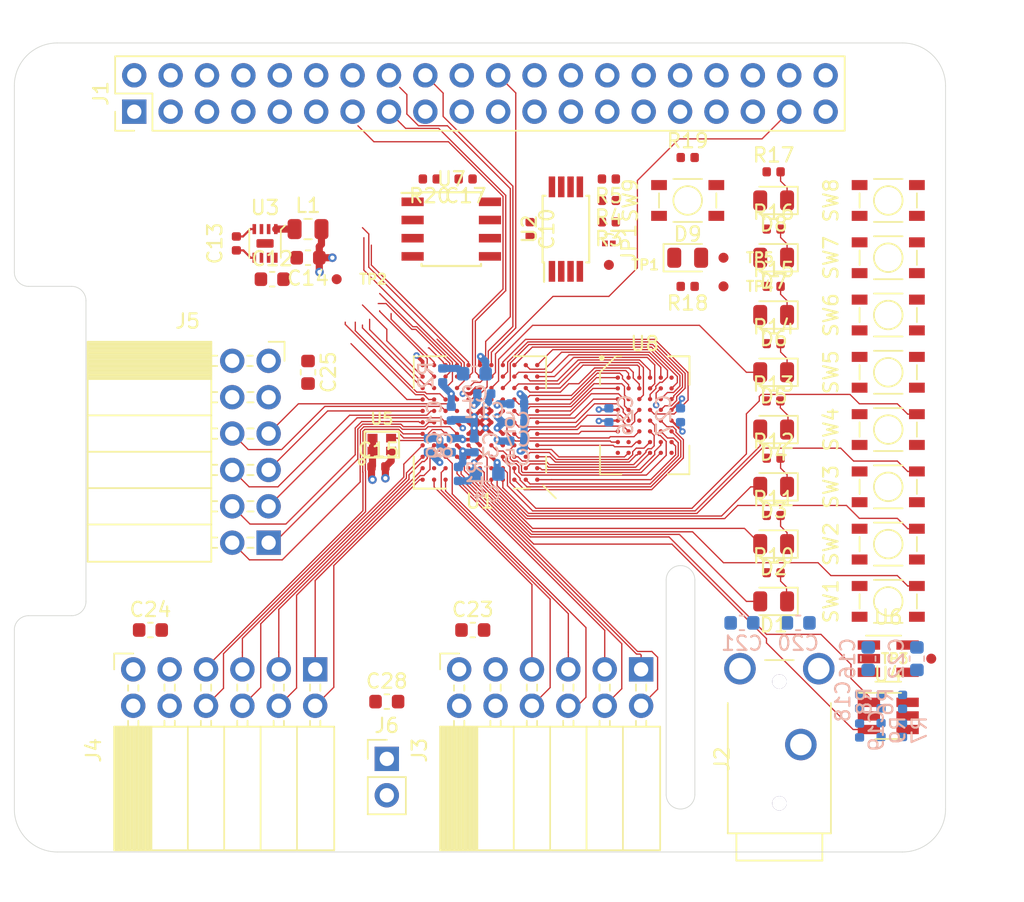
<source format=kicad_pcb>
(kicad_pcb (version 20171130) (host pcbnew 5.1.2+dfsg1-1)
  (layers (0 F.Cu signal) (1 In1.Cu power hide) (2 In2.Cu power) (31 B.Cu signal) (34 B.Paste user) (35 F.Paste user) (36 B.SilkS user hide) (37 F.SilkS user hide) (38 B.Mask user) (39 F.Mask user) (44 Edge.Cuts user))
  (net 0 "")
  (net 1 GND)
  (net 2 +1V2)
  (net 3 "Net-(C2-Pad2)")
  (net 4 "Net-(C2-Pad1)")
  (net 5 "Net-(C4-Pad2)")
  (net 6 "Net-(C4-Pad1)")
  (net 7 +3V3)
  (net 8 +5V)
  (net 9 "Net-(C13-Pad2)")
  (net 10 "Net-(C18-Pad1)")
  (net 11 "Net-(C19-Pad1)")
  (net 12 "Net-(C20-Pad1)")
  (net 13 "Net-(C21-Pad1)")
  (net 14 +3.3VDAC)
  (net 15 "Net-(D1-Pad1)")
  (net 16 /LED0)
  (net 17 /LED1)
  (net 18 "Net-(D2-Pad1)")
  (net 19 "Net-(D3-Pad1)")
  (net 20 /LED2)
  (net 21 /LED3)
  (net 22 "Net-(D4-Pad1)")
  (net 23 /LED4)
  (net 24 "Net-(D5-Pad1)")
  (net 25 "Net-(D6-Pad1)")
  (net 26 /LED5)
  (net 27 /LED6)
  (net 28 "Net-(D7-Pad1)")
  (net 29 "Net-(D8-Pad1)")
  (net 30 /LED7)
  (net 31 /GP13_FPGA_CDONE)
  (net 32 "Net-(J1-Pad3)")
  (net 33 "Net-(J1-Pad5)")
  (net 34 "Net-(J1-Pad7)")
  (net 35 /GP14_UART_TXD)
  (net 36 /GP15_UART_RXD)
  (net 37 "Net-(J1-Pad11)")
  (net 38 "Net-(J1-Pad12)")
  (net 39 /GP27_SDIO_DAT3)
  (net 40 /GP22_SDIO_CLK)
  (net 41 /GP23_SDIO_CMD)
  (net 42 /GP24_SDIO_DAT0)
  (net 43 /GP10_SPI_MOSI)
  (net 44 /GP9_SPI_MISO)
  (net 45 /GP25_SDIO_DAT1)
  (net 46 /GP11_SPI_SCK)
  (net 47 /GP8_SPI_~CS)
  (net 48 "Net-(J1-Pad26)")
  (net 49 /ID_SD)
  (net 50 /ID_SC)
  (net 51 "Net-(J1-Pad29)")
  (net 52 "Net-(J1-Pad31)")
  (net 53 /GP12_FPGA_~RST)
  (net 54 "Net-(J1-Pad35)")
  (net 55 "Net-(J1-Pad36)")
  (net 56 /GP26_SDIO_DAT2)
  (net 57 "Net-(J1-Pad38)")
  (net 58 "Net-(J1-Pad40)")
  (net 59 /IO0_0)
  (net 60 /IO0_1)
  (net 61 /IO0_2)
  (net 62 /IO0_3)
  (net 63 /IO0_4)
  (net 64 /IO0_5)
  (net 65 /IO0_6)
  (net 66 /IO0_7)
  (net 67 /IO1_7)
  (net 68 /IO1_6)
  (net 69 /IO1_5)
  (net 70 /IO1_4)
  (net 71 /IO1_3)
  (net 72 /IO1_2)
  (net 73 /IO1_1)
  (net 74 /IO1_0)
  (net 75 /IO2_0)
  (net 76 /IO2_1)
  (net 77 /IO2_2)
  (net 78 /IO2_3)
  (net 79 /IO2_4)
  (net 80 /IO2_5)
  (net 81 /IO2_6)
  (net 82 /IO2_7)
  (net 83 "Net-(JP1-Pad1)")
  (net 84 "Net-(L1-Pad1)")
  (net 85 "Net-(R6-Pad2)")
  (net 86 "Net-(R7-Pad2)")
  (net 87 /SW0)
  (net 88 /SW1)
  (net 89 /SW2)
  (net 90 /SW3)
  (net 91 /SW4)
  (net 92 /SW5)
  (net 93 /SW6)
  (net 94 /SW7)
  (net 95 /SRAM_DQ0)
  (net 96 /SRAM_DQ5)
  (net 97 /SRAM_DQ7)
  (net 98 /SRAM_DQ6)
  (net 99 /SRAM_DQ12)
  (net 100 /SRAM_A9)
  (net 101 /SRAM_A2)
  (net 102 /SRAM_A4)
  (net 103 /SRAM_A5)
  (net 104 /SRAM_A10)
  (net 105 /SRAM_DQ1)
  (net 106 /SRAM_DQ4)
  (net 107 /SRAM_DQ8)
  (net 108 /SRAM_DQ10)
  (net 109 /SRAM_DQ13)
  (net 110 /SRAM_DQ15)
  (net 111 /SRAM_A3)
  (net 112 /SRAM_A7)
  (net 113 /SRAM_A6)
  (net 114 /SRAM_A12)
  (net 115 /SRAM_DQ3)
  (net 116 /SRAM_DQ9)
  (net 117 /SRAM_DQ11)
  (net 118 /SRAM_A8)
  (net 119 /SRAM_A0)
  (net 120 /SRAM_A1)
  (net 121 /SRAM_A11)
  (net 122 /SRAM_A13)
  (net 123 /SRAM_A15)
  (net 124 /SRAM_DQ2)
  (net 125 /SRAM_DQ14)
  (net 126 /SRAM_A14)
  (net 127 /SRAM_A17)
  (net 128 /SRAM_A16)
  (net 129 /SRAM_~WE)
  (net 130 /SRAM_~OE)
  (net 131 /SRAM_~LB)
  (net 132 /SRAM_~UB)
  (net 133 /AUDIO_R_PWM)
  (net 134 "Net-(U1-PadB10)")
  (net 135 /CLK_OSC)
  (net 136 /AUDIO_L_PWM)
  (module fpga_hat:PTS815 (layer F.Cu) (at 161 103 270)
    (fp_text reference SW5 (at 0 4 270) (layer F.SilkS))
    (fp_text value PTS815)
    (pad 1 smd rect (at -1.075 -2) (size 1.1 0.7) (layers F.Cu F.Paste F.Mask) (net 91 /SW4))
    (pad 2 smd rect (at 1.075 -2) (size 1.1 0.7) (layers F.Cu F.Paste F.Mask) (net 1 GND))
    (pad ~ smd rect (at 1.075 2) (size 1.1 0.7) (layers F.Cu F.Paste F.Mask))
    (pad ~ smd rect (at -1.075 2) (size 1.1 0.7) (layers F.Cu F.Paste F.Mask))
  )
  (module fpga_hat:BGA-121_11x11_9.0x9.0mm (layer F.Cu) (at 132.5 106.5 180)
    (fp_text reference U1 (at 0 -5.5) (layer F.SilkS))
    (fp_text value iCE40-HX8k-BG121)
    (pad A1 smd circle (at -4 -4 180) (size 0.3 0.3) (layers F.Cu F.Paste F.Mask) (net 97 /SRAM_DQ7))
    (pad B1 smd circle (at -4 -3.2 180) (size 0.3 0.3) (layers F.Cu F.Paste F.Mask) (net 129 /SRAM_~WE))
    (pad C1 smd circle (at -4 -2.4 180) (size 0.3 0.3) (layers F.Cu F.Paste F.Mask) (net 100 /SRAM_A9))
    (pad D1 smd circle (at -4 -1.6 180) (size 0.3 0.3) (layers F.Cu F.Paste F.Mask) (net 114 /SRAM_A12))
    (pad E1 smd circle (at -4 -0.8 180) (size 0.3 0.3) (layers F.Cu F.Paste F.Mask) (net 125 /SRAM_DQ14))
    (pad F1 smd circle (at -4 0 180) (size 0.3 0.3) (layers F.Cu F.Paste F.Mask) (net 99 /SRAM_DQ12))
    (pad G1 smd circle (at -4 0.8 180) (size 0.3 0.3) (layers F.Cu F.Paste F.Mask) (net 107 /SRAM_DQ8))
    (pad H1 smd circle (at -4 1.6 180) (size 0.3 0.3) (layers F.Cu F.Paste F.Mask) (net 132 /SRAM_~UB))
    (pad J1 smd circle (at -4 2.4 180) (size 0.3 0.3) (layers F.Cu F.Paste F.Mask) (net 119 /SRAM_A0))
    (pad K1 smd circle (at -4 3.2 180) (size 0.3 0.3) (layers F.Cu F.Paste F.Mask) (net 102 /SRAM_A4))
    (pad L1 smd circle (at -4 4 180) (size 0.3 0.3) (layers F.Cu F.Paste F.Mask) (net 95 /SRAM_DQ0))
    (pad A2 smd circle (at -3.2 -4 180) (size 0.3 0.3) (layers F.Cu F.Paste F.Mask) (net 96 /SRAM_DQ5))
    (pad B2 smd circle (at -3.2 -3.2 180) (size 0.3 0.3) (layers F.Cu F.Paste F.Mask) (net 104 /SRAM_A10))
    (pad C2 smd circle (at -3.2 -2.4 180) (size 0.3 0.3) (layers F.Cu F.Paste F.Mask) (net 122 /SRAM_A13))
    (pad D2 smd circle (at -3.2 -1.6 180) (size 0.3 0.3) (layers F.Cu F.Paste F.Mask) (net 118 /SRAM_A8))
    (pad E2 smd circle (at -3.2 -0.8 180) (size 0.3 0.3) (layers F.Cu F.Paste F.Mask) (net 109 /SRAM_DQ13))
    (pad F2 smd circle (at -3.2 0 180) (size 0.3 0.3) (layers F.Cu F.Paste F.Mask) (net 116 /SRAM_DQ9))
    (pad G2 smd circle (at -3.2 0.8 180) (size 0.3 0.3) (layers F.Cu F.Paste F.Mask) (net 108 /SRAM_DQ10))
    (pad H2 smd circle (at -3.2 1.6 180) (size 0.3 0.3) (layers F.Cu F.Paste F.Mask) (net 130 /SRAM_~OE))
    (pad J2 smd circle (at -3.2 2.4 180) (size 0.3 0.3) (layers F.Cu F.Paste F.Mask) (net 111 /SRAM_A3))
    (pad K2 smd circle (at -3.2 3.2 180) (size 0.3 0.3) (layers F.Cu F.Paste F.Mask) (net 120 /SRAM_A1))
    (pad L2 smd circle (at -3.2 4 180) (size 0.3 0.3) (layers F.Cu F.Paste F.Mask) (net 113 /SRAM_A6))
    (pad A3 smd circle (at -2.4 -4 180) (size 0.3 0.3) (layers F.Cu F.Paste F.Mask) (net 106 /SRAM_DQ4))
    (pad B3 smd circle (at -2.4 -3.2 180) (size 0.3 0.3) (layers F.Cu F.Paste F.Mask) (net 98 /SRAM_DQ6))
    (pad C3 smd circle (at -2.4 -2.4 180) (size 0.3 0.3) (layers F.Cu F.Paste F.Mask) (net 123 /SRAM_A15))
    (pad D3 smd circle (at -2.4 -1.6 180) (size 0.3 0.3) (layers F.Cu F.Paste F.Mask) (net 121 /SRAM_A11))
    (pad E3 smd circle (at -2.4 -0.8 180) (size 0.3 0.3) (layers F.Cu F.Paste F.Mask) (net 126 /SRAM_A14))
    (pad F3 smd circle (at -2.4 0 180) (size 0.3 0.3) (layers F.Cu F.Paste F.Mask) (net 127 /SRAM_A17))
    (pad G3 smd circle (at -2.4 0.8 180) (size 0.3 0.3) (layers F.Cu F.Paste F.Mask) (net 117 /SRAM_DQ11))
    (pad H3 smd circle (at -2.4 1.6 180) (size 0.3 0.3) (layers F.Cu F.Paste F.Mask) (net 131 /SRAM_~LB))
    (pad J3 smd circle (at -2.4 2.4 180) (size 0.3 0.3) (layers F.Cu F.Paste F.Mask) (net 103 /SRAM_A5))
    (pad K3 smd circle (at -2.4 3.2 180) (size 0.3 0.3) (layers F.Cu F.Paste F.Mask) (net 101 /SRAM_A2))
    (pad L3 smd circle (at -2.4 4 180) (size 0.3 0.3) (layers F.Cu F.Paste F.Mask) (net 105 /SRAM_DQ1))
    (pad A4 smd circle (at -1.6 -4 180) (size 0.3 0.3) (layers F.Cu F.Paste F.Mask) (net 89 /SW2))
    (pad B4 smd circle (at -1.6 -3.2 180) (size 0.3 0.3) (layers F.Cu F.Paste F.Mask) (net 21 /LED3))
    (pad C4 smd circle (at -1.6 -2.4 180) (size 0.3 0.3) (layers F.Cu F.Paste F.Mask) (net 90 /SW3))
    (pad D4 smd circle (at -1.6 -1.6 180) (size 0.3 0.3) (layers F.Cu F.Paste F.Mask) (net 2 +1V2))
    (pad E4 smd circle (at -1.6 -0.8 180) (size 0.3 0.3) (layers F.Cu F.Paste F.Mask) (net 7 +3V3))
    (pad F4 smd circle (at -1.6 0 180) (size 0.3 0.3) (layers F.Cu F.Paste F.Mask) (net 110 /SRAM_DQ15))
    (pad G4 smd circle (at -1.6 0.8 180) (size 0.3 0.3) (layers F.Cu F.Paste F.Mask) (net 7 +3V3))
    (pad H4 smd circle (at -1.6 1.6 180) (size 0.3 0.3) (layers F.Cu F.Paste F.Mask) (net 2 +1V2))
    (pad J4 smd circle (at -1.6 2.4 180) (size 0.3 0.3) (layers F.Cu F.Paste F.Mask) (net 124 /SRAM_DQ2))
    (pad K4 smd circle (at -1.6 3.2 180) (size 0.3 0.3) (layers F.Cu F.Paste F.Mask) (net 115 /SRAM_DQ3))
    (pad L4 smd circle (at -1.6 4 180) (size 0.3 0.3) (layers F.Cu F.Paste F.Mask) (net 112 /SRAM_A7))
    (pad A5 smd circle (at -0.8 -4 180) (size 0.3 0.3) (layers F.Cu F.Paste F.Mask) (net 88 /SW1))
    (pad B5 smd circle (at -0.8 -3.2 180) (size 0.3 0.3) (layers F.Cu F.Paste F.Mask) (net 20 /LED2))
    (pad C5 smd circle (at -0.8 -2.4 180) (size 0.3 0.3) (layers F.Cu F.Paste F.Mask) (net 5 "Net-(C4-Pad2)"))
    (pad D5 smd circle (at -0.8 -1.6 180) (size 0.3 0.3) (layers F.Cu F.Paste F.Mask) (net 128 /SRAM_A16))
    (pad E5 smd circle (at -0.8 -0.8 180) (size 0.3 0.3) (layers F.Cu F.Paste F.Mask) (net 1 GND))
    (pad F5 smd circle (at -0.8 0 180) (size 0.3 0.3) (layers F.Cu F.Paste F.Mask) (net 1 GND))
    (pad G5 smd circle (at -0.8 0.8 180) (size 0.3 0.3) (layers F.Cu F.Paste F.Mask) (net 1 GND))
    (pad H5 smd circle (at -0.8 1.6 180) (size 0.3 0.3) (layers F.Cu F.Paste F.Mask) (net 1 GND))
    (pad J5 smd circle (at -0.8 2.4 180) (size 0.3 0.3) (layers F.Cu F.Paste F.Mask) (net 23 /LED4))
    (pad K5 smd circle (at -0.8 3.2 180) (size 0.3 0.3) (layers F.Cu F.Paste F.Mask) (net 56 /GP26_SDIO_DAT2))
    (pad L5 smd circle (at -0.8 4 180) (size 0.3 0.3) (layers F.Cu F.Paste F.Mask) (net 45 /GP25_SDIO_DAT1))
    (pad A6 smd circle (at 0 -4 180) (size 0.3 0.3) (layers F.Cu F.Paste F.Mask) (net 16 /LED0))
    (pad B6 smd circle (at 0 -3.2 180) (size 0.3 0.3) (layers F.Cu F.Paste F.Mask) (net 87 /SW0))
    (pad C6 smd circle (at 0 -2.4 180) (size 0.3 0.3) (layers F.Cu F.Paste F.Mask) (net 6 "Net-(C4-Pad1)"))
    (pad D6 smd circle (at 0 -1.6 180) (size 0.3 0.3) (layers F.Cu F.Paste F.Mask) (net 7 +3V3))
    (pad E6 smd circle (at 0 -0.8 180) (size 0.3 0.3) (layers F.Cu F.Paste F.Mask) (net 1 GND))
    (pad F6 smd circle (at 0 0 180) (size 0.3 0.3) (layers F.Cu F.Paste F.Mask) (net 1 GND))
    (pad G6 smd circle (at 0 0.8 180) (size 0.3 0.3) (layers F.Cu F.Paste F.Mask) (net 1 GND))
    (pad H6 smd circle (at 0 1.6 180) (size 0.3 0.3) (layers F.Cu F.Paste F.Mask) (net 7 +3V3))
    (pad J6 smd circle (at 0 2.4 180) (size 0.3 0.3) (layers F.Cu F.Paste F.Mask) (net 4 "Net-(C2-Pad1)"))
    (pad K6 smd circle (at 0 3.2 180) (size 0.3 0.3) (layers F.Cu F.Paste F.Mask) (net 40 /GP22_SDIO_CLK))
    (pad L6 smd circle (at 0 4 180) (size 0.3 0.3) (layers F.Cu F.Paste F.Mask) (net 3 "Net-(C2-Pad2)"))
    (pad A7 smd circle (at 0.8 -4 180) (size 0.3 0.3) (layers F.Cu F.Paste F.Mask) (net 63 /IO0_4))
    (pad B7 smd circle (at 0.8 -3.2 180) (size 0.3 0.3) (layers F.Cu F.Paste F.Mask) (net 136 /AUDIO_L_PWM))
    (pad C7 smd circle (at 0.8 -2.4 180) (size 0.3 0.3) (layers F.Cu F.Paste F.Mask) (net 133 /AUDIO_R_PWM))
    (pad D7 smd circle (at 0.8 -1.6 180) (size 0.3 0.3) (layers F.Cu F.Paste F.Mask) (net 17 /LED1))
    (pad E7 smd circle (at 0.8 -0.8 180) (size 0.3 0.3) (layers F.Cu F.Paste F.Mask) (net 1 GND))
    (pad F7 smd circle (at 0.8 0 180) (size 0.3 0.3) (layers F.Cu F.Paste F.Mask) (net 1 GND))
    (pad G7 smd circle (at 0.8 0.8 180) (size 0.3 0.3) (layers F.Cu F.Paste F.Mask) (net 1 GND))
    (pad H7 smd circle (at 0.8 1.6 180) (size 0.3 0.3) (layers F.Cu F.Paste F.Mask) (net 42 /GP24_SDIO_DAT0))
    (pad J7 smd circle (at 0.8 2.4 180) (size 0.3 0.3) (layers F.Cu F.Paste F.Mask) (net 91 /SW4))
    (pad K7 smd circle (at 0.8 3.2 180) (size 0.3 0.3) (layers F.Cu F.Paste F.Mask) (net 26 /LED5))
    (pad L7 smd circle (at 0.8 4 180) (size 0.3 0.3) (layers F.Cu F.Paste F.Mask) (net 92 /SW5))
    (pad A8 smd circle (at 1.6 -4 180) (size 0.3 0.3) (layers F.Cu F.Paste F.Mask) (net 60 /IO0_1))
    (pad B8 smd circle (at 1.6 -3.2 180) (size 0.3 0.3) (layers F.Cu F.Paste F.Mask) (net 64 /IO0_5))
    (pad C8 smd circle (at 1.6 -2.4 180) (size 0.3 0.3) (layers F.Cu F.Paste F.Mask) (net 59 /IO0_0))
    (pad D8 smd circle (at 1.6 -1.6 180) (size 0.3 0.3) (layers F.Cu F.Paste F.Mask) (net 2 +1V2))
    (pad E8 smd circle (at 1.6 -0.8 180) (size 0.3 0.3) (layers F.Cu F.Paste F.Mask) (net 79 /IO2_4))
    (pad F8 smd circle (at 1.6 0 180) (size 0.3 0.3) (layers F.Cu F.Paste F.Mask) (net 7 +3V3))
    (pad G8 smd circle (at 1.6 0.8 180) (size 0.3 0.3) (layers F.Cu F.Paste F.Mask) (net 78 /IO2_3))
    (pad H8 smd circle (at 1.6 1.6 180) (size 0.3 0.3) (layers F.Cu F.Paste F.Mask) (net 2 +1V2))
    (pad J8 smd circle (at 1.6 2.4 180) (size 0.3 0.3) (layers F.Cu F.Paste F.Mask) (net 41 /GP23_SDIO_CMD))
    (pad K8 smd circle (at 1.6 3.2 180) (size 0.3 0.3) (layers F.Cu F.Paste F.Mask) (net 31 /GP13_FPGA_CDONE))
    (pad L8 smd circle (at 1.6 4 180) (size 0.3 0.3) (layers F.Cu F.Paste F.Mask) (net 39 /GP27_SDIO_DAT3))
    (pad A9 smd circle (at 2.4 -4 180) (size 0.3 0.3) (layers F.Cu F.Paste F.Mask) (net 61 /IO0_2))
    (pad B9 smd circle (at 2.4 -3.2 180) (size 0.3 0.3) (layers F.Cu F.Paste F.Mask) (net 66 /IO0_7))
    (pad C9 smd circle (at 2.4 -2.4 180) (size 0.3 0.3) (layers F.Cu F.Paste F.Mask) (net 65 /IO0_6))
    (pad D9 smd circle (at 2.4 -1.6 180) (size 0.3 0.3) (layers F.Cu F.Paste F.Mask) (net 74 /IO1_0))
    (pad E9 smd circle (at 2.4 -0.8 180) (size 0.3 0.3) (layers F.Cu F.Paste F.Mask) (net 67 /IO1_7))
    (pad F9 smd circle (at 2.4 0 180) (size 0.3 0.3) (layers F.Cu F.Paste F.Mask) (net 76 /IO2_1))
    (pad G9 smd circle (at 2.4 0.8 180) (size 0.3 0.3) (layers F.Cu F.Paste F.Mask) (net 82 /IO2_7))
    (pad H9 smd circle (at 2.4 1.6 180) (size 0.3 0.3) (layers F.Cu F.Paste F.Mask) (net 94 /SW7))
    (pad J9 smd circle (at 2.4 2.4 180) (size 0.3 0.3) (layers F.Cu F.Paste F.Mask) (net 44 /GP9_SPI_MISO))
    (pad K9 smd circle (at 2.4 3.2 180) (size 0.3 0.3) (layers F.Cu F.Paste F.Mask) (net 43 /GP10_SPI_MOSI))
    (pad L9 smd circle (at 2.4 4 180) (size 0.3 0.3) (layers F.Cu F.Paste F.Mask) (net 53 /GP12_FPGA_~RST))
    (pad A10 smd circle (at 3.2 -4 180) (size 0.3 0.3) (layers F.Cu F.Paste F.Mask) (net 62 /IO0_3))
    (pad B10 smd circle (at 3.2 -3.2 180) (size 0.3 0.3) (layers F.Cu F.Paste F.Mask) (net 134 "Net-(U1-PadB10)"))
    (pad C10 smd circle (at 3.2 -2.4 180) (size 0.3 0.3) (layers F.Cu F.Paste F.Mask) (net 7 +3V3))
    (pad D10 smd circle (at 3.2 -1.6 180) (size 0.3 0.3) (layers F.Cu F.Paste F.Mask) (net 73 /IO1_1))
    (pad E10 smd circle (at 3.2 -0.8 180) (size 0.3 0.3) (layers F.Cu F.Paste F.Mask) (net 135 /CLK_OSC))
    (pad F10 smd circle (at 3.2 0 180) (size 0.3 0.3) (layers F.Cu F.Paste F.Mask) (net 75 /IO2_0))
    (pad G10 smd circle (at 3.2 0.8 180) (size 0.3 0.3) (layers F.Cu F.Paste F.Mask) (net 81 /IO2_6))
    (pad H10 smd circle (at 3.2 1.6 180) (size 0.3 0.3) (layers F.Cu F.Paste F.Mask) (net 35 /GP14_UART_TXD))
    (pad J10 smd circle (at 3.2 2.4 180) (size 0.3 0.3) (layers F.Cu F.Paste F.Mask) (net 36 /GP15_UART_RXD))
    (pad K10 smd circle (at 3.2 3.2 180) (size 0.3 0.3) (layers F.Cu F.Paste F.Mask) (net 47 /GP8_SPI_~CS))
    (pad L10 smd circle (at 3.2 4 180) (size 0.3 0.3) (layers F.Cu F.Paste F.Mask) (net 46 /GP11_SPI_SCK))
    (pad A11 smd circle (at 4 -4 180) (size 0.3 0.3) (layers F.Cu F.Paste F.Mask) (net 70 /IO1_4))
    (pad B11 smd circle (at 4 -3.2 180) (size 0.3 0.3) (layers F.Cu F.Paste F.Mask) (net 69 /IO1_5))
    (pad C11 smd circle (at 4 -2.4 180) (size 0.3 0.3) (layers F.Cu F.Paste F.Mask) (net 68 /IO1_6))
    (pad D11 smd circle (at 4 -1.6 180) (size 0.3 0.3) (layers F.Cu F.Paste F.Mask) (net 72 /IO1_2))
    (pad E11 smd circle (at 4 -0.8 180) (size 0.3 0.3) (layers F.Cu F.Paste F.Mask) (net 71 /IO1_3))
    (pad F11 smd circle (at 4 0 180) (size 0.3 0.3) (layers F.Cu F.Paste F.Mask) (net 80 /IO2_5))
    (pad G11 smd circle (at 4 0.8 180) (size 0.3 0.3) (layers F.Cu F.Paste F.Mask) (net 77 /IO2_2))
    (pad H11 smd circle (at 4 1.6 180) (size 0.3 0.3) (layers F.Cu F.Paste F.Mask) (net 30 /LED7))
    (pad J11 smd circle (at 4 2.4 180) (size 0.3 0.3) (layers F.Cu F.Paste F.Mask) (net 27 /LED6))
    (pad K11 smd circle (at 4 3.2 180) (size 0.3 0.3) (layers F.Cu F.Paste F.Mask) (net 93 /SW6))
    (pad L11 smd circle (at 4 4 180) (size 0.3 0.3) (layers F.Cu F.Paste F.Mask) (net 7 +3V3))
  )
  (module Capacitor_SMD:C_0402_1005Metric (layer B.Cu) (at 128.9 108.1 90)
    (fp_text reference C8 (at 0 1.17 90) (layer B.SilkS) (effects (justify mirror)))
    (fp_text value 100n)
    (pad 2 smd roundrect (at 0.485 0 90) (size 0.59 0.64) (layers B.Cu B.Paste B.Mask) (net 1 GND))
    (pad 1 smd roundrect (at -0.485 0 90) (size 0.59 0.64) (layers B.Cu B.Paste B.Mask) (net 7 +3V3))
  )
  (module fpga_hat:MOUNTHOLE_M2.5 (layer F.Cu) (at 161.5 83.5)
    (fp_text reference REF** hide)
    (fp_text value MOUNTHOLE_M2.5 hide)
    (pad "" np_thru_hole circle (at 0 0) (size 2.75 2.75) (drill 2.75) (layers *.Cu *.Mask) (thermal_gap 1.9))
  )
  (module fpga_hat:MOUNTHOLE_M2.5 (layer F.Cu) (at 161.5 133)
    (fp_text reference REF** hide)
    (fp_text value MOUNTHOLE_M2.5 hide)
    (pad "" np_thru_hole circle (at 0 0) (size 2.75 2.75) (drill 2.75) (layers *.Cu *.Mask) (thermal_gap 1.9))
  )
  (module fpga_hat:MOUNTHOLE_M2.5 (layer F.Cu) (at 103.5 133)
    (fp_text reference REF** hide)
    (fp_text value MOUNTHOLE_M2.5 hide)
    (pad "" np_thru_hole circle (at 0 0) (size 2.75 2.75) (drill 2.75) (layers *.Cu *.Mask) (thermal_gap 1.9))
  )
  (module fpga_hat:MOUNTHOLE_M2.5 (layer F.Cu) (at 103.5 83.5)
    (fp_text reference REF** hide)
    (fp_text value MOUNTHOLE_M2.5 hide)
    (pad "" np_thru_hole circle (at 0 0) (size 2.75 2.75) (drill 2.75) (layers *.Cu *.Mask) (thermal_gap 1.9))
  )
  (module Capacitor_SMD:C_0402_1005Metric (layer B.Cu) (at 130.5 105.885 270)
    (fp_text reference C1 (at 0 1.17 90) (layer B.SilkS) (effects (justify mirror)))
    (fp_text value 100n)
    (pad 2 smd roundrect (at 0.485 0 270) (size 0.59 0.64) (layers B.Cu B.Paste B.Mask) (net 1 GND))
    (pad 1 smd roundrect (at -0.485 0 270) (size 0.59 0.64) (layers B.Cu B.Paste B.Mask) (net 2 +1V2))
  )
  (module Capacitor_SMD:C_0603_1608Metric (layer B.Cu) (at 132.1125 103.1)
    (fp_text reference C2 (at 0 1.43) (layer B.SilkS) (effects (justify mirror)))
    (fp_text value 4u7)
    (pad 2 smd roundrect (at 0.7875 0) (size 0.875 0.95) (layers B.Cu B.Paste B.Mask) (net 3 "Net-(C2-Pad2)"))
    (pad 1 smd roundrect (at -0.7875 0) (size 0.875 0.95) (layers B.Cu B.Paste B.Mask) (net 4 "Net-(C2-Pad1)"))
  )
  (module Capacitor_SMD:C_0402_1005Metric (layer B.Cu) (at 132.1 108.1 90)
    (fp_text reference C3 (at 0 1.17 90) (layer B.SilkS) (effects (justify mirror)))
    (fp_text value 100n)
    (pad 1 smd roundrect (at -0.485 0 90) (size 0.59 0.64) (layers B.Cu B.Paste B.Mask) (net 2 +1V2))
    (pad 2 smd roundrect (at 0.485 0 90) (size 0.59 0.64) (layers B.Cu B.Paste B.Mask) (net 1 GND))
  )
  (module Capacitor_SMD:C_0603_1608Metric (layer B.Cu) (at 133 110.1)
    (fp_text reference C4 (at 0 1.43) (layer B.SilkS) (effects (justify mirror)))
    (fp_text value 4u7)
    (pad 1 smd roundrect (at -0.7875 0) (size 0.875 0.95) (layers B.Cu B.Paste B.Mask) (net 6 "Net-(C4-Pad1)"))
    (pad 2 smd roundrect (at 0.7875 0) (size 0.875 0.95) (layers B.Cu B.Paste B.Mask) (net 5 "Net-(C4-Pad2)"))
  )
  (module Capacitor_SMD:C_0402_1005Metric (layer B.Cu) (at 135.1 107.8)
    (fp_text reference C5 (at 0 1.17 180) (layer B.SilkS) (effects (justify mirror)))
    (fp_text value 100n)
    (pad 1 smd roundrect (at -0.485 0) (size 0.59 0.64) (layers B.Cu B.Paste B.Mask) (net 2 +1V2))
    (pad 2 smd roundrect (at 0.485 0) (size 0.59 0.64) (layers B.Cu B.Paste B.Mask) (net 1 GND))
  )
  (module Capacitor_SMD:C_0402_1005Metric (layer B.Cu) (at 135.1 105.2)
    (fp_text reference C6 (at 0 1.17) (layer B.SilkS) (effects (justify mirror)))
    (fp_text value 100n)
    (pad 2 smd roundrect (at 0.485 0) (size 0.59 0.64) (layers B.Cu B.Paste B.Mask) (net 1 GND))
    (pad 1 smd roundrect (at -0.485 0) (size 0.59 0.64) (layers B.Cu B.Paste B.Mask) (net 2 +1V2))
  )
  (module Capacitor_SMD:C_0402_1005Metric (layer B.Cu) (at 135.115 106.5)
    (fp_text reference C7 (at 0 1.17 180) (layer B.SilkS) (effects (justify mirror)))
    (fp_text value 100n)
    (pad 2 smd roundrect (at 0.485 0) (size 0.59 0.64) (layers B.Cu B.Paste B.Mask) (net 1 GND))
    (pad 1 smd roundrect (at -0.485 0) (size 0.59 0.64) (layers B.Cu B.Paste B.Mask) (net 7 +3V3))
  )
  (module Capacitor_SMD:C_0402_1005Metric (layer B.Cu) (at 130.5 108.1 270)
    (fp_text reference C9 (at 0 1.17 90) (layer B.SilkS) (effects (justify mirror)))
    (fp_text value 100n)
    (pad 2 smd roundrect (at 0.485 0 270) (size 0.59 0.64) (layers B.Cu B.Paste B.Mask) (net 1 GND))
    (pad 1 smd roundrect (at -0.485 0 270) (size 0.59 0.64) (layers B.Cu B.Paste B.Mask) (net 7 +3V3))
  )
  (module Capacitor_SMD:C_0402_1005Metric (layer F.Cu) (at 136 93 270)
    (fp_text reference C10 (at 0 -1.17 90) (layer F.SilkS))
    (fp_text value 100n)
    (pad 2 smd roundrect (at 0.485 0 270) (size 0.59 0.64) (layers F.Cu F.Paste F.Mask) (net 1 GND))
    (pad 1 smd roundrect (at -0.485 0 270) (size 0.59 0.64) (layers F.Cu F.Paste F.Mask) (net 7 +3V3))
  )
  (module Capacitor_SMD:C_0402_1005Metric (layer B.Cu) (at 132.8 104.5)
    (fp_text reference C11 (at 0 1.17) (layer B.SilkS) (effects (justify mirror)))
    (fp_text value 100n)
    (pad 1 smd roundrect (at -0.485 0) (size 0.59 0.64) (layers B.Cu B.Paste B.Mask) (net 7 +3V3))
    (pad 2 smd roundrect (at 0.485 0) (size 0.59 0.64) (layers B.Cu B.Paste B.Mask) (net 1 GND))
  )
  (module Capacitor_SMD:C_0603_1608Metric (layer F.Cu) (at 118 96.5)
    (fp_text reference C12 (at 0 -1.43) (layer F.SilkS))
    (fp_text value 4u7)
    (pad 2 smd roundrect (at 0.7875 0) (size 0.875 0.95) (layers F.Cu F.Paste F.Mask) (net 1 GND))
    (pad 1 smd roundrect (at -0.7875 0) (size 0.875 0.95) (layers F.Cu F.Paste F.Mask) (net 8 +5V))
  )
  (module Capacitor_SMD:C_0402_1005Metric (layer F.Cu) (at 115.5 94 270)
    (fp_text reference C13 (at 0 1.5 90) (layer F.SilkS))
    (fp_text value 560p)
    (pad 1 smd roundrect (at -0.485 0 270) (size 0.59 0.64) (layers F.Cu F.Paste F.Mask) (net 2 +1V2))
    (pad 2 smd roundrect (at 0.485 0 270) (size 0.59 0.64) (layers F.Cu F.Paste F.Mask) (net 9 "Net-(C13-Pad2)"))
  )
  (module Capacitor_SMD:C_0603_1608Metric (layer F.Cu) (at 120.5 95 180)
    (fp_text reference C14 (at 0 -1.43) (layer F.SilkS))
    (fp_text value 4u7)
    (pad 2 smd roundrect (at 0.7875 0 180) (size 0.875 0.95) (layers F.Cu F.Paste F.Mask) (net 1 GND))
    (pad 1 smd roundrect (at -0.7875 0 180) (size 0.875 0.95) (layers F.Cu F.Paste F.Mask) (net 2 +1V2))
  )
  (module Capacitor_SMD:C_0402_1005Metric (layer F.Cu) (at 125.415 109.6)
    (fp_text reference C15 (at 0 -1.17) (layer F.SilkS))
    (fp_text value 100n)
    (pad 2 smd roundrect (at 0.485 0) (size 0.59 0.64) (layers F.Cu F.Paste F.Mask) (net 1 GND))
    (pad 1 smd roundrect (at -0.485 0) (size 0.59 0.64) (layers F.Cu F.Paste F.Mask) (net 7 +3V3))
  )
  (module Capacitor_SMD:C_0603_1608Metric (layer B.Cu) (at 159.6 123 270)
    (fp_text reference C16 (at 0 1.43 90) (layer B.SilkS) (effects (justify mirror)))
    (fp_text value 1u)
    (pad 1 smd roundrect (at -0.7875 0 270) (size 0.875 0.95) (layers B.Cu B.Paste B.Mask) (net 8 +5V))
    (pad 2 smd roundrect (at 0.7875 0 270) (size 0.875 0.95) (layers B.Cu B.Paste B.Mask) (net 1 GND))
  )
  (module Capacitor_SMD:C_0402_1005Metric (layer F.Cu) (at 131.5 89.5 180)
    (fp_text reference C17 (at 0 -1.17) (layer F.SilkS))
    (fp_text value 100n)
    (pad 1 smd roundrect (at -0.485 0 180) (size 0.59 0.64) (layers F.Cu F.Paste F.Mask) (net 7 +3V3))
    (pad 2 smd roundrect (at 0.485 0 180) (size 0.59 0.64) (layers F.Cu F.Paste F.Mask) (net 1 GND))
  )
  (module Capacitor_SMD:C_0402_1005Metric (layer B.Cu) (at 159 125.985 270)
    (fp_text reference C18 (at 0 1.17 90) (layer B.SilkS) (effects (justify mirror)))
    (fp_text value 100n)
    (pad 1 smd roundrect (at -0.485 0 270) (size 0.59 0.64) (layers B.Cu B.Paste B.Mask) (net 10 "Net-(C18-Pad1)"))
    (pad 2 smd roundrect (at 0.485 0 270) (size 0.59 0.64) (layers B.Cu B.Paste B.Mask) (net 1 GND))
  )
  (module Capacitor_SMD:C_0402_1005Metric (layer B.Cu) (at 159 128.015 90)
    (fp_text reference C19 (at 0 1.17 90) (layer B.SilkS) (effects (justify mirror)))
    (fp_text value 100n)
    (pad 1 smd roundrect (at -0.485 0 90) (size 0.59 0.64) (layers B.Cu B.Paste B.Mask) (net 11 "Net-(C19-Pad1)"))
    (pad 2 smd roundrect (at 0.485 0 90) (size 0.59 0.64) (layers B.Cu B.Paste B.Mask) (net 1 GND))
  )
  (module Capacitor_SMD:C_0603_1608Metric (layer B.Cu) (at 154.7125 120.5)
    (fp_text reference C20 (at 0 1.43) (layer B.SilkS) (effects (justify mirror)))
    (fp_text value 4u7)
    (pad 1 smd roundrect (at -0.7875 0) (size 0.875 0.95) (layers B.Cu B.Paste B.Mask) (net 12 "Net-(C20-Pad1)"))
    (pad 2 smd roundrect (at 0.7875 0) (size 0.875 0.95) (layers B.Cu B.Paste B.Mask) (net 10 "Net-(C18-Pad1)"))
  )
  (module Capacitor_SMD:C_0603_1608Metric (layer B.Cu) (at 150.7875 120.5)
    (fp_text reference C21 (at 0 1.43) (layer B.SilkS) (effects (justify mirror)))
    (fp_text value 4u7)
    (pad 1 smd roundrect (at -0.7875 0) (size 0.875 0.95) (layers B.Cu B.Paste B.Mask) (net 13 "Net-(C21-Pad1)"))
    (pad 2 smd roundrect (at 0.7875 0) (size 0.875 0.95) (layers B.Cu B.Paste B.Mask) (net 11 "Net-(C19-Pad1)"))
  )
  (module Capacitor_SMD:C_0603_1608Metric (layer B.Cu) (at 163 123 270)
    (fp_text reference C22 (at 0 1.43 90) (layer B.SilkS) (effects (justify mirror)))
    (fp_text value 1u)
    (pad 2 smd roundrect (at 0.7875 0 270) (size 0.875 0.95) (layers B.Cu B.Paste B.Mask) (net 1 GND))
    (pad 1 smd roundrect (at -0.7875 0 270) (size 0.875 0.95) (layers B.Cu B.Paste B.Mask) (net 14 +3.3VDAC))
  )
  (module Capacitor_SMD:C_0603_1608Metric (layer F.Cu) (at 132 121)
    (fp_text reference C23 (at 0 -1.43) (layer F.SilkS))
    (fp_text value 1u)
    (pad 2 smd roundrect (at 0.7875 0) (size 0.875 0.95) (layers F.Cu F.Paste F.Mask) (net 1 GND))
    (pad 1 smd roundrect (at -0.7875 0) (size 0.875 0.95) (layers F.Cu F.Paste F.Mask) (net 7 +3V3))
  )
  (module Capacitor_SMD:C_0603_1608Metric (layer F.Cu) (at 109.5 121)
    (fp_text reference C24 (at 0 -1.43) (layer F.SilkS))
    (fp_text value 1u)
    (pad 1 smd roundrect (at -0.7875 0) (size 0.875 0.95) (layers F.Cu F.Paste F.Mask) (net 7 +3V3))
    (pad 2 smd roundrect (at 0.7875 0) (size 0.875 0.95) (layers F.Cu F.Paste F.Mask) (net 1 GND))
  )
  (module Capacitor_SMD:C_0603_1608Metric (layer F.Cu) (at 120.5 103 270)
    (fp_text reference C25 (at 0 -1.43 90) (layer F.SilkS))
    (fp_text value 1u)
    (pad 2 smd roundrect (at 0.7875 0 270) (size 0.875 0.95) (layers F.Cu F.Paste F.Mask) (net 1 GND))
    (pad 1 smd roundrect (at -0.7875 0 270) (size 0.875 0.95) (layers F.Cu F.Paste F.Mask) (net 7 +3V3))
  )
  (module Capacitor_SMD:C_0402_1005Metric (layer B.Cu) (at 141.5 106 90)
    (fp_text reference C26 (at 0 1.17 270) (layer B.SilkS) (effects (justify mirror)))
    (fp_text value 100n)
    (pad 1 smd roundrect (at -0.485 0 90) (size 0.59 0.64) (layers B.Cu B.Paste B.Mask) (net 7 +3V3))
    (pad 2 smd roundrect (at 0.485 0 90) (size 0.59 0.64) (layers B.Cu B.Paste B.Mask) (net 1 GND))
  )
  (module Capacitor_SMD:C_0402_1005Metric (layer B.Cu) (at 146.5 106 270)
    (fp_text reference C27 (at 0 1.17 270) (layer B.SilkS) (effects (justify mirror)))
    (fp_text value 100n)
    (pad 2 smd roundrect (at 0.485 0 270) (size 0.59 0.64) (layers B.Cu B.Paste B.Mask) (net 1 GND))
    (pad 1 smd roundrect (at -0.485 0 270) (size 0.59 0.64) (layers B.Cu B.Paste B.Mask) (net 7 +3V3))
  )
  (module Capacitor_SMD:C_0603_1608Metric (layer F.Cu) (at 126 126)
    (fp_text reference C28 (at 0 -1.43) (layer F.SilkS))
    (fp_text value 1u)
    (pad 1 smd roundrect (at -0.7875 0) (size 0.875 0.95) (layers F.Cu F.Paste F.Mask) (net 8 +5V))
    (pad 2 smd roundrect (at 0.7875 0) (size 0.875 0.95) (layers F.Cu F.Paste F.Mask) (net 1 GND))
  )
  (module LED_SMD:LED_0805_2012Metric (layer F.Cu) (at 153 119 180)
    (fp_text reference D1 (at 0 -1.65) (layer F.SilkS))
    (fp_text value LED)
    (pad 1 smd roundrect (at -0.9375 0 180) (size 0.975 1.4) (layers F.Cu F.Paste F.Mask) (net 15 "Net-(D1-Pad1)"))
    (pad 2 smd roundrect (at 0.9375 0 180) (size 0.975 1.4) (layers F.Cu F.Paste F.Mask) (net 16 /LED0))
  )
  (module LED_SMD:LED_0805_2012Metric (layer F.Cu) (at 153 115 180)
    (fp_text reference D2 (at 0 -1.65) (layer F.SilkS))
    (fp_text value LED)
    (pad 1 smd roundrect (at -0.9375 0 180) (size 0.975 1.4) (layers F.Cu F.Paste F.Mask) (net 18 "Net-(D2-Pad1)"))
    (pad 2 smd roundrect (at 0.9375 0 180) (size 0.975 1.4) (layers F.Cu F.Paste F.Mask) (net 17 /LED1))
  )
  (module LED_SMD:LED_0805_2012Metric (layer F.Cu) (at 153 111 180)
    (fp_text reference D3 (at 0 -1.65) (layer F.SilkS))
    (fp_text value LED)
    (pad 2 smd roundrect (at 0.9375 0 180) (size 0.975 1.4) (layers F.Cu F.Paste F.Mask) (net 20 /LED2))
    (pad 1 smd roundrect (at -0.9375 0 180) (size 0.975 1.4) (layers F.Cu F.Paste F.Mask) (net 19 "Net-(D3-Pad1)"))
  )
  (module LED_SMD:LED_0805_2012Metric (layer F.Cu) (at 153 107 180)
    (fp_text reference D4 (at 0 -1.65) (layer F.SilkS))
    (fp_text value LED)
    (pad 1 smd roundrect (at -0.9375 0 180) (size 0.975 1.4) (layers F.Cu F.Paste F.Mask) (net 22 "Net-(D4-Pad1)"))
    (pad 2 smd roundrect (at 0.9375 0 180) (size 0.975 1.4) (layers F.Cu F.Paste F.Mask) (net 21 /LED3))
  )
  (module LED_SMD:LED_0805_2012Metric (layer F.Cu) (at 153 103 180)
    (fp_text reference D5 (at 0 -1.65) (layer F.SilkS))
    (fp_text value LED)
    (pad 2 smd roundrect (at 0.9375 0 180) (size 0.975 1.4) (layers F.Cu F.Paste F.Mask) (net 23 /LED4))
    (pad 1 smd roundrect (at -0.9375 0 180) (size 0.975 1.4) (layers F.Cu F.Paste F.Mask) (net 24 "Net-(D5-Pad1)"))
  )
  (module LED_SMD:LED_0805_2012Metric (layer F.Cu) (at 153 99 180)
    (fp_text reference D6 (at 0 -1.65) (layer F.SilkS))
    (fp_text value LED)
    (pad 1 smd roundrect (at -0.9375 0 180) (size 0.975 1.4) (layers F.Cu F.Paste F.Mask) (net 25 "Net-(D6-Pad1)"))
    (pad 2 smd roundrect (at 0.9375 0 180) (size 0.975 1.4) (layers F.Cu F.Paste F.Mask) (net 26 /LED5))
  )
  (module LED_SMD:LED_0805_2012Metric (layer F.Cu) (at 153 95 180)
    (fp_text reference D7 (at 0 -1.65) (layer F.SilkS))
    (fp_text value LED)
    (pad 2 smd roundrect (at 0.9375 0 180) (size 0.975 1.4) (layers F.Cu F.Paste F.Mask) (net 27 /LED6))
    (pad 1 smd roundrect (at -0.9375 0 180) (size 0.975 1.4) (layers F.Cu F.Paste F.Mask) (net 28 "Net-(D7-Pad1)"))
  )
  (module LED_SMD:LED_0805_2012Metric (layer F.Cu) (at 153 91 180)
    (fp_text reference D8 (at 0 -1.65) (layer F.SilkS))
    (fp_text value LED)
    (pad 1 smd roundrect (at -0.9375 0 180) (size 0.975 1.4) (layers F.Cu F.Paste F.Mask) (net 29 "Net-(D8-Pad1)"))
    (pad 2 smd roundrect (at 0.9375 0 180) (size 0.975 1.4) (layers F.Cu F.Paste F.Mask) (net 30 /LED7))
  )
  (module LED_SMD:LED_0805_2012Metric (layer F.Cu) (at 147 95)
    (fp_text reference D9 (at 0 -1.65) (layer F.SilkS))
    (fp_text value LED)
    (pad 2 smd roundrect (at 0.9375 0) (size 0.975 1.4) (layers F.Cu F.Paste F.Mask) (net 31 /GP13_FPGA_CDONE))
    (pad 1 smd roundrect (at -0.9375 0) (size 0.975 1.4) (layers F.Cu F.Paste F.Mask) (net 1 GND))
  )
  (module Connector_PinHeader_2.54mm:PinHeader_2x20_P2.54mm_Vertical (layer F.Cu) (at 108.37 84.8 90)
    (fp_text reference J1 (at 1.27 -2.33 90) (layer F.SilkS))
    (fp_text value 2x20)
    (pad 1 thru_hole rect (at 0 0 90) (size 1.7 1.7) (drill 1) (layers *.Cu *.Mask) (net 7 +3V3))
    (pad 2 thru_hole oval (at 2.54 0 90) (size 1.7 1.7) (drill 1) (layers *.Cu *.Mask) (net 8 +5V))
    (pad 3 thru_hole oval (at 0 2.54 90) (size 1.7 1.7) (drill 1) (layers *.Cu *.Mask) (net 32 "Net-(J1-Pad3)"))
    (pad 4 thru_hole oval (at 2.54 2.54 90) (size 1.7 1.7) (drill 1) (layers *.Cu *.Mask) (net 8 +5V))
    (pad 5 thru_hole oval (at 0 5.08 90) (size 1.7 1.7) (drill 1) (layers *.Cu *.Mask) (net 33 "Net-(J1-Pad5)"))
    (pad 6 thru_hole oval (at 2.54 5.08 90) (size 1.7 1.7) (drill 1) (layers *.Cu *.Mask) (net 1 GND))
    (pad 7 thru_hole oval (at 0 7.62 90) (size 1.7 1.7) (drill 1) (layers *.Cu *.Mask) (net 34 "Net-(J1-Pad7)"))
    (pad 8 thru_hole oval (at 2.54 7.62 90) (size 1.7 1.7) (drill 1) (layers *.Cu *.Mask) (net 35 /GP14_UART_TXD))
    (pad 9 thru_hole oval (at 0 10.16 90) (size 1.7 1.7) (drill 1) (layers *.Cu *.Mask) (net 1 GND))
    (pad 10 thru_hole oval (at 2.54 10.16 90) (size 1.7 1.7) (drill 1) (layers *.Cu *.Mask) (net 36 /GP15_UART_RXD))
    (pad 11 thru_hole oval (at 0 12.7 90) (size 1.7 1.7) (drill 1) (layers *.Cu *.Mask) (net 37 "Net-(J1-Pad11)"))
    (pad 12 thru_hole oval (at 2.54 12.7 90) (size 1.7 1.7) (drill 1) (layers *.Cu *.Mask) (net 38 "Net-(J1-Pad12)"))
    (pad 13 thru_hole oval (at 0 15.24 90) (size 1.7 1.7) (drill 1) (layers *.Cu *.Mask) (net 39 /GP27_SDIO_DAT3))
    (pad 14 thru_hole oval (at 2.54 15.24 90) (size 1.7 1.7) (drill 1) (layers *.Cu *.Mask) (net 1 GND))
    (pad 15 thru_hole oval (at 0 17.78 90) (size 1.7 1.7) (drill 1) (layers *.Cu *.Mask) (net 40 /GP22_SDIO_CLK))
    (pad 16 thru_hole oval (at 2.54 17.78 90) (size 1.7 1.7) (drill 1) (layers *.Cu *.Mask) (net 41 /GP23_SDIO_CMD))
    (pad 17 thru_hole oval (at 0 20.32 90) (size 1.7 1.7) (drill 1) (layers *.Cu *.Mask) (net 7 +3V3))
    (pad 18 thru_hole oval (at 2.54 20.32 90) (size 1.7 1.7) (drill 1) (layers *.Cu *.Mask) (net 42 /GP24_SDIO_DAT0))
    (pad 19 thru_hole oval (at 0 22.86 90) (size 1.7 1.7) (drill 1) (layers *.Cu *.Mask) (net 43 /GP10_SPI_MOSI))
    (pad 20 thru_hole oval (at 2.54 22.86 90) (size 1.7 1.7) (drill 1) (layers *.Cu *.Mask) (net 1 GND))
    (pad 21 thru_hole oval (at 0 25.4 90) (size 1.7 1.7) (drill 1) (layers *.Cu *.Mask) (net 44 /GP9_SPI_MISO))
    (pad 22 thru_hole oval (at 2.54 25.4 90) (size 1.7 1.7) (drill 1) (layers *.Cu *.Mask) (net 45 /GP25_SDIO_DAT1))
    (pad 23 thru_hole oval (at 0 27.94 90) (size 1.7 1.7) (drill 1) (layers *.Cu *.Mask) (net 46 /GP11_SPI_SCK))
    (pad 24 thru_hole oval (at 2.54 27.94 90) (size 1.7 1.7) (drill 1) (layers *.Cu *.Mask) (net 47 /GP8_SPI_~CS))
    (pad 25 thru_hole oval (at 0 30.48 90) (size 1.7 1.7) (drill 1) (layers *.Cu *.Mask) (net 1 GND))
    (pad 26 thru_hole oval (at 2.54 30.48 90) (size 1.7 1.7) (drill 1) (layers *.Cu *.Mask) (net 48 "Net-(J1-Pad26)"))
    (pad 27 thru_hole oval (at 0 33.02 90) (size 1.7 1.7) (drill 1) (layers *.Cu *.Mask) (net 49 /ID_SD))
    (pad 28 thru_hole oval (at 2.54 33.02 90) (size 1.7 1.7) (drill 1) (layers *.Cu *.Mask) (net 50 /ID_SC))
    (pad 29 thru_hole oval (at 0 35.56 90) (size 1.7 1.7) (drill 1) (layers *.Cu *.Mask) (net 51 "Net-(J1-Pad29)"))
    (pad 30 thru_hole oval (at 2.54 35.56 90) (size 1.7 1.7) (drill 1) (layers *.Cu *.Mask) (net 1 GND))
    (pad 31 thru_hole oval (at 0 38.1 90) (size 1.7 1.7) (drill 1) (layers *.Cu *.Mask) (net 52 "Net-(J1-Pad31)"))
    (pad 32 thru_hole oval (at 2.54 38.1 90) (size 1.7 1.7) (drill 1) (layers *.Cu *.Mask) (net 53 /GP12_FPGA_~RST))
    (pad 33 thru_hole oval (at 0 40.64 90) (size 1.7 1.7) (drill 1) (layers *.Cu *.Mask) (net 31 /GP13_FPGA_CDONE))
    (pad 34 thru_hole oval (at 2.54 40.64 90) (size 1.7 1.7) (drill 1) (layers *.Cu *.Mask) (net 1 GND))
    (pad 35 thru_hole oval (at 0 43.18 90) (size 1.7 1.7) (drill 1) (layers *.Cu *.Mask) (net 54 "Net-(J1-Pad35)"))
    (pad 36 thru_hole oval (at 2.54 43.18 90) (size 1.7 1.7) (drill 1) (layers *.Cu *.Mask) (net 55 "Net-(J1-Pad36)"))
    (pad 37 thru_hole oval (at 0 45.72 90) (size 1.7 1.7) (drill 1) (layers *.Cu *.Mask) (net 56 /GP26_SDIO_DAT2))
    (pad 38 thru_hole oval (at 2.54 45.72 90) (size 1.7 1.7) (drill 1) (layers *.Cu *.Mask) (net 57 "Net-(J1-Pad38)"))
    (pad 39 thru_hole oval (at 0 48.26 90) (size 1.7 1.7) (drill 1) (layers *.Cu *.Mask) (net 1 GND))
    (pad 40 thru_hole oval (at 2.54 48.26 90) (size 1.7 1.7) (drill 1) (layers *.Cu *.Mask) (net 58 "Net-(J1-Pad40)"))
  )
  (module fpga_hat:STX-3000_TRS_3.5mm (layer F.Cu) (at 153.4 129 90)
    (fp_text reference J2 (at -1 -4 90) (layer F.SilkS))
    (fp_text value AudioJack3)
    (pad ~ thru_hole circle (at -4.1 0 90) (size 1 1) (drill 1) (layers *.Cu *.Mask))
    (pad ~ thru_hole circle (at 4.4 0 90) (size 1 1) (drill 1) (layers *.Cu *.Mask))
    (pad S thru_hole circle (at 0 1.5 90) (size 2.2 2.2) (drill 1.5) (layers *.Cu *.Mask) (net 1 GND))
    (pad R thru_hole circle (at 5.3 -2.75 90) (size 2.2 2.2) (drill 1.5) (layers *.Cu *.Mask) (net 13 "Net-(C21-Pad1)"))
    (pad T thru_hole circle (at 5.3 2.75 90) (size 2.2 2.2) (drill 1.5) (layers *.Cu *.Mask) (net 12 "Net-(C20-Pad1)"))
  )
  (module fpga_hat:PinSocket_2x06_P2.54mm_Horizontal (layer F.Cu) (at 143.75 123.75 90)
    (fp_text reference J3 (at -5.65 -15.47 90) (layer F.SilkS))
    (fp_text value Conn_02x06_Top_Bottom)
    (pad 6 thru_hole circle (at 0 -12.7 90) (size 1.7 1.7) (drill 1) (layers *.Cu *.Mask) (net 7 +3V3))
    (pad 12 thru_hole oval (at -2.54 -12.7 90) (size 1.7 1.7) (drill 1) (layers *.Cu *.Mask) (net 7 +3V3))
    (pad 5 thru_hole oval (at 0 -10.16 90) (size 1.7 1.7) (drill 1) (layers *.Cu *.Mask) (net 1 GND))
    (pad 11 thru_hole oval (at -2.54 -10.16 90) (size 1.7 1.7) (drill 1) (layers *.Cu *.Mask) (net 1 GND))
    (pad 4 thru_hole oval (at 0 -7.62 90) (size 1.7 1.7) (drill 1) (layers *.Cu *.Mask) (net 62 /IO0_3))
    (pad 10 thru_hole oval (at -2.54 -7.62 90) (size 1.7 1.7) (drill 1) (layers *.Cu *.Mask) (net 66 /IO0_7))
    (pad 3 thru_hole oval (at 0 -5.08 90) (size 1.7 1.7) (drill 1) (layers *.Cu *.Mask) (net 61 /IO0_2))
    (pad 9 thru_hole oval (at -2.54 -5.08 90) (size 1.7 1.7) (drill 1) (layers *.Cu *.Mask) (net 65 /IO0_6))
    (pad 2 thru_hole oval (at 0 -2.54 90) (size 1.7 1.7) (drill 1) (layers *.Cu *.Mask) (net 60 /IO0_1))
    (pad 8 thru_hole oval (at -2.54 -2.54 90) (size 1.7 1.7) (drill 1) (layers *.Cu *.Mask) (net 64 /IO0_5))
    (pad 1 thru_hole rect (at 0 0 90) (size 1.7 1.7) (drill 1) (layers *.Cu *.Mask) (net 59 /IO0_0))
    (pad 7 thru_hole oval (at -2.54 0 90) (size 1.7 1.7) (drill 1) (layers *.Cu *.Mask) (net 63 /IO0_4))
  )
  (module fpga_hat:PinSocket_2x06_P2.54mm_Horizontal (layer F.Cu) (at 121 123.75 90)
    (fp_text reference J4 (at -5.65 -15.47 90) (layer F.SilkS))
    (fp_text value Conn_02x06_Top_Bottom)
    (pad 7 thru_hole oval (at -2.54 0 90) (size 1.7 1.7) (drill 1) (layers *.Cu *.Mask) (net 70 /IO1_4))
    (pad 1 thru_hole rect (at 0 0 90) (size 1.7 1.7) (drill 1) (layers *.Cu *.Mask) (net 74 /IO1_0))
    (pad 8 thru_hole oval (at -2.54 -2.54 90) (size 1.7 1.7) (drill 1) (layers *.Cu *.Mask) (net 69 /IO1_5))
    (pad 2 thru_hole oval (at 0 -2.54 90) (size 1.7 1.7) (drill 1) (layers *.Cu *.Mask) (net 73 /IO1_1))
    (pad 9 thru_hole oval (at -2.54 -5.08 90) (size 1.7 1.7) (drill 1) (layers *.Cu *.Mask) (net 68 /IO1_6))
    (pad 3 thru_hole oval (at 0 -5.08 90) (size 1.7 1.7) (drill 1) (layers *.Cu *.Mask) (net 72 /IO1_2))
    (pad 10 thru_hole oval (at -2.54 -7.62 90) (size 1.7 1.7) (drill 1) (layers *.Cu *.Mask) (net 67 /IO1_7))
    (pad 4 thru_hole oval (at 0 -7.62 90) (size 1.7 1.7) (drill 1) (layers *.Cu *.Mask) (net 71 /IO1_3))
    (pad 11 thru_hole oval (at -2.54 -10.16 90) (size 1.7 1.7) (drill 1) (layers *.Cu *.Mask) (net 1 GND))
    (pad 5 thru_hole oval (at 0 -10.16 90) (size 1.7 1.7) (drill 1) (layers *.Cu *.Mask) (net 1 GND))
    (pad 12 thru_hole oval (at -2.54 -12.7 90) (size 1.7 1.7) (drill 1) (layers *.Cu *.Mask) (net 7 +3V3))
    (pad 6 thru_hole circle (at 0 -12.7 90) (size 1.7 1.7) (drill 1) (layers *.Cu *.Mask) (net 7 +3V3))
  )
  (module fpga_hat:PinSocket_2x06_P2.54mm_Horizontal (layer F.Cu) (at 117.75 114.9)
    (fp_text reference J5 (at -5.65 -15.47) (layer F.SilkS))
    (fp_text value Conn_02x06_Top_Bottom)
    (pad 6 thru_hole circle (at 0 -12.7) (size 1.7 1.7) (drill 1) (layers *.Cu *.Mask) (net 7 +3V3))
    (pad 12 thru_hole oval (at -2.54 -12.7) (size 1.7 1.7) (drill 1) (layers *.Cu *.Mask) (net 7 +3V3))
    (pad 5 thru_hole oval (at 0 -10.16) (size 1.7 1.7) (drill 1) (layers *.Cu *.Mask) (net 1 GND))
    (pad 11 thru_hole oval (at -2.54 -10.16) (size 1.7 1.7) (drill 1) (layers *.Cu *.Mask) (net 1 GND))
    (pad 4 thru_hole oval (at 0 -7.62) (size 1.7 1.7) (drill 1) (layers *.Cu *.Mask) (net 78 /IO2_3))
    (pad 10 thru_hole oval (at -2.54 -7.62) (size 1.7 1.7) (drill 1) (layers *.Cu *.Mask) (net 82 /IO2_7))
    (pad 3 thru_hole oval (at 0 -5.08) (size 1.7 1.7) (drill 1) (layers *.Cu *.Mask) (net 77 /IO2_2))
    (pad 9 thru_hole oval (at -2.54 -5.08) (size 1.7 1.7) (drill 1) (layers *.Cu *.Mask) (net 81 /IO2_6))
    (pad 2 thru_hole oval (at 0 -2.54) (size 1.7 1.7) (drill 1) (layers *.Cu *.Mask) (net 76 /IO2_1))
    (pad 8 thru_hole oval (at -2.54 -2.54) (size 1.7 1.7) (drill 1) (layers *.Cu *.Mask) (net 80 /IO2_5))
    (pad 1 thru_hole rect (at 0 0) (size 1.7 1.7) (drill 1) (layers *.Cu *.Mask) (net 75 /IO2_0))
    (pad 7 thru_hole oval (at -2.54 0) (size 1.7 1.7) (drill 1) (layers *.Cu *.Mask) (net 79 /IO2_4))
  )
  (module Connector_PinHeader_2.54mm:PinHeader_1x02_P2.54mm_Vertical (layer F.Cu) (at 126 130)
    (fp_text reference J6 (at 0 -2.33) (layer F.SilkS))
    (fp_text value Conn_01x02)
    (pad 1 thru_hole rect (at 0 0) (size 1.7 1.7) (drill 1) (layers *.Cu *.Mask) (net 8 +5V))
    (pad 2 thru_hole oval (at 0 2.54) (size 1.7 1.7) (drill 1) (layers *.Cu *.Mask) (net 1 GND))
  )
  (module fpga_hat:SOLDER_JUMP (layer F.Cu) (at 141.5 94 90)
    (fp_text reference JP1 (at 0 1.4 90) (layer F.SilkS))
    (fp_text value "Solder jumper")
    (pad 1 smd rect (at 0 -0.275 90) (size 0.4 0.4) (layers F.Cu F.Paste F.Mask) (net 83 "Net-(JP1-Pad1)"))
    (pad 2 smd rect (at 0 0.275 90) (size 0.4 0.4) (layers F.Cu F.Paste F.Mask) (net 1 GND))
  )
  (module Inductor_SMD:L_0805_2012Metric (layer F.Cu) (at 120.5 93)
    (fp_text reference L1 (at 0 -1.65) (layer F.SilkS))
    (fp_text value 1u)
    (pad 1 smd roundrect (at -0.9375 0) (size 0.975 1.4) (layers F.Cu F.Paste F.Mask) (net 84 "Net-(L1-Pad1)"))
    (pad 2 smd roundrect (at 0.9375 0) (size 0.975 1.4) (layers F.Cu F.Paste F.Mask) (net 2 +1V2))
  )
  (module Resistor_SMD:R_0402_1005Metric (layer B.Cu) (at 131 110.1 90)
    (fp_text reference R1 (at 0 1.17 90) (layer B.SilkS) (effects (justify mirror)))
    (fp_text value 100)
    (pad 1 smd roundrect (at -0.485 0 90) (size 0.59 0.64) (layers B.Cu B.Paste B.Mask) (net 6 "Net-(C4-Pad1)"))
    (pad 2 smd roundrect (at 0.485 0 90) (size 0.59 0.64) (layers B.Cu B.Paste B.Mask) (net 2 +1V2))
  )
  (module Resistor_SMD:R_0402_1005Metric (layer B.Cu) (at 129.9 103.215 270)
    (fp_text reference R2 (at 0 1.17 90) (layer B.SilkS) (effects (justify mirror)))
    (fp_text value 100)
    (pad 2 smd roundrect (at 0.485 0 270) (size 0.59 0.64) (layers B.Cu B.Paste B.Mask) (net 2 +1V2))
    (pad 1 smd roundrect (at -0.485 0 270) (size 0.59 0.64) (layers B.Cu B.Paste B.Mask) (net 4 "Net-(C2-Pad1)"))
  )
  (module Resistor_SMD:R_0402_1005Metric (layer F.Cu) (at 141.5 92.5 180)
    (fp_text reference R3 (at 0 -1.17) (layer F.SilkS))
    (fp_text value 470)
    (pad 1 smd roundrect (at -0.485 0 180) (size 0.59 0.64) (layers F.Cu F.Paste F.Mask) (net 7 +3V3))
    (pad 2 smd roundrect (at 0.485 0 180) (size 0.59 0.64) (layers F.Cu F.Paste F.Mask) (net 83 "Net-(JP1-Pad1)"))
  )
  (module Resistor_SMD:R_0402_1005Metric (layer F.Cu) (at 141.5 91 180)
    (fp_text reference R4 (at 0 -1.17) (layer F.SilkS))
    (fp_text value 4k7)
    (pad 1 smd roundrect (at -0.485 0 180) (size 0.59 0.64) (layers F.Cu F.Paste F.Mask) (net 7 +3V3))
    (pad 2 smd roundrect (at 0.485 0 180) (size 0.59 0.64) (layers F.Cu F.Paste F.Mask) (net 50 /ID_SC))
  )
  (module Resistor_SMD:R_0402_1005Metric (layer F.Cu) (at 141.5 89.5 180)
    (fp_text reference R5 (at 0 -1.17) (layer F.SilkS))
    (fp_text value 4k7)
    (pad 2 smd roundrect (at 0.485 0 180) (size 0.59 0.64) (layers F.Cu F.Paste F.Mask) (net 49 /ID_SD))
    (pad 1 smd roundrect (at -0.485 0 180) (size 0.59 0.64) (layers F.Cu F.Paste F.Mask) (net 7 +3V3))
  )
  (module Resistor_SMD:R_0402_1005Metric (layer B.Cu) (at 162 126.015 270)
    (fp_text reference R6 (at 0 1.17 90) (layer B.SilkS) (effects (justify mirror)))
    (fp_text value 220)
    (pad 2 smd roundrect (at 0.485 0 270) (size 0.59 0.64) (layers B.Cu B.Paste B.Mask) (net 85 "Net-(R6-Pad2)"))
    (pad 1 smd roundrect (at -0.485 0 270) (size 0.59 0.64) (layers B.Cu B.Paste B.Mask) (net 10 "Net-(C18-Pad1)"))
  )
  (module Resistor_SMD:R_0402_1005Metric (layer B.Cu) (at 162 127.985 90)
    (fp_text reference R7 (at 0 1.17 90) (layer B.SilkS) (effects (justify mirror)))
    (fp_text value 220)
    (pad 2 smd roundrect (at 0.485 0 90) (size 0.59 0.64) (layers B.Cu B.Paste B.Mask) (net 86 "Net-(R7-Pad2)"))
    (pad 1 smd roundrect (at -0.485 0 90) (size 0.59 0.64) (layers B.Cu B.Paste B.Mask) (net 11 "Net-(C19-Pad1)"))
  )
  (module Resistor_SMD:R_0402_1005Metric (layer B.Cu) (at 160.5 125.985 270)
    (fp_text reference R8 (at 0 1.17 90) (layer B.SilkS) (effects (justify mirror)))
    (fp_text value 100)
    (pad 1 smd roundrect (at -0.485 0 270) (size 0.59 0.64) (layers B.Cu B.Paste B.Mask) (net 10 "Net-(C18-Pad1)"))
    (pad 2 smd roundrect (at 0.485 0 270) (size 0.59 0.64) (layers B.Cu B.Paste B.Mask) (net 1 GND))
  )
  (module Resistor_SMD:R_0402_1005Metric (layer B.Cu) (at 160.5 127.985 90)
    (fp_text reference R9 (at 0 1.17 90) (layer B.SilkS) (effects (justify mirror)))
    (fp_text value 100)
    (pad 1 smd roundrect (at -0.485 0 90) (size 0.59 0.64) (layers B.Cu B.Paste B.Mask) (net 11 "Net-(C19-Pad1)"))
    (pad 2 smd roundrect (at 0.485 0 90) (size 0.59 0.64) (layers B.Cu B.Paste B.Mask) (net 1 GND))
  )
  (module Resistor_SMD:R_0402_1005Metric (layer F.Cu) (at 153 117)
    (fp_text reference R10 (at 0 -1.17) (layer F.SilkS))
    (fp_text value 470)
    (pad 1 smd roundrect (at -0.485 0) (size 0.59 0.64) (layers F.Cu F.Paste F.Mask) (net 1 GND))
    (pad 2 smd roundrect (at 0.485 0) (size 0.59 0.64) (layers F.Cu F.Paste F.Mask) (net 15 "Net-(D1-Pad1)"))
  )
  (module Resistor_SMD:R_0402_1005Metric (layer F.Cu) (at 153 113)
    (fp_text reference R11 (at 0 -1.17) (layer F.SilkS))
    (fp_text value 470)
    (pad 1 smd roundrect (at -0.485 0) (size 0.59 0.64) (layers F.Cu F.Paste F.Mask) (net 1 GND))
    (pad 2 smd roundrect (at 0.485 0) (size 0.59 0.64) (layers F.Cu F.Paste F.Mask) (net 18 "Net-(D2-Pad1)"))
  )
  (module Resistor_SMD:R_0402_1005Metric (layer F.Cu) (at 153 109)
    (fp_text reference R12 (at 0 -1.17) (layer F.SilkS))
    (fp_text value 470)
    (pad 2 smd roundrect (at 0.485 0) (size 0.59 0.64) (layers F.Cu F.Paste F.Mask) (net 19 "Net-(D3-Pad1)"))
    (pad 1 smd roundrect (at -0.485 0) (size 0.59 0.64) (layers F.Cu F.Paste F.Mask) (net 1 GND))
  )
  (module Resistor_SMD:R_0402_1005Metric (layer F.Cu) (at 152.985 105)
    (fp_text reference R13 (at 0 -1.17) (layer F.SilkS))
    (fp_text value 470)
    (pad 1 smd roundrect (at -0.485 0) (size 0.59 0.64) (layers F.Cu F.Paste F.Mask) (net 1 GND))
    (pad 2 smd roundrect (at 0.485 0) (size 0.59 0.64) (layers F.Cu F.Paste F.Mask) (net 22 "Net-(D4-Pad1)"))
  )
  (module Resistor_SMD:R_0402_1005Metric (layer F.Cu) (at 153 101)
    (fp_text reference R14 (at 0 -1.17) (layer F.SilkS))
    (fp_text value 470)
    (pad 2 smd roundrect (at 0.485 0) (size 0.59 0.64) (layers F.Cu F.Paste F.Mask) (net 24 "Net-(D5-Pad1)"))
    (pad 1 smd roundrect (at -0.485 0) (size 0.59 0.64) (layers F.Cu F.Paste F.Mask) (net 1 GND))
  )
  (module Resistor_SMD:R_0402_1005Metric (layer F.Cu) (at 153 97)
    (fp_text reference R15 (at 0 -1.17) (layer F.SilkS))
    (fp_text value 470)
    (pad 2 smd roundrect (at 0.485 0) (size 0.59 0.64) (layers F.Cu F.Paste F.Mask) (net 25 "Net-(D6-Pad1)"))
    (pad 1 smd roundrect (at -0.485 0) (size 0.59 0.64) (layers F.Cu F.Paste F.Mask) (net 1 GND))
  )
  (module Resistor_SMD:R_0402_1005Metric (layer F.Cu) (at 153 93)
    (fp_text reference R16 (at 0 -1.17) (layer F.SilkS))
    (fp_text value 470)
    (pad 1 smd roundrect (at -0.485 0) (size 0.59 0.64) (layers F.Cu F.Paste F.Mask) (net 1 GND))
    (pad 2 smd roundrect (at 0.485 0) (size 0.59 0.64) (layers F.Cu F.Paste F.Mask) (net 28 "Net-(D7-Pad1)"))
  )
  (module Resistor_SMD:R_0402_1005Metric (layer F.Cu) (at 153 89)
    (fp_text reference R17 (at 0 -1.17) (layer F.SilkS))
    (fp_text value 470)
    (pad 2 smd roundrect (at 0.485 0) (size 0.59 0.64) (layers F.Cu F.Paste F.Mask) (net 29 "Net-(D8-Pad1)"))
    (pad 1 smd roundrect (at -0.485 0) (size 0.59 0.64) (layers F.Cu F.Paste F.Mask) (net 1 GND))
  )
  (module Resistor_SMD:R_0402_1005Metric (layer F.Cu) (at 147 97 180)
    (fp_text reference R18 (at 0 -1.17) (layer F.SilkS))
    (fp_text value 470)
    (pad 1 smd roundrect (at -0.485 0 180) (size 0.59 0.64) (layers F.Cu F.Paste F.Mask) (net 31 /GP13_FPGA_CDONE))
    (pad 2 smd roundrect (at 0.485 0 180) (size 0.59 0.64) (layers F.Cu F.Paste F.Mask) (net 7 +3V3))
  )
  (module Resistor_SMD:R_0402_1005Metric (layer F.Cu) (at 147 88)
    (fp_text reference R19 (at 0 -1.17) (layer F.SilkS))
    (fp_text value 4k7)
    (pad 2 smd roundrect (at 0.485 0) (size 0.59 0.64) (layers F.Cu F.Paste F.Mask) (net 53 /GP12_FPGA_~RST))
    (pad 1 smd roundrect (at -0.485 0) (size 0.59 0.64) (layers F.Cu F.Paste F.Mask) (net 7 +3V3))
  )
  (module fpga_hat:PTS815 (layer F.Cu) (at 161 119 270)
    (fp_text reference SW1 (at 0 4 270) (layer F.SilkS))
    (fp_text value PTS815)
    (pad ~ smd rect (at -1.075 2) (size 1.1 0.7) (layers F.Cu F.Paste F.Mask))
    (pad ~ smd rect (at 1.075 2) (size 1.1 0.7) (layers F.Cu F.Paste F.Mask))
    (pad 2 smd rect (at 1.075 -2) (size 1.1 0.7) (layers F.Cu F.Paste F.Mask) (net 1 GND))
    (pad 1 smd rect (at -1.075 -2) (size 1.1 0.7) (layers F.Cu F.Paste F.Mask) (net 87 /SW0))
  )
  (module fpga_hat:PTS815 (layer F.Cu) (at 161 115 270)
    (fp_text reference SW2 (at 0 4 270) (layer F.SilkS))
    (fp_text value PTS815)
    (pad 1 smd rect (at -1.075 -2) (size 1.1 0.7) (layers F.Cu F.Paste F.Mask) (net 88 /SW1))
    (pad 2 smd rect (at 1.075 -2) (size 1.1 0.7) (layers F.Cu F.Paste F.Mask) (net 1 GND))
    (pad ~ smd rect (at 1.075 2) (size 1.1 0.7) (layers F.Cu F.Paste F.Mask))
    (pad ~ smd rect (at -1.075 2) (size 1.1 0.7) (layers F.Cu F.Paste F.Mask))
  )
  (module fpga_hat:PTS815 (layer F.Cu) (at 161 111 270)
    (fp_text reference SW3 (at 0 4 270) (layer F.SilkS))
    (fp_text value PTS815)
    (pad ~ smd rect (at -1.075 2) (size 1.1 0.7) (layers F.Cu F.Paste F.Mask))
    (pad ~ smd rect (at 1.075 2) (size 1.1 0.7) (layers F.Cu F.Paste F.Mask))
    (pad 2 smd rect (at 1.075 -2) (size 1.1 0.7) (layers F.Cu F.Paste F.Mask) (net 1 GND))
    (pad 1 smd rect (at -1.075 -2) (size 1.1 0.7) (layers F.Cu F.Paste F.Mask) (net 89 /SW2))
  )
  (module fpga_hat:PTS815 (layer F.Cu) (at 161 107 270)
    (fp_text reference SW4 (at 0 4 270) (layer F.SilkS))
    (fp_text value PTS815)
    (pad ~ smd rect (at -1.075 2) (size 1.1 0.7) (layers F.Cu F.Paste F.Mask))
    (pad ~ smd rect (at 1.075 2) (size 1.1 0.7) (layers F.Cu F.Paste F.Mask))
    (pad 2 smd rect (at 1.075 -2) (size 1.1 0.7) (layers F.Cu F.Paste F.Mask) (net 1 GND))
    (pad 1 smd rect (at -1.075 -2) (size 1.1 0.7) (layers F.Cu F.Paste F.Mask) (net 90 /SW3))
  )
  (module fpga_hat:PTS815 (layer F.Cu) (at 161 99 270)
    (fp_text reference SW6 (at 0 4 270) (layer F.SilkS))
    (fp_text value PTS815)
    (pad 1 smd rect (at -1.075 -2) (size 1.1 0.7) (layers F.Cu F.Paste F.Mask) (net 92 /SW5))
    (pad 2 smd rect (at 1.075 -2) (size 1.1 0.7) (layers F.Cu F.Paste F.Mask) (net 1 GND))
    (pad ~ smd rect (at 1.075 2) (size 1.1 0.7) (layers F.Cu F.Paste F.Mask))
    (pad ~ smd rect (at -1.075 2) (size 1.1 0.7) (layers F.Cu F.Paste F.Mask))
  )
  (module fpga_hat:PTS815 (layer F.Cu) (at 161 95 270)
    (fp_text reference SW7 (at 0 4 270) (layer F.SilkS))
    (fp_text value PTS815)
    (pad ~ smd rect (at -1.075 2) (size 1.1 0.7) (layers F.Cu F.Paste F.Mask))
    (pad ~ smd rect (at 1.075 2) (size 1.1 0.7) (layers F.Cu F.Paste F.Mask))
    (pad 2 smd rect (at 1.075 -2) (size 1.1 0.7) (layers F.Cu F.Paste F.Mask) (net 1 GND))
    (pad 1 smd rect (at -1.075 -2) (size 1.1 0.7) (layers F.Cu F.Paste F.Mask) (net 93 /SW6))
  )
  (module fpga_hat:PTS815 (layer F.Cu) (at 161 91 270)
    (fp_text reference SW8 (at 0 4 270) (layer F.SilkS))
    (fp_text value PTS815)
    (pad 1 smd rect (at -1.075 -2) (size 1.1 0.7) (layers F.Cu F.Paste F.Mask) (net 94 /SW7))
    (pad 2 smd rect (at 1.075 -2) (size 1.1 0.7) (layers F.Cu F.Paste F.Mask) (net 1 GND))
    (pad ~ smd rect (at 1.075 2) (size 1.1 0.7) (layers F.Cu F.Paste F.Mask))
    (pad ~ smd rect (at -1.075 2) (size 1.1 0.7) (layers F.Cu F.Paste F.Mask))
  )
  (module fpga_hat:PTS815 (layer F.Cu) (at 147 91 270)
    (fp_text reference SW9 (at 0 4 270) (layer F.SilkS))
    (fp_text value PTS815)
    (pad ~ smd rect (at -1.075 2) (size 1.1 0.7) (layers F.Cu F.Paste F.Mask))
    (pad ~ smd rect (at 1.075 2) (size 1.1 0.7) (layers F.Cu F.Paste F.Mask))
    (pad 2 smd rect (at 1.075 -2) (size 1.1 0.7) (layers F.Cu F.Paste F.Mask) (net 1 GND))
    (pad 1 smd rect (at -1.075 -2) (size 1.1 0.7) (layers F.Cu F.Paste F.Mask) (net 53 /GP12_FPGA_~RST))
  )
  (module fpga_hat:Testpoint_d0.7mm (layer F.Cu) (at 141.5 95.5)
    (fp_text reference TP1 (at 2.54 0) (layer F.SilkS) (effects (font (size 0.7 0.7))))
    (fp_text value TestPoint)
    (pad 1 smd circle (at 0 0) (size 0.7 0.7) (layers F.Cu F.Mask) (net 83 "Net-(JP1-Pad1)"))
  )
  (module fpga_hat:Testpoint_d0.7mm (layer F.Cu) (at 122.5 96.5)
    (fp_text reference TP2 (at 2.54 0) (layer F.SilkS) (effects (font (size 0.7 0.7))))
    (fp_text value TestPoint)
    (pad 1 smd circle (at 0 0) (size 0.7 0.7) (layers F.Cu F.Mask) (net 2 +1V2))
  )
  (module fpga_hat:Testpoint_d0.7mm (layer F.Cu) (at 164 123 180)
    (fp_text reference TP3 (at 2.54 0) (layer F.SilkS) (effects (font (size 0.7 0.7))))
    (fp_text value TestPoint)
    (pad 1 smd circle (at 0 0 180) (size 0.7 0.7) (layers F.Cu F.Mask) (net 14 +3.3VDAC))
  )
  (module fpga_hat:Testpoint_d0.7mm (layer F.Cu) (at 149.5 97)
    (fp_text reference TP4 (at 2.54 0) (layer F.SilkS) (effects (font (size 0.7 0.7))))
    (fp_text value TestPoint)
    (pad 1 smd circle (at 0 0) (size 0.7 0.7) (layers F.Cu F.Mask) (net 31 /GP13_FPGA_CDONE))
  )
  (module fpga_hat:Testpoint_d0.7mm (layer F.Cu) (at 149.5 95)
    (fp_text reference TP5 (at 2.54 0) (layer F.SilkS) (effects (font (size 0.7 0.7))))
    (fp_text value TestPoint)
    (pad 1 smd circle (at 0 0) (size 0.7 0.7) (layers F.Cu F.Mask) (net 53 /GP12_FPGA_~RST))
  )
  (module Package_SO:TSSOP-8_4.4x3mm_P0.65mm (layer F.Cu) (at 138.5 93 90)
    (fp_text reference U2 (at 0 -2.55 90) (layer F.SilkS))
    (fp_text value CAT24C32WI)
    (pad 1 smd rect (at -2.95 -0.975 90) (size 1.45 0.45) (layers F.Cu F.Paste F.Mask) (net 1 GND))
    (pad 2 smd rect (at -2.95 -0.325 90) (size 1.45 0.45) (layers F.Cu F.Paste F.Mask) (net 1 GND))
    (pad 3 smd rect (at -2.95 0.325 90) (size 1.45 0.45) (layers F.Cu F.Paste F.Mask) (net 1 GND))
    (pad 4 smd rect (at -2.95 0.975 90) (size 1.45 0.45) (layers F.Cu F.Paste F.Mask) (net 1 GND))
    (pad 5 smd rect (at 2.95 0.975 90) (size 1.45 0.45) (layers F.Cu F.Paste F.Mask) (net 49 /ID_SD))
    (pad 6 smd rect (at 2.95 0.325 90) (size 1.45 0.45) (layers F.Cu F.Paste F.Mask) (net 50 /ID_SC))
    (pad 7 smd rect (at 2.95 -0.325 90) (size 1.45 0.45) (layers F.Cu F.Paste F.Mask) (net 83 "Net-(JP1-Pad1)"))
    (pad 8 smd rect (at 2.95 -0.975 90) (size 1.45 0.45) (layers F.Cu F.Paste F.Mask) (net 7 +3V3))
  )
  (module fpga_hat:DFN8_2x2_0.5mm (layer F.Cu) (at 117.5 94 270)
    (fp_text reference U3 (at -2.5 0 180) (layer F.SilkS))
    (fp_text value MIC23050-4YML)
    (pad 1 smd rect (at -1 -0.75 270) (size 0.7 0.25) (layers F.Cu F.Paste F.Mask) (net 84 "Net-(L1-Pad1)"))
    (pad 2 smd rect (at -1 -0.25 270) (size 0.7 0.25) (layers F.Cu F.Paste F.Mask) (net 8 +5V))
    (pad 3 smd rect (at -1 0.25 270) (size 0.7 0.25) (layers F.Cu F.Paste F.Mask))
    (pad 4 smd rect (at -1 0.75 270) (size 0.7 0.25) (layers F.Cu F.Paste F.Mask) (net 2 +1V2))
    (pad 5 smd rect (at 1 0.75 270) (size 0.7 0.25) (layers F.Cu F.Paste F.Mask) (net 9 "Net-(C13-Pad2)"))
    (pad 8 smd rect (at 1 -0.75 270) (size 0.7 0.25) (layers F.Cu F.Paste F.Mask) (net 1 GND))
    (pad 7 smd rect (at 1 -0.25 270) (size 0.7 0.25) (layers F.Cu F.Paste F.Mask) (net 8 +5V))
    (pad 6 smd rect (at 1 0.25 270) (size 0.7 0.25) (layers F.Cu F.Paste F.Mask) (net 1 GND))
    (pad 8 smd roundrect (at 0 0 270) (size 0.6 1.2) (layers F.Cu F.Paste F.Mask) (roundrect_rratio 0.167) (net 1 GND))
  )
  (module Package_TO_SOT_SMD:SOT-23-6_Handsoldering (layer F.Cu) (at 161 127)
    (fp_text reference U4 (at 0 -2.9) (layer F.SilkS))
    (fp_text value 74LVC2G07)
    (pad 1 smd rect (at -1.35 -0.95) (size 1.56 0.65) (layers F.Cu F.Paste F.Mask) (net 136 /AUDIO_L_PWM))
    (pad 2 smd rect (at -1.35 0) (size 1.56 0.65) (layers F.Cu F.Paste F.Mask) (net 1 GND))
    (pad 3 smd rect (at -1.35 0.95) (size 1.56 0.65) (layers F.Cu F.Paste F.Mask) (net 133 /AUDIO_R_PWM))
    (pad 4 smd rect (at 1.35 0.95) (size 1.56 0.65) (layers F.Cu F.Paste F.Mask) (net 86 "Net-(R7-Pad2)"))
    (pad 6 smd rect (at 1.35 -0.95) (size 1.56 0.65) (layers F.Cu F.Paste F.Mask) (net 85 "Net-(R6-Pad2)"))
    (pad 5 smd rect (at 1.35 0) (size 1.56 0.65) (layers F.Cu F.Paste F.Mask) (net 14 +3.3VDAC))
  )
  (module fpga_hat:LGA4_1.6x1.2mm (layer F.Cu) (at 125.65 108.05)
    (fp_text reference U5 (at 0 -1.8) (layer F.SilkS) (effects (font (size 0.8 0.8))))
    (fp_text value DSC60XX)
    (pad 2 smd rect (at 0.65 0.45) (size 0.7 0.6) (layers F.Cu F.Paste F.Mask) (net 1 GND))
    (pad 1 smd rect (at -0.65 0.45) (size 0.7 0.6) (layers F.Cu F.Paste F.Mask) (net 7 +3V3))
    (pad 3 smd rect (at 0.65 -0.45) (size 0.7 0.6) (layers F.Cu F.Paste F.Mask) (net 135 /CLK_OSC))
    (pad 4 smd rect (at -0.65 -0.45) (size 0.7 0.6) (layers F.Cu F.Paste F.Mask) (net 7 +3V3))
  )
  (module Package_TO_SOT_SMD:SOT-23-5_HandSoldering (layer F.Cu) (at 161 123)
    (fp_text reference U6 (at 0 -2.9) (layer F.SilkS))
    (fp_text value NCP115ASN330T)
    (pad 1 smd rect (at -1.35 -0.95) (size 1.56 0.65) (layers F.Cu F.Paste F.Mask) (net 8 +5V))
    (pad 2 smd rect (at -1.35 0) (size 1.56 0.65) (layers F.Cu F.Paste F.Mask) (net 1 GND))
    (pad 3 smd rect (at -1.35 0.95) (size 1.56 0.65) (layers F.Cu F.Paste F.Mask) (net 8 +5V))
    (pad 4 smd rect (at 1.35 0.95) (size 1.56 0.65) (layers F.Cu F.Paste F.Mask))
    (pad 5 smd rect (at 1.35 -0.95) (size 1.56 0.65) (layers F.Cu F.Paste F.Mask) (net 14 +3.3VDAC))
  )
  (module Package_SO:SOIC-8_3.9x4.9mm_P1.27mm (layer F.Cu) (at 130.5 93)
    (fp_text reference U7 (at 0 -3.5) (layer F.SilkS))
    (fp_text value W25X40CL)
    (pad 1 smd rect (at -2.7 -1.905) (size 1.55 0.6) (layers F.Cu F.Paste F.Mask) (net 47 /GP8_SPI_~CS))
    (pad 2 smd rect (at -2.7 -0.635) (size 1.55 0.6) (layers F.Cu F.Paste F.Mask) (net 44 /GP9_SPI_MISO))
    (pad 3 smd rect (at -2.7 0.635) (size 1.55 0.6) (layers F.Cu F.Paste F.Mask) (net 7 +3V3))
    (pad 4 smd rect (at -2.7 1.905) (size 1.55 0.6) (layers F.Cu F.Paste F.Mask) (net 1 GND))
    (pad 5 smd rect (at 2.7 1.905) (size 1.55 0.6) (layers F.Cu F.Paste F.Mask) (net 43 /GP10_SPI_MOSI))
    (pad 6 smd rect (at 2.7 0.635) (size 1.55 0.6) (layers F.Cu F.Paste F.Mask) (net 46 /GP11_SPI_SCK))
    (pad 7 smd rect (at 2.7 -0.635) (size 1.55 0.6) (layers F.Cu F.Paste F.Mask) (net 7 +3V3))
    (pad 8 smd rect (at 2.7 -1.905) (size 1.55 0.6) (layers F.Cu F.Paste F.Mask) (net 7 +3V3))
  )
  (module fpga_hat:BGA-48_6x8_6.0x8.0mm (layer F.Cu) (at 144 106)
    (fp_text reference U8 (at 0 -5) (layer F.SilkS))
    (fp_text value IS61WV25616)
    (pad A1 smd circle (at -1.875 -2.625) (size 0.3 0.3) (layers F.Cu F.Paste F.Mask) (net 131 /SRAM_~LB))
    (pad B1 smd circle (at -1.875 -1.875) (size 0.3 0.3) (layers F.Cu F.Paste F.Mask) (net 107 /SRAM_DQ8))
    (pad C1 smd circle (at -1.875 -1.125) (size 0.3 0.3) (layers F.Cu F.Paste F.Mask) (net 116 /SRAM_DQ9))
    (pad D1 smd circle (at -1.875 -0.375) (size 0.3 0.3) (layers F.Cu F.Paste F.Mask) (net 1 GND))
    (pad E1 smd circle (at -1.875 0.375) (size 0.3 0.3) (layers F.Cu F.Paste F.Mask) (net 7 +3V3))
    (pad F1 smd circle (at -1.875 1.125) (size 0.3 0.3) (layers F.Cu F.Paste F.Mask) (net 125 /SRAM_DQ14))
    (pad G1 smd circle (at -1.875 1.875) (size 0.3 0.3) (layers F.Cu F.Paste F.Mask) (net 110 /SRAM_DQ15))
    (pad H1 smd circle (at -1.875 2.625) (size 0.3 0.3) (layers F.Cu F.Paste F.Mask))
    (pad A2 smd circle (at -1.125 -2.625) (size 0.3 0.3) (layers F.Cu F.Paste F.Mask) (net 130 /SRAM_~OE))
    (pad B2 smd circle (at -1.125 -1.875) (size 0.3 0.3) (layers F.Cu F.Paste F.Mask) (net 132 /SRAM_~UB))
    (pad C2 smd circle (at -1.125 -1.125) (size 0.3 0.3) (layers F.Cu F.Paste F.Mask) (net 108 /SRAM_DQ10))
    (pad D2 smd circle (at -1.125 -0.375) (size 0.3 0.3) (layers F.Cu F.Paste F.Mask) (net 117 /SRAM_DQ11))
    (pad E2 smd circle (at -1.125 0.375) (size 0.3 0.3) (layers F.Cu F.Paste F.Mask) (net 99 /SRAM_DQ12))
    (pad F2 smd circle (at -1.125 1.125) (size 0.3 0.3) (layers F.Cu F.Paste F.Mask) (net 109 /SRAM_DQ13))
    (pad G2 smd circle (at -1.125 1.875) (size 0.3 0.3) (layers F.Cu F.Paste F.Mask))
    (pad H2 smd circle (at -1.125 2.625) (size 0.3 0.3) (layers F.Cu F.Paste F.Mask) (net 118 /SRAM_A8))
    (pad A3 smd circle (at -0.375 -2.625) (size 0.3 0.3) (layers F.Cu F.Paste F.Mask) (net 119 /SRAM_A0))
    (pad B3 smd circle (at -0.375 -1.875) (size 0.3 0.3) (layers F.Cu F.Paste F.Mask) (net 111 /SRAM_A3))
    (pad C3 smd circle (at -0.375 -1.125) (size 0.3 0.3) (layers F.Cu F.Paste F.Mask) (net 103 /SRAM_A5))
    (pad D3 smd circle (at -0.375 -0.375) (size 0.3 0.3) (layers F.Cu F.Paste F.Mask) (net 127 /SRAM_A17))
    (pad E3 smd circle (at -0.375 0.375) (size 0.3 0.3) (layers F.Cu F.Paste F.Mask))
    (pad F3 smd circle (at -0.375 1.125) (size 0.3 0.3) (layers F.Cu F.Paste F.Mask) (net 126 /SRAM_A14))
    (pad G3 smd circle (at -0.375 1.875) (size 0.3 0.3) (layers F.Cu F.Paste F.Mask) (net 114 /SRAM_A12))
    (pad H3 smd circle (at -0.375 2.625) (size 0.3 0.3) (layers F.Cu F.Paste F.Mask) (net 100 /SRAM_A9))
    (pad A4 smd circle (at 0.375 -2.625) (size 0.3 0.3) (layers F.Cu F.Paste F.Mask) (net 120 /SRAM_A1))
    (pad B4 smd circle (at 0.375 -1.875) (size 0.3 0.3) (layers F.Cu F.Paste F.Mask) (net 102 /SRAM_A4))
    (pad C4 smd circle (at 0.375 -1.125) (size 0.3 0.3) (layers F.Cu F.Paste F.Mask) (net 113 /SRAM_A6))
    (pad D4 smd circle (at 0.375 -0.375) (size 0.3 0.3) (layers F.Cu F.Paste F.Mask) (net 112 /SRAM_A7))
    (pad E4 smd circle (at 0.375 0.375) (size 0.3 0.3) (layers F.Cu F.Paste F.Mask) (net 128 /SRAM_A16))
    (pad F4 smd circle (at 0.375 1.125) (size 0.3 0.3) (layers F.Cu F.Paste F.Mask) (net 123 /SRAM_A15))
    (pad G4 smd circle (at 0.375 1.875) (size 0.3 0.3) (layers F.Cu F.Paste F.Mask) (net 122 /SRAM_A13))
    (pad H4 smd circle (at 0.375 2.625) (size 0.3 0.3) (layers F.Cu F.Paste F.Mask) (net 104 /SRAM_A10))
    (pad A5 smd circle (at 1.125 -2.625) (size 0.3 0.3) (layers F.Cu F.Paste F.Mask) (net 101 /SRAM_A2))
    (pad B5 smd circle (at 1.125 -1.875) (size 0.3 0.3) (layers F.Cu F.Paste F.Mask) (net 1 GND))
    (pad C5 smd circle (at 1.125 -1.125) (size 0.3 0.3) (layers F.Cu F.Paste F.Mask) (net 105 /SRAM_DQ1))
    (pad D5 smd circle (at 1.125 -0.375) (size 0.3 0.3) (layers F.Cu F.Paste F.Mask) (net 115 /SRAM_DQ3))
    (pad E5 smd circle (at 1.125 0.375) (size 0.3 0.3) (layers F.Cu F.Paste F.Mask) (net 106 /SRAM_DQ4))
    (pad F5 smd circle (at 1.125 1.125) (size 0.3 0.3) (layers F.Cu F.Paste F.Mask) (net 96 /SRAM_DQ5))
    (pad G5 smd circle (at 1.125 1.875) (size 0.3 0.3) (layers F.Cu F.Paste F.Mask) (net 129 /SRAM_~WE))
    (pad H5 smd circle (at 1.125 2.625) (size 0.3 0.3) (layers F.Cu F.Paste F.Mask) (net 121 /SRAM_A11))
    (pad A6 smd circle (at 1.875 -2.625) (size 0.3 0.3) (layers F.Cu F.Paste F.Mask))
    (pad B6 smd circle (at 1.875 -1.875) (size 0.3 0.3) (layers F.Cu F.Paste F.Mask) (net 95 /SRAM_DQ0))
    (pad C6 smd circle (at 1.875 -1.125) (size 0.3 0.3) (layers F.Cu F.Paste F.Mask) (net 124 /SRAM_DQ2))
    (pad D6 smd circle (at 1.875 -0.375) (size 0.3 0.3) (layers F.Cu F.Paste F.Mask) (net 7 +3V3))
    (pad E6 smd circle (at 1.875 0.375) (size 0.3 0.3) (layers F.Cu F.Paste F.Mask) (net 1 GND))
    (pad F6 smd circle (at 1.875 1.125) (size 0.3 0.3) (layers F.Cu F.Paste F.Mask) (net 98 /SRAM_DQ6))
    (pad G6 smd circle (at 1.875 1.875) (size 0.3 0.3) (layers F.Cu F.Paste F.Mask) (net 97 /SRAM_DQ7))
    (pad H6 smd circle (at 1.875 2.625) (size 0.3 0.3) (layers F.Cu F.Paste F.Mask))
  )
  (module Resistor_SMD:R_0402_1005Metric (layer F.Cu) (at 129 89.5 180)
    (fp_text reference R20 (at 0 -1.17) (layer F.SilkS))
    (fp_text value 4k7)
    (pad 1 smd roundrect (at -0.485 0 180) (size 0.59 0.64) (layers F.Cu F.Paste F.Mask) (net 7 +3V3))
    (pad 2 smd roundrect (at 0.485 0 180) (size 0.59 0.64) (layers F.Cu F.Paste F.Mask) (net 47 /GP8_SPI_~CS))
  )
  (gr_line (start 100 121) (end 100 133.5) (layer Edge.Cuts) (width 0.05))
  (gr_line (start 105 98) (end 105 119) (layer Edge.Cuts) (width 0.05))
  (gr_line (start 100 83) (end 100 96) (layer Edge.Cuts) (width 0.05))
  (gr_arc (start 101 121) (end 101 120) (angle -90) (layer Edge.Cuts) (width 0.05))
  (gr_arc (start 104 98) (end 105 98) (angle -90) (layer Edge.Cuts) (width 0.05))
  (gr_arc (start 104 119) (end 104 120) (angle -90) (layer Edge.Cuts) (width 0.05))
  (gr_line (start 101 97) (end 104 97) (layer Edge.Cuts) (width 0.05))
  (gr_line (start 101 120) (end 104 120) (layer Edge.Cuts) (width 0.05))
  (gr_arc (start 101 96) (end 100 96) (angle -90) (layer Edge.Cuts) (width 0.05))
  (gr_line (start 165 83) (end 165 133.5) (layer Edge.Cuts) (width 0.05))
  (gr_line (start 145.5 117.5) (end 145.5 132.5) (layer Edge.Cuts) (width 0.05))
  (gr_line (start 147.5 132.5) (end 147.5 117.5) (layer Edge.Cuts) (width 0.05))
  (gr_arc (start 146.5 117.5) (end 147.5 117.5) (angle -180) (layer Edge.Cuts) (width 0.05))
  (gr_arc (start 146.5 132.5) (end 145.5 132.5) (angle -180) (layer Edge.Cuts) (width 0.05))
  (gr_arc (start 162 83) (end 165 83) (angle -90) (layer Edge.Cuts) (width 0.05))
  (gr_arc (start 162 133.5) (end 162 136.5) (angle -90) (layer Edge.Cuts) (width 0.05))
  (gr_arc (start 103 133.5) (end 100 133.5) (angle -90) (layer Edge.Cuts) (width 0.05))
  (gr_arc (start 103 83) (end 103 80) (angle -90) (layer Edge.Cuts) (width 0.05))
  (gr_line (start 162 136.5) (end 103 136.5) (layer Edge.Cuts) (width 0.05))
  (gr_line (start 103 80) (end 162 80) (layer Edge.Cuts) (width 0.05))
  (via (at 132.1 106.1) (size 0.45) (drill 0.2) (layers F.Cu B.Cu) (net 1))
  (segment (start 131.7 105.7) (end 132.1 106.1) (width 0.25) (layer F.Cu) (net 1))
  (segment (start 132.5 105.7) (end 132.1 106.1) (width 0.25) (layer F.Cu) (net 1))
  (segment (start 131.7 106.5) (end 132.1 106.1) (width 0.25) (layer F.Cu) (net 1))
  (via (at 132.1 106.9) (size 0.45) (drill 0.2) (layers F.Cu B.Cu) (net 1))
  (segment (start 131.7 106.5) (end 132.1 106.9) (width 0.25) (layer F.Cu) (net 1))
  (segment (start 131.7 107.3) (end 132.1 106.9) (width 0.25) (layer F.Cu) (net 1))
  (segment (start 132.5 107.3) (end 132.1 106.9) (width 0.25) (layer F.Cu) (net 1))
  (segment (start 132.5 106.5) (end 132.1 106.9) (width 0.25) (layer F.Cu) (net 1))
  (via (at 132.9 106.9) (size 0.45) (drill 0.2) (layers F.Cu B.Cu) (net 1))
  (segment (start 132.5 106.5) (end 132.9 106.9) (width 0.25) (layer F.Cu) (net 1))
  (segment (start 132.5 107.3) (end 132.9 106.9) (width 0.25) (layer F.Cu) (net 1))
  (segment (start 132.9 106.9) (end 133.3 107.3) (width 0.25) (layer F.Cu) (net 1))
  (segment (start 133.3 106.5) (end 132.9 106.9) (width 0.25) (layer F.Cu) (net 1))
  (via (at 132.9 106.1) (size 0.45) (drill 0.2) (layers F.Cu B.Cu) (net 1))
  (segment (start 132.5 106.5) (end 132.9 106.1) (width 0.25) (layer F.Cu) (net 1))
  (segment (start 133.3 105.7) (end 132.9 106.1) (width 0.25) (layer F.Cu) (net 1))
  (segment (start 132.5 105.7) (end 132.9 106.1) (width 0.25) (layer F.Cu) (net 1))
  (segment (start 132.9 106.1) (end 133.3 106.5) (width 0.25) (layer F.Cu) (net 1))
  (segment (start 132.1 106.1) (end 132.5 106.5) (width 0.25) (layer F.Cu) (net 1))
  (segment (start 145.125 104.125) (end 144.796178 104.453822) (width 0.09) (layer F.Cu) (net 1))
  (segment (start 144.796178 104.453822) (end 144.796178 104.97798) (width 0.09) (layer F.Cu) (net 1))
  (segment (start 144.796178 104.97798) (end 144.796178 105.296178) (width 0.09) (layer F.Cu) (net 1))
  (via (at 144.796178 105.296178) (size 0.45) (drill 0.2) (layers F.Cu B.Cu) (net 1))
  (via (at 140.8 105.6) (size 0.45) (drill 0.2) (layers F.Cu B.Cu) (net 1))
  (segment (start 142.125 105.625) (end 140.825 105.625) (width 0.15) (layer F.Cu) (net 1))
  (segment (start 140.825 105.625) (end 140.8 105.6) (width 0.15) (layer F.Cu) (net 1))
  (segment (start 141.415 105.6) (end 141.5 105.515) (width 0.15) (layer B.Cu) (net 1))
  (segment (start 140.8 105.6) (end 141.415 105.6) (width 0.15) (layer B.Cu) (net 1))
  (via (at 132.9 105.3) (size 0.45) (drill 0.2) (layers F.Cu B.Cu) (net 1))
  (segment (start 132.5 105.7) (end 132.9 105.3) (width 0.25) (layer F.Cu) (net 1))
  (segment (start 133.3 105.7) (end 132.9 105.3) (width 0.25) (layer F.Cu) (net 1))
  (segment (start 133.3 104.9) (end 132.9 105.3) (width 0.25) (layer F.Cu) (net 1))
  (via (at 135.3 104.5) (size 0.45) (drill 0.2) (layers F.Cu B.Cu) (net 1))
  (segment (start 135.585 106.485) (end 135.6 106.5) (width 0.25) (layer B.Cu) (net 1))
  (segment (start 135.6 107.785) (end 135.585 107.8) (width 0.25) (layer B.Cu) (net 1))
  (via (at 135.3 108.5) (size 0.45) (drill 0.2) (layers F.Cu B.Cu) (net 1))
  (via (at 129.7 107.7) (size 0.45) (drill 0.2) (layers F.Cu B.Cu) (net 1))
  (segment (start 130.5 108.585) (end 130.5 108.5) (width 0.25) (layer B.Cu) (net 1))
  (segment (start 126.3 109.2) (end 125.9 109.6) (width 0.5) (layer F.Cu) (net 1))
  (segment (start 126.3 108.5) (end 126.3 109.2) (width 0.5) (layer F.Cu) (net 1))
  (via (at 125.9 110.4) (size 0.6) (drill 0.3) (layers F.Cu B.Cu) (net 1))
  (segment (start 125.9 109.6) (end 125.9 110.4) (width 0.5) (layer F.Cu) (net 1))
  (segment (start 146.5 106.485) (end 146.5 106.998109) (width 0.15) (layer B.Cu) (net 1))
  (segment (start 146.632816 107.132816) (end 146.634707 107.132816) (width 0.15) (layer F.Cu) (net 1))
  (segment (start 146.5 106.998109) (end 146.634707 107.132816) (width 0.15) (layer B.Cu) (net 1))
  (segment (start 145.875 106.375) (end 146.632816 107.132816) (width 0.15) (layer F.Cu) (net 1))
  (via (at 146.634707 107.132816) (size 0.45) (drill 0.2) (layers F.Cu B.Cu) (net 1))
  (segment (start 133.1 105.1) (end 132.9 105.3) (width 0.5) (layer B.Cu) (net 1))
  (segment (start 133.285 104.5) (end 133.1 104.685) (width 0.5) (layer B.Cu) (net 1))
  (segment (start 133.1 104.685) (end 133.1 105.1) (width 0.5) (layer B.Cu) (net 1))
  (segment (start 135.6 108.3) (end 135.6 107.815) (width 0.5) (layer B.Cu) (net 1))
  (segment (start 135.3 108.5) (end 135.4 108.5) (width 0.5) (layer B.Cu) (net 1))
  (segment (start 135.6 107.815) (end 135.585 107.8) (width 0.5) (layer B.Cu) (net 1))
  (segment (start 135.4 108.5) (end 135.6 108.3) (width 0.5) (layer B.Cu) (net 1))
  (segment (start 135.6 105.2) (end 135.6 106.5) (width 0.5) (layer B.Cu) (net 1))
  (segment (start 135.585 107.8) (end 135.585 105.215) (width 0.5) (layer B.Cu) (net 1))
  (segment (start 135.585 105.215) (end 135.6 105.2) (width 0.5) (layer B.Cu) (net 1))
  (segment (start 135.585 104.785) (end 135.3 104.5) (width 0.5) (layer B.Cu) (net 1))
  (segment (start 135.585 105.2) (end 135.585 104.785) (width 0.5) (layer B.Cu) (net 1))
  (segment (start 131.9 106.3) (end 132.1 106.1) (width 0.5) (layer B.Cu) (net 1))
  (segment (start 130.5 106.37) (end 130.57 106.3) (width 0.5) (layer B.Cu) (net 1))
  (segment (start 130.57 106.3) (end 131.9 106.3) (width 0.5) (layer B.Cu) (net 1))
  (segment (start 132.1 107.615) (end 132.1 106.9) (width 0.5) (layer B.Cu) (net 1))
  (segment (start 132.1 106.9) (end 132.1 106.1) (width 0.5) (layer B.Cu) (net 1))
  (segment (start 130.5 108.6) (end 130.5 108.585) (width 0.5) (layer B.Cu) (net 1))
  (segment (start 130.149168 108.6) (end 130.5 108.6) (width 0.5) (layer B.Cu) (net 1))
  (segment (start 129.7 107.7) (end 129.7 108.150832) (width 0.5) (layer B.Cu) (net 1))
  (segment (start 129.7 108.150832) (end 130.149168 108.6) (width 0.5) (layer B.Cu) (net 1))
  (segment (start 129.615 107.615) (end 129.7 107.7) (width 0.5) (layer B.Cu) (net 1))
  (segment (start 128.9 107.615) (end 129.615 107.615) (width 0.5) (layer B.Cu) (net 1))
  (via (at 133.7 105.3) (size 0.45) (drill 0.2) (layers F.Cu B.Cu) (net 2))
  (segment (start 134.1 104.9) (end 133.7 105.3) (width 0.25) (layer F.Cu) (net 2))
  (segment (start 130.9 108.1) (end 131.3 108.5) (width 0.25) (layer F.Cu) (net 2))
  (via (at 131.3 108.5) (size 0.45) (drill 0.2) (layers F.Cu B.Cu) (net 2))
  (via (at 130.5 104.5) (size 0.45) (drill 0.2) (layers F.Cu B.Cu) (net 2))
  (segment (start 130.9 104.9) (end 130.5 104.5) (width 0.25) (layer F.Cu) (net 2))
  (segment (start 121.2875 94.2125) (end 121.2875 95) (width 0.5) (layer F.Cu) (net 2))
  (segment (start 121.4375 94.0625) (end 121.2875 94.2125) (width 0.5) (layer F.Cu) (net 2))
  (segment (start 121.4375 93) (end 121.4375 94.0625) (width 0.5) (layer F.Cu) (net 2))
  (via (at 122.2 95) (size 0.6) (drill 0.3) (layers F.Cu B.Cu) (net 2))
  (segment (start 121.2875 95) (end 122.2 95) (width 0.5) (layer F.Cu) (net 2))
  (via (at 121.3 96) (size 0.6) (drill 0.3) (layers F.Cu B.Cu) (net 2))
  (segment (start 121.2875 95) (end 121.2875 95.9875) (width 0.5) (layer F.Cu) (net 2))
  (segment (start 121.2875 95.9875) (end 121.3 96) (width 0.5) (layer F.Cu) (net 2))
  (segment (start 116.475 93) (end 116.75 93) (width 0.15) (layer F.Cu) (net 2))
  (segment (start 115.5 93.515) (end 115.96 93.515) (width 0.15) (layer F.Cu) (net 2))
  (segment (start 115.96 93.515) (end 116.475 93) (width 0.15) (layer F.Cu) (net 2))
  (segment (start 134.1 108.1) (end 133.7 107.7) (width 0.25) (layer F.Cu) (net 2))
  (via (at 133.7 107.7) (size 0.45) (drill 0.2) (layers F.Cu B.Cu) (net 2))
  (segment (start 132.015 108.5) (end 132.1 108.585) (width 0.25) (layer B.Cu) (net 2))
  (segment (start 134.515 105.3) (end 134.615 105.2) (width 0.25) (layer B.Cu) (net 2))
  (segment (start 130.5 105.4) (end 130.5 104.5) (width 0.5) (layer B.Cu) (net 2))
  (segment (start 129.9 103.9) (end 130.5 104.5) (width 0.5) (layer B.Cu) (net 2))
  (segment (start 129.9 103.7) (end 129.9 103.9) (width 0.5) (layer B.Cu) (net 2))
  (segment (start 133.8 105.2) (end 133.7 105.3) (width 0.5) (layer B.Cu) (net 2))
  (segment (start 134.615 105.2) (end 133.8 105.2) (width 0.5) (layer B.Cu) (net 2))
  (segment (start 133.8 107.8) (end 133.7 107.7) (width 0.5) (layer B.Cu) (net 2))
  (segment (start 134.615 107.8) (end 133.8 107.8) (width 0.5) (layer B.Cu) (net 2))
  (segment (start 131.385 108.585) (end 131.3 108.5) (width 0.5) (layer B.Cu) (net 2))
  (segment (start 132.1 108.585) (end 131.385 108.585) (width 0.5) (layer B.Cu) (net 2))
  (segment (start 131.3 109.315) (end 131.3 108.5) (width 0.5) (layer B.Cu) (net 2))
  (segment (start 131 109.615) (end 131.3 109.315) (width 0.5) (layer B.Cu) (net 2))
  (segment (start 132.9 103.1) (end 132.9 102.252644) (width 0.5) (layer B.Cu) (net 3))
  (segment (start 132.5 102.5) (end 132.5 101.932686) (width 0.25) (layer F.Cu) (net 3))
  (segment (start 132.5 101.932686) (end 132.540021 101.892665) (width 0.25) (layer F.Cu) (net 3))
  (segment (start 132.9 102.252644) (end 132.76502 102.117664) (width 0.5) (layer B.Cu) (net 3))
  (segment (start 132.76502 102.117664) (end 132.540021 101.892665) (width 0.5) (layer B.Cu) (net 3))
  (via (at 132.540021 101.892665) (size 0.45) (drill 0.2) (layers F.Cu B.Cu) (net 3))
  (segment (start 131.840202 104.5) (end 131.3 104.5) (width 0.25) (layer F.Cu) (net 4))
  (segment (start 132.240202 104.1) (end 131.840202 104.5) (width 0.25) (layer F.Cu) (net 4))
  (segment (start 132.5 104.1) (end 132.240202 104.1) (width 0.25) (layer F.Cu) (net 4))
  (via (at 131.3 104.5) (size 0.45) (drill 0.2) (layers F.Cu B.Cu) (net 4))
  (segment (start 130.955 102.73) (end 131.325 103.1) (width 0.5) (layer B.Cu) (net 4))
  (segment (start 129.9 102.73) (end 130.955 102.73) (width 0.5) (layer B.Cu) (net 4))
  (via (at 133.7 109.3) (size 0.45) (drill 0.2) (layers F.Cu B.Cu) (net 5))
  (segment (start 133.3 108.9) (end 133.7 109.3) (width 0.25) (layer F.Cu) (net 5))
  (segment (start 133.7 110.0125) (end 133.7875 110.1) (width 0.5) (layer B.Cu) (net 5))
  (segment (start 133.7 109.3) (end 133.7 110.0125) (width 0.5) (layer B.Cu) (net 5))
  (via (at 132.1 109.3) (size 0.45) (drill 0.2) (layers F.Cu B.Cu) (net 6))
  (segment (start 132.5 108.9) (end 132.1 109.3) (width 0.25) (layer F.Cu) (net 6))
  (segment (start 132.1 109.9875) (end 132.2125 110.1) (width 0.25) (layer B.Cu) (net 6))
  (segment (start 132.1 109.3) (end 132.1 109.9875) (width 0.25) (layer B.Cu) (net 6))
  (segment (start 131.7275 110.585) (end 132.2125 110.1) (width 0.5) (layer B.Cu) (net 6))
  (segment (start 131 110.585) (end 131.7275 110.585) (width 0.5) (layer B.Cu) (net 6))
  (via (at 131.3 106.9) (size 0.45) (drill 0.2) (layers F.Cu B.Cu) (net 7))
  (segment (start 130.9 106.5) (end 131.3 106.9) (width 0.25) (layer F.Cu) (net 7))
  (via (at 132.1 105.29999) (size 0.45) (drill 0.2) (layers F.Cu B.Cu) (net 7))
  (segment (start 132.10001 105.29999) (end 132.1 105.29999) (width 0.25) (layer F.Cu) (net 7))
  (segment (start 132.5 104.9) (end 132.10001 105.29999) (width 0.25) (layer F.Cu) (net 7))
  (via (at 133.7 106.100006) (size 0.45) (drill 0.2) (layers F.Cu B.Cu) (net 7))
  (segment (start 133.7 106.1) (end 133.7 106.100006) (width 0.25) (layer F.Cu) (net 7))
  (segment (start 134.1 105.7) (end 133.7 106.1) (width 0.25) (layer F.Cu) (net 7))
  (via (at 133.7 106.900004) (size 0.45) (drill 0.2) (layers F.Cu B.Cu) (net 7))
  (segment (start 133.700004 106.900004) (end 133.7 106.900004) (width 0.25) (layer F.Cu) (net 7))
  (segment (start 134.1 107.3) (end 133.700004 106.900004) (width 0.25) (layer F.Cu) (net 7))
  (via (at 129.7 109.299994) (size 0.45) (drill 0.2) (layers F.Cu B.Cu) (net 7))
  (segment (start 129.699994 109.299994) (end 129.7 109.299994) (width 0.25) (layer F.Cu) (net 7))
  (segment (start 129.3 108.9) (end 129.699994 109.299994) (width 0.25) (layer F.Cu) (net 7))
  (via (at 140.8 106.4) (size 0.45) (drill 0.2) (layers F.Cu B.Cu) (net 7))
  (segment (start 140.825 106.375) (end 140.8 106.4) (width 0.15) (layer F.Cu) (net 7))
  (segment (start 142.125 106.375) (end 140.825 106.375) (width 0.15) (layer F.Cu) (net 7))
  (segment (start 141.415 106.4) (end 141.5 106.485) (width 0.15) (layer B.Cu) (net 7))
  (segment (start 140.8 106.4) (end 141.415 106.4) (width 0.15) (layer B.Cu) (net 7))
  (segment (start 146.5 104.940081) (end 146.598971 104.84111) (width 0.15) (layer B.Cu) (net 7))
  (via (at 146.598971 104.84111) (size 0.45) (drill 0.2) (layers F.Cu B.Cu) (net 7))
  (segment (start 146.598971 104.901029) (end 146.598971 104.84111) (width 0.15) (layer F.Cu) (net 7))
  (segment (start 146.5 105.515) (end 146.5 104.940081) (width 0.15) (layer B.Cu) (net 7))
  (segment (start 145.875 105.625) (end 146.598971 104.901029) (width 0.15) (layer F.Cu) (net 7))
  (segment (start 132.5 108.1) (end 132.1 107.7) (width 0.25) (layer F.Cu) (net 7))
  (via (at 131.3 107.7) (size 0.45) (drill 0.2) (layers F.Cu B.Cu) (net 7))
  (segment (start 132.1 107.7) (end 131.3 107.7) (width 0.25) (layer F.Cu) (net 7))
  (segment (start 130.585 107.7) (end 130.5 107.615) (width 0.25) (layer B.Cu) (net 7))
  (via (at 128.074213 101.825787) (size 0.45) (drill 0.2) (layers F.Cu B.Cu) (net 7))
  (segment (start 128.5 102.251574) (end 128.299212 102.050786) (width 0.25) (layer F.Cu) (net 7))
  (segment (start 128.5 102.5) (end 128.5 102.251574) (width 0.25) (layer F.Cu) (net 7))
  (segment (start 128.299212 102.050786) (end 128.074213 101.825787) (width 0.25) (layer F.Cu) (net 7))
  (segment (start 125 107.6) (end 125 108.5) (width 0.5) (layer F.Cu) (net 7))
  (segment (start 125 109.53) (end 124.93 109.6) (width 0.5) (layer F.Cu) (net 7))
  (segment (start 125 108.5) (end 125 109.53) (width 0.5) (layer F.Cu) (net 7))
  (via (at 125 110.5) (size 0.6) (drill 0.3) (layers F.Cu B.Cu) (net 7))
  (segment (start 124.93 109.6) (end 124.93 110.43) (width 0.5) (layer F.Cu) (net 7))
  (segment (start 124.93 110.43) (end 125 110.5) (width 0.5) (layer F.Cu) (net 7))
  (segment (start 132.10001 105.29999) (end 132.3 105.1) (width 0.5) (layer B.Cu) (net 7))
  (segment (start 132.1 105.29999) (end 132.10001 105.29999) (width 0.5) (layer B.Cu) (net 7))
  (segment (start 132.3 105.1) (end 132.3 104.515) (width 0.5) (layer B.Cu) (net 7))
  (segment (start 132.3 104.515) (end 132.315 104.5) (width 0.5) (layer B.Cu) (net 7))
  (segment (start 134.099994 106.5) (end 133.7 106.100006) (width 0.5) (layer B.Cu) (net 7))
  (segment (start 134.63 106.5) (end 134.099994 106.5) (width 0.5) (layer B.Cu) (net 7))
  (segment (start 134.100004 106.5) (end 133.7 106.900004) (width 0.5) (layer B.Cu) (net 7))
  (segment (start 134.63 106.5) (end 134.100004 106.5) (width 0.5) (layer B.Cu) (net 7))
  (segment (start 128.985006 108.585) (end 129.7 109.299994) (width 0.5) (layer B.Cu) (net 7))
  (segment (start 128.9 108.585) (end 128.985006 108.585) (width 0.5) (layer B.Cu) (net 7))
  (segment (start 131.215 107.615) (end 131.3 107.7) (width 0.5) (layer B.Cu) (net 7))
  (segment (start 130.5 107.615) (end 131.215 107.615) (width 0.5) (layer B.Cu) (net 7))
  (segment (start 116.5 95) (end 116.75 95) (width 0.15) (layer F.Cu) (net 9))
  (segment (start 115.5 94.485) (end 115.985 94.485) (width 0.15) (layer F.Cu) (net 9))
  (segment (start 115.985 94.485) (end 116.5 95) (width 0.15) (layer F.Cu) (net 9))
  (segment (start 153.9 118.9625) (end 153.9375 119) (width 0.09) (layer F.Cu) (net 15))
  (segment (start 153.9 118) (end 153.9 118.9625) (width 0.09) (layer F.Cu) (net 15))
  (segment (start 153.485 117) (end 153.485 117.585) (width 0.09) (layer F.Cu) (net 15))
  (segment (start 153.485 117.585) (end 153.9 118) (width 0.09) (layer F.Cu) (net 15))
  (segment (start 132.5 110.5) (end 132.5 110.733205) (width 0.09) (layer F.Cu) (net 16))
  (segment (start 136.086784 114.319989) (end 146.419989 114.319989) (width 0.09) (layer F.Cu) (net 16))
  (segment (start 151.475 119) (end 152.0625 119) (width 0.09) (layer F.Cu) (net 16))
  (segment (start 151.1 119) (end 151.475 119) (width 0.09) (layer F.Cu) (net 16))
  (segment (start 146.419989 114.319989) (end 151.1 119) (width 0.09) (layer F.Cu) (net 16))
  (segment (start 132.5 110.733205) (end 136.086784 114.319989) (width 0.09) (layer F.Cu) (net 16))
  (segment (start 136.175939 113.9) (end 150.9625 113.9) (width 0.09) (layer F.Cu) (net 17))
  (segment (start 132.406803 108.385001) (end 133 108.978198) (width 0.09) (layer F.Cu) (net 17))
  (segment (start 131.985001 108.385001) (end 132.406803 108.385001) (width 0.09) (layer F.Cu) (net 17))
  (segment (start 151.506263 114.443763) (end 152.0625 115) (width 0.09) (layer F.Cu) (net 17))
  (segment (start 133 108.978198) (end 133 110.724061) (width 0.09) (layer F.Cu) (net 17))
  (segment (start 131.7 108.1) (end 131.985001 108.385001) (width 0.09) (layer F.Cu) (net 17))
  (segment (start 150.9625 113.9) (end 151.506263 114.443763) (width 0.09) (layer F.Cu) (net 17))
  (segment (start 133 110.724061) (end 136.175939 113.9) (width 0.09) (layer F.Cu) (net 17))
  (segment (start 153.485 113.7475) (end 153.485 113) (width 0.09) (layer F.Cu) (net 18))
  (segment (start 153.9375 115) (end 153.9375 114.2) (width 0.09) (layer F.Cu) (net 18))
  (segment (start 153.9375 114.2) (end 153.485 113.7475) (width 0.09) (layer F.Cu) (net 18))
  (segment (start 153.485 109.6925) (end 153.485 109) (width 0.09) (layer F.Cu) (net 19))
  (segment (start 153.9375 111) (end 153.9375 110.145) (width 0.09) (layer F.Cu) (net 19))
  (segment (start 153.9375 110.145) (end 153.485 109.6925) (width 0.09) (layer F.Cu) (net 19))
  (segment (start 149.36002 113.03998) (end 151.4 111) (width 0.09) (layer F.Cu) (net 20))
  (segment (start 133.7 110.1) (end 133.7 110.914917) (width 0.09) (layer F.Cu) (net 20))
  (segment (start 151.475 111) (end 152.0625 111) (width 0.09) (layer F.Cu) (net 20))
  (segment (start 133.3 109.7) (end 133.7 110.1) (width 0.09) (layer F.Cu) (net 20))
  (segment (start 151.4 111) (end 151.475 111) (width 0.09) (layer F.Cu) (net 20))
  (segment (start 135.825063 113.03998) (end 149.36002 113.03998) (width 0.09) (layer F.Cu) (net 20))
  (segment (start 133.7 110.914917) (end 135.825063 113.03998) (width 0.09) (layer F.Cu) (net 20))
  (segment (start 152.0625 107.8) (end 152.0625 107) (width 0.09) (layer F.Cu) (net 21))
  (segment (start 152.0625 108.1375) (end 152.0625 107.8) (width 0.09) (layer F.Cu) (net 21))
  (segment (start 134.419989 110.019989) (end 134.419989 110.919989) (width 0.09) (layer F.Cu) (net 21))
  (segment (start 134.419989 110.919989) (end 136.179958 112.679958) (width 0.09) (layer F.Cu) (net 21))
  (segment (start 134.1 109.7) (end 134.419989 110.019989) (width 0.09) (layer F.Cu) (net 21))
  (segment (start 136.179958 112.679958) (end 147.520042 112.679958) (width 0.09) (layer F.Cu) (net 21))
  (segment (start 147.520042 112.679958) (end 152.0625 108.1375) (width 0.09) (layer F.Cu) (net 21))
  (segment (start 154 106.9375) (end 153.9375 107) (width 0.09) (layer F.Cu) (net 22))
  (segment (start 153.47 105) (end 153.47 105.485) (width 0.09) (layer F.Cu) (net 22))
  (segment (start 154 106.015) (end 154 106.9375) (width 0.09) (layer F.Cu) (net 22))
  (segment (start 153.47 105.485) (end 154 106.015) (width 0.09) (layer F.Cu) (net 22))
  (segment (start 151.1 103) (end 152.0625 103) (width 0.09) (layer F.Cu) (net 23))
  (segment (start 147.820044 99.720044) (end 151.1 103) (width 0.09) (layer F.Cu) (net 23))
  (segment (start 136.179956 99.720044) (end 147.820044 99.720044) (width 0.09) (layer F.Cu) (net 23))
  (segment (start 133.3 104.1) (end 133.8 103.6) (width 0.09) (layer F.Cu) (net 23))
  (segment (start 133.8 102.1) (end 136.179956 99.720044) (width 0.09) (layer F.Cu) (net 23))
  (segment (start 133.8 103.6) (end 133.8 102.1) (width 0.09) (layer F.Cu) (net 23))
  (segment (start 153.9375 102.0375) (end 153.9375 103) (width 0.09) (layer F.Cu) (net 24))
  (segment (start 153.485 101) (end 153.485 101.585) (width 0.09) (layer F.Cu) (net 24))
  (segment (start 153.485 101.585) (end 153.9375 102.0375) (width 0.09) (layer F.Cu) (net 24))
  (segment (start 153.485 97.5475) (end 153.9375 98) (width 0.09) (layer F.Cu) (net 25))
  (segment (start 153.485 97) (end 153.485 97.5475) (width 0.09) (layer F.Cu) (net 25))
  (segment (start 153.9375 98) (end 153.9375 99) (width 0.09) (layer F.Cu) (net 25))
  (segment (start 128.5 104.1) (end 124.3 99.9) (width 0.09) (layer F.Cu) (net 27))
  (segment (start 124.3 99.9) (end 124.3 99.7) (width 0.09) (layer F.Cu) (net 27))
  (segment (start 153.9375 94.0375) (end 153.9375 95) (width 0.09) (layer F.Cu) (net 28))
  (segment (start 153.485 93) (end 153.485 93.585) (width 0.09) (layer F.Cu) (net 28))
  (segment (start 153.485 93.585) (end 153.9375 94.0375) (width 0.09) (layer F.Cu) (net 28))
  (segment (start 153.485 89.6475) (end 153.9375 90.1) (width 0.09) (layer F.Cu) (net 29))
  (segment (start 153.485 89) (end 153.485 89.6475) (width 0.09) (layer F.Cu) (net 29))
  (segment (start 153.9375 90.1) (end 153.9375 91) (width 0.09) (layer F.Cu) (net 29))
  (segment (start 127.250001 104.750001) (end 123.5 101) (width 0.09) (layer F.Cu) (net 30))
  (segment (start 128.5 104.9) (end 127.4 104.9) (width 0.09) (layer F.Cu) (net 30))
  (segment (start 127.4 104.9) (end 127.250001 104.750001) (width 0.09) (layer F.Cu) (net 30))
  (segment (start 131.2 102.378198) (end 130.740033 101.91823) (width 0.09) (layer F.Cu) (net 31))
  (segment (start 130.9 103.3) (end 131.2 103) (width 0.09) (layer F.Cu) (net 31))
  (segment (start 130.740033 101.91823) (end 129.510901 100.689099) (width 0.09) (layer F.Cu) (net 31))
  (segment (start 131.2 103) (end 131.2 102.378198) (width 0.09) (layer F.Cu) (net 31))
  (segment (start 128.010439 104.565012) (end 123.1 99.654573) (width 0.09) (layer F.Cu) (net 35))
  (segment (start 128.586814 104.565012) (end 128.010439 104.565012) (width 0.09) (layer F.Cu) (net 35))
  (segment (start 129.3 104.9) (end 128.921802 104.9) (width 0.09) (layer F.Cu) (net 35))
  (segment (start 128.921802 104.9) (end 128.586814 104.565012) (width 0.09) (layer F.Cu) (net 35))
  (segment (start 123.1 99.654573) (end 123.1 99.5) (width 0.09) (layer F.Cu) (net 35))
  (segment (start 128.593197 103.814999) (end 124.8 100.021802) (width 0.09) (layer F.Cu) (net 36))
  (segment (start 129.3 104.1) (end 129.014999 103.814999) (width 0.09) (layer F.Cu) (net 36))
  (segment (start 129.014999 103.814999) (end 128.593197 103.814999) (width 0.09) (layer F.Cu) (net 36))
  (segment (start 124.8 100.021802) (end 124.8 99.3) (width 0.09) (layer F.Cu) (net 36))
  (segment (start 123.9 85.09) (end 123.61 84.8) (width 0.09) (layer F.Cu) (net 39))
  (segment (start 124.4 95.869052) (end 124.4 93.6) (width 0.09) (layer F.Cu) (net 39))
  (segment (start 130.9 102.5) (end 130.9 102.369052) (width 0.09) (layer F.Cu) (net 39))
  (segment (start 130.9 102.369052) (end 124.4 95.869052) (width 0.09) (layer F.Cu) (net 39))
  (segment (start 127.315012 85.965012) (end 126.999999 85.649999) (width 0.09) (layer F.Cu) (net 40))
  (segment (start 126.999999 85.649999) (end 126.15 84.8) (width 0.09) (layer F.Cu) (net 40))
  (segment (start 129.619584 85.965012) (end 127.315012 85.965012) (width 0.09) (layer F.Cu) (net 40))
  (segment (start 134.3 90.645428) (end 129.619584 85.965012) (width 0.09) (layer F.Cu) (net 40))
  (segment (start 132.180011 102.980011) (end 132.180011 99.419989) (width 0.09) (layer F.Cu) (net 40))
  (segment (start 132.5 103.3) (end 132.180011 102.980011) (width 0.09) (layer F.Cu) (net 40))
  (segment (start 132.180011 99.419989) (end 134.3 97.3) (width 0.09) (layer F.Cu) (net 40))
  (segment (start 134.3 97.3) (end 134.3 90.645428) (width 0.09) (layer F.Cu) (net 40))
  (segment (start 124.739978 93.339978) (end 124.3 92.9) (width 0.09) (layer F.Cu) (net 41))
  (segment (start 124.739978 95.663603) (end 124.739978 93.339978) (width 0.09) (layer F.Cu) (net 41))
  (segment (start 131.4 102.323625) (end 124.739978 95.663603) (width 0.09) (layer F.Cu) (net 41))
  (segment (start 130.9 104.1) (end 131.4 103.6) (width 0.09) (layer F.Cu) (net 41))
  (segment (start 131.4 103.6) (end 131.4 102.323625) (width 0.09) (layer F.Cu) (net 41))
  (segment (start 124.919989 95.507857) (end 124.919989 94.119989) (width 0.09) (layer F.Cu) (net 92))
  (segment (start 131.7 102.5) (end 131.7 102.287868) (width 0.09) (layer F.Cu) (net 92))
  (segment (start 131.7 102.287868) (end 124.919989 95.507857) (width 0.09) (layer F.Cu) (net 92))
  (segment (start 130.1 103.3) (end 130.4 103) (width 0.09) (layer F.Cu) (net 43))
  (segment (start 130.4 103) (end 130.4 102.5) (width 0.09) (layer F.Cu) (net 43))
  (segment (start 130.4 102.378198) (end 128.021801 99.999999) (width 0.09) (layer F.Cu) (net 43))
  (segment (start 127.745426 99.999998) (end 125.945428 98.2) (width 0.09) (layer F.Cu) (net 43))
  (segment (start 130.4 102.5) (end 130.4 102.378198) (width 0.09) (layer F.Cu) (net 43))
  (segment (start 128.021801 99.999999) (end 127.745426 99.999998) (width 0.09) (layer F.Cu) (net 43))
  (segment (start 125.945428 98.2) (end 125.4 98.2) (width 0.09) (layer F.Cu) (net 43))
  (segment (start 128.096364 99.819989) (end 127.819989 99.819989) (width 0.09) (layer F.Cu) (net 44))
  (segment (start 130.580011 102.303636) (end 128.096364 99.819989) (width 0.09) (layer F.Cu) (net 44))
  (segment (start 130.580011 103.619989) (end 130.580011 102.303636) (width 0.09) (layer F.Cu) (net 44))
  (segment (start 127.819989 99.819989) (end 125.5 97.5) (width 0.09) (layer F.Cu) (net 44))
  (segment (start 130.1 104.1) (end 130.580011 103.619989) (width 0.09) (layer F.Cu) (net 44))
  (segment (start 125.1 86.9) (end 123.985001 85.785001) (width 0.09) (layer F.Cu) (net 26))
  (segment (start 131.985001 103.014999) (end 131.985001 99.314999) (width 0.09) (layer F.Cu) (net 26))
  (segment (start 131.7 103.3) (end 131.985001 103.014999) (width 0.09) (layer F.Cu) (net 26))
  (segment (start 131.985001 99.314999) (end 134.110001 97.189999) (width 0.09) (layer F.Cu) (net 26))
  (segment (start 134.110001 90.710001) (end 130.3 86.9) (width 0.09) (layer F.Cu) (net 26))
  (segment (start 134.110001 97.189999) (end 134.110001 90.710001) (width 0.09) (layer F.Cu) (net 26))
  (segment (start 130.3 86.9) (end 125.1 86.9) (width 0.09) (layer F.Cu) (net 26))
  (segment (start 129.93 83.5) (end 128.69 82.26) (width 0.09) (layer F.Cu) (net 42))
  (segment (start 129.93 85.13) (end 129.93 83.5) (width 0.09) (layer F.Cu) (net 42))
  (segment (start 134.8 90) (end 129.93 85.13) (width 0.09) (layer F.Cu) (net 42))
  (segment (start 134.8 99.8) (end 134.8 90) (width 0.09) (layer F.Cu) (net 42))
  (segment (start 133.080033 101.519967) (end 134.8 99.8) (width 0.09) (layer F.Cu) (net 42))
  (segment (start 133.080033 102.140028) (end 133.080033 101.519967) (width 0.09) (layer F.Cu) (net 42))
  (segment (start 131.912132 104.9) (end 132.197133 104.614999) (width 0.09) (layer F.Cu) (net 42))
  (segment (start 131.7 104.9) (end 131.912132 104.9) (width 0.09) (layer F.Cu) (net 42))
  (segment (start 132.197133 104.614999) (end 132.406803 104.614999) (width 0.09) (layer F.Cu) (net 42))
  (segment (start 133 104.021802) (end 133 102.220061) (width 0.09) (layer F.Cu) (net 42))
  (segment (start 132.406803 104.614999) (end 133 104.021802) (width 0.09) (layer F.Cu) (net 42))
  (segment (start 133 102.220061) (end 133.080033 102.140028) (width 0.09) (layer F.Cu) (net 42))
  (segment (start 133.3 101.6) (end 133.3 102.5) (width 0.09) (layer F.Cu) (net 45))
  (segment (start 135 99.9) (end 133.3 101.6) (width 0.09) (layer F.Cu) (net 45))
  (segment (start 133.77 82.26) (end 135 83.49) (width 0.09) (layer F.Cu) (net 45))
  (segment (start 135 83.49) (end 135 99.9) (width 0.09) (layer F.Cu) (net 45))
  (segment (start 128.661375 104.385001) (end 128.085001 104.385001) (width 0.09) (layer F.Cu) (net 94))
  (segment (start 128.776375 104.5) (end 128.661375 104.385001) (width 0.09) (layer F.Cu) (net 94))
  (segment (start 129.7 104.5) (end 128.776375 104.5) (width 0.09) (layer F.Cu) (net 94))
  (segment (start 128.085001 104.385001) (end 123.8 100.1) (width 0.09) (layer F.Cu) (net 94))
  (segment (start 123.8 100.1) (end 123.8 99.5) (width 0.09) (layer F.Cu) (net 94))
  (segment (start 129.3 102.287868) (end 126.3 99.287868) (width 0.09) (layer F.Cu) (net 46))
  (segment (start 129.3 102.5) (end 129.3 102.287868) (width 0.09) (layer F.Cu) (net 46))
  (segment (start 126.3 99.287868) (end 126.3 98.9) (width 0.09) (layer F.Cu) (net 46))
  (segment (start 125.5 98.742441) (end 125.5 98.7) (width 0.09) (layer F.Cu) (net 47))
  (segment (start 128.819989 102.06243) (end 125.5 98.742441) (width 0.09) (layer F.Cu) (net 47))
  (segment (start 128.819989 102.819989) (end 128.819989 102.06243) (width 0.09) (layer F.Cu) (net 47))
  (segment (start 129.3 103.3) (end 128.819989 102.819989) (width 0.09) (layer F.Cu) (net 47))
  (segment (start 128.954573 101.3) (end 128.9 101.3) (width 0.09) (layer F.Cu) (net 53))
  (segment (start 129.950001 102.295428) (end 128.954573 101.3) (width 0.09) (layer F.Cu) (net 53))
  (segment (start 129.950001 102.350001) (end 129.950001 102.295428) (width 0.09) (layer F.Cu) (net 53))
  (segment (start 130.1 102.5) (end 129.950001 102.350001) (width 0.09) (layer F.Cu) (net 53))
  (segment (start 132.900022 100.845406) (end 134.619989 99.125439) (width 0.09) (layer F.Cu) (net 56))
  (segment (start 132.521802 103.7) (end 132.819989 103.401813) (width 0.09) (layer F.Cu) (net 56))
  (segment (start 128.217199 85.785001) (end 127.4 84.967802) (width 0.09) (layer F.Cu) (net 56))
  (segment (start 127.4 84.967802) (end 127.4 83.6) (width 0.09) (layer F.Cu) (net 56))
  (segment (start 132.81999 102.145498) (end 132.900022 102.065466) (width 0.09) (layer F.Cu) (net 56))
  (segment (start 132.1 103.7) (end 132.521802 103.7) (width 0.09) (layer F.Cu) (net 56))
  (segment (start 127.4 83.6) (end 126.9 83.1) (width 0.09) (layer F.Cu) (net 56))
  (segment (start 130.230429 85.785001) (end 128.217199 85.785001) (width 0.09) (layer F.Cu) (net 56))
  (segment (start 134.619989 90.174561) (end 130.230429 85.785001) (width 0.09) (layer F.Cu) (net 56))
  (segment (start 134.619989 99.125439) (end 134.619989 90.174561) (width 0.09) (layer F.Cu) (net 56))
  (segment (start 132.900022 102.065466) (end 132.900022 100.845406) (width 0.09) (layer F.Cu) (net 56))
  (segment (start 131.7 104.1) (end 132.1 103.7) (width 0.09) (layer F.Cu) (net 56))
  (segment (start 132.819989 103.401813) (end 132.81999 102.145498) (width 0.09) (layer F.Cu) (net 56))
  (segment (start 153.4 85.49) (end 154.09 84.8) (width 0.09) (layer F.Cu) (net 56))
  (segment (start 146.4 86.7) (end 152.19 86.7) (width 0.09) (layer F.Cu) (net 56))
  (segment (start 143.49 89.61) (end 146.4 86.7) (width 0.09) (layer F.Cu) (net 56))
  (segment (start 133.3 103.3) (end 133.585001 103.014999) (width 0.09) (layer F.Cu) (net 56))
  (segment (start 152.19 86.7) (end 153.4 85.49) (width 0.09) (layer F.Cu) (net 56))
  (segment (start 143.49 95.71) (end 143.49 89.61) (width 0.09) (layer F.Cu) (net 56))
  (segment (start 133.585001 103.014999) (end 133.585001 101.714999) (width 0.09) (layer F.Cu) (net 56))
  (segment (start 133.585001 101.714999) (end 137.6 97.7) (width 0.09) (layer F.Cu) (net 56))
  (segment (start 141.5 97.7) (end 143.49 95.71) (width 0.09) (layer F.Cu) (net 56))
  (segment (start 137.6 97.7) (end 141.5 97.7) (width 0.09) (layer F.Cu) (net 56))
  (segment (start 143.75 122.75) (end 143.75 123.75) (width 0.09) (layer F.Cu) (net 59))
  (segment (start 143.68001 122.68001) (end 143.75 122.75) (width 0.09) (layer F.Cu) (net 59))
  (segment (start 143.428517 122.68001) (end 143.68001 122.68001) (width 0.09) (layer F.Cu) (net 59))
  (segment (start 131.519991 110.771484) (end 143.428517 122.68001) (width 0.09) (layer F.Cu) (net 59))
  (segment (start 131.51999 110.741792) (end 131.519991 110.771484) (width 0.09) (layer F.Cu) (net 59))
  (segment (start 131.414999 110.636801) (end 131.51999 110.741792) (width 0.09) (layer F.Cu) (net 59))
  (segment (start 131.185001 109.185001) (end 131.185001 110.108626) (width 0.09) (layer F.Cu) (net 59))
  (segment (start 130.9 108.9) (end 131.185001 109.185001) (width 0.09) (layer F.Cu) (net 59))
  (segment (start 131.185001 110.108626) (end 131.4 110.323624) (width 0.09) (layer F.Cu) (net 59))
  (segment (start 131.4 110.323624) (end 131.4 110.451493) (width 0.09) (layer F.Cu) (net 59))
  (segment (start 131.414999 110.466492) (end 131.414999 110.636801) (width 0.09) (layer F.Cu) (net 59))
  (segment (start 131.4 110.451493) (end 131.414999 110.466492) (width 0.09) (layer F.Cu) (net 59))
  (segment (start 130.9 110.5) (end 130.9 110.712132) (width 0.09) (layer F.Cu) (net 60))
  (segment (start 141.21 121.022132) (end 141.21 123.75) (width 0.09) (layer F.Cu) (net 60))
  (segment (start 130.9 110.712132) (end 141.21 121.022132) (width 0.09) (layer F.Cu) (net 60))
  (segment (start 130.1 111.290855) (end 138.67 119.860855) (width 0.09) (layer F.Cu) (net 61))
  (segment (start 138.67 119.860855) (end 138.67 122.547919) (width 0.09) (layer F.Cu) (net 61))
  (segment (start 130.1 110.5) (end 130.1 111.290855) (width 0.09) (layer F.Cu) (net 61))
  (segment (start 138.67 122.547919) (end 138.67 123.75) (width 0.09) (layer F.Cu) (net 61))
  (segment (start 136.13 122.547919) (end 136.13 123.75) (width 0.09) (layer F.Cu) (net 62))
  (segment (start 129.3 111) (end 136.13 117.83) (width 0.09) (layer F.Cu) (net 62))
  (segment (start 129.3 110.5) (end 129.3 111) (width 0.09) (layer F.Cu) (net 62))
  (segment (start 136.13 117.83) (end 136.13 122.547919) (width 0.09) (layer F.Cu) (net 62))
  (segment (start 131.7 110.696921) (end 131.7 110.5) (width 0.09) (layer F.Cu) (net 63))
  (segment (start 143.503079 122.5) (end 131.7 110.696921) (width 0.09) (layer F.Cu) (net 63))
  (segment (start 144.5 122.5) (end 143.503079 122.5) (width 0.09) (layer F.Cu) (net 63))
  (segment (start 144.9 122.9) (end 144.5 122.5) (width 0.09) (layer F.Cu) (net 63))
  (segment (start 143.75 126.29) (end 144.9 125.14) (width 0.09) (layer F.Cu) (net 63))
  (segment (start 144.9 125.14) (end 144.9 122.9) (width 0.09) (layer F.Cu) (net 63))
  (segment (start 142.1 125.4) (end 141.21 126.29) (width 0.09) (layer F.Cu) (net 64))
  (segment (start 131.219989 110.398186) (end 131.219989 110.777549) (width 0.09) (layer F.Cu) (net 64))
  (segment (start 131.219989 110.777549) (end 142.4 121.95756) (width 0.09) (layer F.Cu) (net 64))
  (segment (start 130.9 109.7) (end 130.9 110.078197) (width 0.09) (layer F.Cu) (net 64))
  (segment (start 142.4 121.95756) (end 142.4 125.1) (width 0.09) (layer F.Cu) (net 64))
  (segment (start 130.9 110.078197) (end 131.219989 110.398186) (width 0.09) (layer F.Cu) (net 64))
  (segment (start 142.4 125.1) (end 142.1 125.4) (width 0.09) (layer F.Cu) (net 64))
  (segment (start 139.31 126.29) (end 138.67 126.29) (width 0.09) (layer F.Cu) (net 65))
  (segment (start 139.9 120.82878) (end 139.9 125.7) (width 0.09) (layer F.Cu) (net 65))
  (segment (start 139.9 125.7) (end 139.31 126.29) (width 0.09) (layer F.Cu) (net 65))
  (segment (start 130.565012 111.493792) (end 139.9 120.82878) (width 0.09) (layer F.Cu) (net 65))
  (segment (start 130.1 108.9) (end 130.565012 109.365012) (width 0.09) (layer F.Cu) (net 65))
  (segment (start 130.565012 109.365012) (end 130.565012 111.493792) (width 0.09) (layer F.Cu) (net 65))
  (segment (start 137.4 118.845428) (end 129.8 111.245428) (width 0.09) (layer F.Cu) (net 66))
  (segment (start 129.950001 109.849999) (end 130.1 109.7) (width 0.09) (layer F.Cu) (net 66))
  (segment (start 129.8 111.245428) (end 129.8 110) (width 0.09) (layer F.Cu) (net 66))
  (segment (start 136.13 126.29) (end 137.4 125.02) (width 0.09) (layer F.Cu) (net 66))
  (segment (start 129.8 110) (end 129.950001 109.849999) (width 0.09) (layer F.Cu) (net 66))
  (segment (start 137.4 125.02) (end 137.4 118.845428) (width 0.09) (layer F.Cu) (net 66))
  (segment (start 128.636801 107.585001) (end 127.178003 107.585001) (width 0.09) (layer F.Cu) (net 67))
  (segment (start 127.178003 107.585001) (end 126.758001 107.164999) (width 0.09) (layer F.Cu) (net 67))
  (segment (start 129.8 107) (end 129.178198 107) (width 0.09) (layer F.Cu) (net 67))
  (segment (start 128.9 107.278198) (end 128.9 107.321802) (width 0.09) (layer F.Cu) (net 67))
  (segment (start 126.758001 107.164999) (end 124.541999 107.164999) (width 0.09) (layer F.Cu) (net 67))
  (segment (start 129.178198 107) (end 128.9 107.278198) (width 0.09) (layer F.Cu) (net 67))
  (segment (start 124.49999 109.310478) (end 124.49999 109.889522) (width 0.09) (layer F.Cu) (net 67))
  (segment (start 124.514999 109.295469) (end 124.49999 109.310478) (width 0.09) (layer F.Cu) (net 67))
  (segment (start 124.514999 109.904531) (end 124.514999 112.739574) (width 0.09) (layer F.Cu) (net 67))
  (segment (start 114.6 122.654573) (end 114.6 125.07) (width 0.09) (layer F.Cu) (net 67))
  (segment (start 124.541999 107.164999) (end 124.514999 107.191999) (width 0.09) (layer F.Cu) (net 67))
  (segment (start 124.514999 107.191999) (end 124.514999 109.295469) (width 0.09) (layer F.Cu) (net 67))
  (segment (start 128.9 107.321802) (end 128.636801 107.585001) (width 0.09) (layer F.Cu) (net 67))
  (segment (start 124.514999 112.739574) (end 114.6 122.654573) (width 0.09) (layer F.Cu) (net 67))
  (segment (start 130.1 107.3) (end 129.8 107) (width 0.09) (layer F.Cu) (net 67))
  (segment (start 124.49999 109.889522) (end 124.514999 109.904531) (width 0.09) (layer F.Cu) (net 67))
  (segment (start 114.229999 125.440001) (end 113.38 126.29) (width 0.09) (layer F.Cu) (net 67))
  (segment (start 114.6 125.07) (end 114.229999 125.440001) (width 0.09) (layer F.Cu) (net 67))
  (segment (start 117.2 120.563718) (end 127.367879 110.395839) (width 0.09) (layer F.Cu) (net 68))
  (segment (start 128.350001 109.049999) (end 128.5 108.9) (width 0.09) (layer F.Cu) (net 68))
  (segment (start 127.367879 110.395839) (end 127.367879 110.032121) (width 0.09) (layer F.Cu) (net 68))
  (segment (start 115.92 126.29) (end 117.2 125.01) (width 0.09) (layer F.Cu) (net 68))
  (segment (start 127.367879 110.032121) (end 128.350001 109.049999) (width 0.09) (layer F.Cu) (net 68))
  (segment (start 117.2 125.01) (end 117.2 120.563718) (width 0.09) (layer F.Cu) (net 68))
  (segment (start 119.309999 125.440001) (end 118.46 126.29) (width 0.09) (layer F.Cu) (net 69))
  (segment (start 119.7 125.05) (end 119.309999 125.440001) (width 0.09) (layer F.Cu) (net 69))
  (segment (start 119.7 118.572864) (end 119.7 125.05) (width 0.09) (layer F.Cu) (net 69))
  (segment (start 128.350001 109.922863) (end 119.7 118.572864) (width 0.09) (layer F.Cu) (net 69))
  (segment (start 128.5 109.7) (end 128.350001 109.849999) (width 0.09) (layer F.Cu) (net 69))
  (segment (start 128.350001 109.849999) (end 128.350001 109.922863) (width 0.09) (layer F.Cu) (net 69))
  (segment (start 121.01 126.3) (end 121 126.29) (width 0.09) (layer F.Cu) (net 70))
  (segment (start 121.01 126.29) (end 121.01 126.3) (width 0.09) (layer F.Cu) (net 70))
  (segment (start 122.3 116.5) (end 122.3 125) (width 0.09) (layer F.Cu) (net 70))
  (segment (start 128.5 110.5) (end 128.3 110.5) (width 0.09) (layer F.Cu) (net 70))
  (segment (start 122.3 125) (end 121.01 126.29) (width 0.09) (layer F.Cu) (net 70))
  (segment (start 128.3 110.5) (end 122.3 116.5) (width 0.09) (layer F.Cu) (net 70))
  (segment (start 113.38 123.62) (end 113.38 123.75) (width 0.09) (layer F.Cu) (net 71))
  (segment (start 124.334988 112.665012) (end 113.38 123.62) (width 0.09) (layer F.Cu) (net 71))
  (segment (start 124.334988 109.979093) (end 124.334988 112.665012) (width 0.09) (layer F.Cu) (net 71))
  (segment (start 124.319979 109.235916) (end 124.319979 109.964084) (width 0.09) (layer F.Cu) (net 71))
  (segment (start 124.334988 107.117437) (end 124.334988 109.220907) (width 0.09) (layer F.Cu) (net 71))
  (segment (start 126.832563 106.984988) (end 124.467437 106.984988) (width 0.09) (layer F.Cu) (net 71))
  (segment (start 127.147575 107.3) (end 126.832563 106.984988) (width 0.09) (layer F.Cu) (net 71))
  (segment (start 128.5 107.3) (end 127.147575 107.3) (width 0.09) (layer F.Cu) (net 71))
  (segment (start 124.319979 109.964084) (end 124.334988 109.979093) (width 0.09) (layer F.Cu) (net 71))
  (segment (start 124.334988 109.220907) (end 124.319979 109.235916) (width 0.09) (layer F.Cu) (net 71))
  (segment (start 124.467437 106.984988) (end 124.334988 107.117437) (width 0.09) (layer F.Cu) (net 71))
  (segment (start 127.187868 110.321277) (end 115.92 121.589145) (width 0.09) (layer F.Cu) (net 72))
  (segment (start 127.187868 109.412132) (end 127.187868 110.321277) (width 0.09) (layer F.Cu) (net 72))
  (segment (start 115.92 122.547919) (end 115.92 123.75) (width 0.09) (layer F.Cu) (net 72))
  (segment (start 128.5 108.1) (end 127.187868 109.412132) (width 0.09) (layer F.Cu) (net 72))
  (segment (start 115.92 121.589145) (end 115.92 122.547919) (width 0.09) (layer F.Cu) (net 72))
  (segment (start 128.474157 109.234988) (end 127.54789 110.161255) (width 0.09) (layer F.Cu) (net 73))
  (segment (start 128.819989 108.580011) (end 128.819989 109.025439) (width 0.09) (layer F.Cu) (net 73))
  (segment (start 128.61044 109.234988) (end 128.474157 109.234988) (width 0.09) (layer F.Cu) (net 73))
  (segment (start 127.54789 110.470401) (end 118.46 119.558291) (width 0.09) (layer F.Cu) (net 73))
  (segment (start 127.54789 110.161255) (end 127.54789 110.470401) (width 0.09) (layer F.Cu) (net 73))
  (segment (start 128.819989 109.025439) (end 128.61044 109.234988) (width 0.09) (layer F.Cu) (net 73))
  (segment (start 129.3 108.1) (end 128.819989 108.580011) (width 0.09) (layer F.Cu) (net 73))
  (segment (start 118.46 119.558291) (end 118.46 122.547919) (width 0.09) (layer F.Cu) (net 73))
  (segment (start 118.46 122.547919) (end 118.46 123.75) (width 0.09) (layer F.Cu) (net 73))
  (segment (start 129.278198 108.5) (end 129.014999 108.763199) (width 0.09) (layer F.Cu) (net 74))
  (segment (start 121 122.81) (end 121 123.75) (width 0.09) (layer F.Cu) (net 74))
  (segment (start 128.585001 110.214999) (end 128.330428 110.214999) (width 0.09) (layer F.Cu) (net 74))
  (segment (start 128.330428 110.214999) (end 121 117.545427) (width 0.09) (layer F.Cu) (net 74))
  (segment (start 130.1 108.1) (end 129.7 108.5) (width 0.09) (layer F.Cu) (net 74))
  (segment (start 129.7 108.5) (end 129.278198 108.5) (width 0.09) (layer F.Cu) (net 74))
  (segment (start 129.014999 108.763199) (end 129.014999 109.785001) (width 0.09) (layer F.Cu) (net 74))
  (segment (start 129.014999 109.785001) (end 128.585001 110.214999) (width 0.09) (layer F.Cu) (net 74))
  (segment (start 121 117.545427) (end 121 122.81) (width 0.09) (layer F.Cu) (net 74))
  (segment (start 129.087868 106.5) (end 129.3 106.5) (width 0.09) (layer F.Cu) (net 75))
  (segment (start 128.921802 106.5) (end 129.087868 106.5) (width 0.09) (layer F.Cu) (net 75))
  (segment (start 118.146749 114.9) (end 123.974966 109.071783) (width 0.09) (layer F.Cu) (net 75))
  (segment (start 128.621802 106.8) (end 128.921802 106.5) (width 0.09) (layer F.Cu) (net 75))
  (segment (start 123.974966 109.071783) (end 123.974966 106.968313) (width 0.09) (layer F.Cu) (net 75))
  (segment (start 123.974966 106.968313) (end 124.318313 106.624966) (width 0.09) (layer F.Cu) (net 75))
  (segment (start 117.75 114.9) (end 118.146749 114.9) (width 0.09) (layer F.Cu) (net 75))
  (segment (start 127.15672 106.8) (end 128.621802 106.8) (width 0.09) (layer F.Cu) (net 75))
  (segment (start 126.981687 106.624966) (end 127.15672 106.8) (width 0.09) (layer F.Cu) (net 75))
  (segment (start 124.318313 106.624966) (end 126.981687 106.624966) (width 0.09) (layer F.Cu) (net 75))
  (segment (start 122.790811 107.319189) (end 117.75 112.36) (width 0.09) (layer F.Cu) (net 76))
  (segment (start 123.929989 106.180011) (end 122.790811 107.319189) (width 0.09) (layer F.Cu) (net 76))
  (segment (start 130.1 106.5) (end 129.780011 106.180011) (width 0.09) (layer F.Cu) (net 76))
  (segment (start 129.780011 106.180011) (end 123.929989 106.180011) (width 0.09) (layer F.Cu) (net 76))
  (segment (start 121.87 105.7) (end 117.75 109.82) (width 0.09) (layer F.Cu) (net 77))
  (segment (start 128.5 105.7) (end 121.87 105.7) (width 0.09) (layer F.Cu) (net 77))
  (segment (start 130.4 105.2) (end 130.9 105.7) (width 0.09) (layer F.Cu) (net 78))
  (segment (start 117.75 107.28) (end 119.83 105.2) (width 0.09) (layer F.Cu) (net 78))
  (segment (start 119.83 105.2) (end 130.4 105.2) (width 0.09) (layer F.Cu) (net 78))
  (segment (start 130.750001 107.150001) (end 130.9 107.3) (width 0.09) (layer F.Cu) (net 79))
  (segment (start 130.4 106.8) (end 130.750001 107.150001) (width 0.09) (layer F.Cu) (net 79))
  (segment (start 128.876375 106.8) (end 130.4 106.8) (width 0.09) (layer F.Cu) (net 79))
  (segment (start 128.696364 106.980011) (end 128.876375 106.8) (width 0.09) (layer F.Cu) (net 79))
  (segment (start 127.082158 106.980011) (end 128.696364 106.980011) (width 0.09) (layer F.Cu) (net 79))
  (segment (start 126.907125 106.804977) (end 127.082158 106.980011) (width 0.09) (layer F.Cu) (net 79))
  (segment (start 124.392875 106.804977) (end 126.907125 106.804977) (width 0.09) (layer F.Cu) (net 79))
  (segment (start 124.154977 107.042875) (end 124.392875 106.804977) (width 0.09) (layer F.Cu) (net 79))
  (segment (start 115.21 114.9) (end 116.41 116.1) (width 0.09) (layer F.Cu) (net 79))
  (segment (start 118.7 116.1) (end 124.139968 110.660032) (width 0.09) (layer F.Cu) (net 79))
  (segment (start 116.41 116.1) (end 118.7 116.1) (width 0.09) (layer F.Cu) (net 79))
  (segment (start 124.139968 110.660032) (end 124.139968 109.161354) (width 0.09) (layer F.Cu) (net 79))
  (segment (start 124.139968 109.161354) (end 124.154977 109.146345) (width 0.09) (layer F.Cu) (net 79))
  (segment (start 124.154977 109.146345) (end 124.154977 107.042875) (width 0.09) (layer F.Cu) (net 79))
  (segment (start 128.287868 106.5) (end 128.5 106.5) (width 0.09) (layer F.Cu) (net 80))
  (segment (start 128.232825 106.444957) (end 128.287868 106.5) (width 0.09) (layer F.Cu) (net 80))
  (segment (start 116.45 113.6) (end 118.954573 113.6) (width 0.09) (layer F.Cu) (net 80))
  (segment (start 118.954573 113.6) (end 123.794956 108.759617) (width 0.09) (layer F.Cu) (net 80))
  (segment (start 115.21 112.36) (end 116.45 113.6) (width 0.09) (layer F.Cu) (net 80))
  (segment (start 123.794956 108.759617) (end 123.794956 106.893751) (width 0.09) (layer F.Cu) (net 80))
  (segment (start 123.794956 106.893751) (end 124.24375 106.444957) (width 0.09) (layer F.Cu) (net 80))
  (segment (start 124.24375 106.444957) (end 128.232825 106.444957) (width 0.09) (layer F.Cu) (net 80))
  (segment (start 116.39 111) (end 115.21 109.82) (width 0.09) (layer F.Cu) (net 81))
  (segment (start 123.4 106) (end 118.4 111) (width 0.09) (layer F.Cu) (net 81))
  (segment (start 128.787868 106) (end 123.4 106) (width 0.09) (layer F.Cu) (net 81))
  (segment (start 118.4 111) (end 116.39 111) (width 0.09) (layer F.Cu) (net 81))
  (segment (start 129.3 105.7) (end 129.087868 105.7) (width 0.09) (layer F.Cu) (net 81))
  (segment (start 129.087868 105.7) (end 128.787868 106) (width 0.09) (layer F.Cu) (net 81))
  (segment (start 129.780011 105.380011) (end 130.1 105.7) (width 0.09) (layer F.Cu) (net 82))
  (segment (start 121.674562 105.380011) (end 129.780011 105.380011) (width 0.09) (layer F.Cu) (net 82))
  (segment (start 118.654573 108.4) (end 121.674562 105.380011) (width 0.09) (layer F.Cu) (net 82))
  (segment (start 115.21 107.28) (end 116.33 108.4) (width 0.09) (layer F.Cu) (net 82))
  (segment (start 116.33 108.4) (end 118.654573 108.4) (width 0.09) (layer F.Cu) (net 82))
  (segment (start 118.25 93) (end 119.5625 93) (width 0.5) (layer F.Cu) (net 84))
  (segment (start 149.5 116.3) (end 156.1 116.3) (width 0.09) (layer F.Cu) (net 87))
  (segment (start 132.5 109.7) (end 132.8 110) (width 0.09) (layer F.Cu) (net 87))
  (segment (start 132.8 110.778633) (end 136.161345 114.139978) (width 0.09) (layer F.Cu) (net 87))
  (segment (start 157 117.2) (end 161.635 117.2) (width 0.09) (layer F.Cu) (net 87))
  (segment (start 136.161345 114.139978) (end 147.339978 114.139978) (width 0.09) (layer F.Cu) (net 87))
  (segment (start 161.635 117.2) (end 162.36 117.925) (width 0.09) (layer F.Cu) (net 87))
  (segment (start 132.8 110) (end 132.8 110.778633) (width 0.09) (layer F.Cu) (net 87))
  (segment (start 147.339978 114.139978) (end 149.5 116.3) (width 0.09) (layer F.Cu) (net 87))
  (segment (start 162.36 117.925) (end 163 117.925) (width 0.09) (layer F.Cu) (net 87))
  (segment (start 156.1 116.3) (end 157 117.2) (width 0.09) (layer F.Cu) (net 87))
  (segment (start 149.580009 113.219991) (end 150.5 112.3) (width 0.09) (layer F.Cu) (net 88))
  (segment (start 133.3 110.769489) (end 135.750502 113.219991) (width 0.09) (layer F.Cu) (net 88))
  (segment (start 158.081998 112.3) (end 158.981998 113.2) (width 0.09) (layer F.Cu) (net 88))
  (segment (start 150.5 112.3) (end 158.081998 112.3) (width 0.09) (layer F.Cu) (net 88))
  (segment (start 135.750502 113.219991) (end 149.580009 113.219991) (width 0.09) (layer F.Cu) (net 88))
  (segment (start 162.36 113.925) (end 163 113.925) (width 0.09) (layer F.Cu) (net 88))
  (segment (start 133.3 110.5) (end 133.3 110.769489) (width 0.09) (layer F.Cu) (net 88))
  (segment (start 158.981998 113.2) (end 161.635 113.2) (width 0.09) (layer F.Cu) (net 88))
  (segment (start 161.635 113.2) (end 162.36 113.925) (width 0.09) (layer F.Cu) (net 88))
  (segment (start 162.36 109.925) (end 163 109.925) (width 0.09) (layer F.Cu) (net 89))
  (segment (start 161.635 109.2) (end 162.36 109.925) (width 0.09) (layer F.Cu) (net 89))
  (segment (start 158.581998 109.2) (end 161.635 109.2) (width 0.09) (layer F.Cu) (net 89))
  (segment (start 135.899624 112.859969) (end 147.640031 112.859969) (width 0.09) (layer F.Cu) (net 89))
  (segment (start 134.1 110.5) (end 134.1 111.060345) (width 0.09) (layer F.Cu) (net 89))
  (segment (start 147.640031 112.859969) (end 152.2 108.3) (width 0.09) (layer F.Cu) (net 89))
  (segment (start 134.1 111.060345) (end 135.899624 112.859969) (width 0.09) (layer F.Cu) (net 89))
  (segment (start 152.2 108.3) (end 157.681998 108.3) (width 0.09) (layer F.Cu) (net 89))
  (segment (start 157.681998 108.3) (end 158.581998 109.2) (width 0.09) (layer F.Cu) (net 89))
  (segment (start 162.36 105.925) (end 163 105.925) (width 0.09) (layer F.Cu) (net 90))
  (segment (start 161.635 105.2) (end 162.36 105.925) (width 0.09) (layer F.Cu) (net 90))
  (segment (start 158.981998 105.2) (end 161.635 105.2) (width 0.09) (layer F.Cu) (net 90))
  (segment (start 158.326988 104.54499) (end 158.981998 105.2) (width 0.09) (layer F.Cu) (net 90))
  (segment (start 152.14499 104.54499) (end 158.326988 104.54499) (width 0.09) (layer F.Cu) (net 90))
  (segment (start 152 104.68998) (end 152.14499 104.54499) (width 0.09) (layer F.Cu) (net 90))
  (segment (start 151.1 105.9) (end 152 105) (width 0.09) (layer F.Cu) (net 90))
  (segment (start 152 105) (end 152 104.68998) (width 0.09) (layer F.Cu) (net 90))
  (segment (start 134.1 108.9) (end 134.1 109.112132) (width 0.09) (layer F.Cu) (net 90))
  (segment (start 134.6 109.612132) (end 134.6 110.7) (width 0.09) (layer F.Cu) (net 90))
  (segment (start 134.6 110.7) (end 136.399947 112.499947) (width 0.09) (layer F.Cu) (net 90))
  (segment (start 151.1 108.7) (end 151.1 105.9) (width 0.09) (layer F.Cu) (net 90))
  (segment (start 134.1 109.112132) (end 134.6 109.612132) (width 0.09) (layer F.Cu) (net 90))
  (segment (start 136.399947 112.499947) (end 147.300053 112.499947) (width 0.09) (layer F.Cu) (net 90))
  (segment (start 147.300053 112.499947) (end 151.1 108.7) (width 0.09) (layer F.Cu) (net 90))
  (segment (start 126 100.8) (end 126 100) (width 0.09) (layer F.Cu) (net 93))
  (segment (start 128.5 103.3) (end 126 100.8) (width 0.09) (layer F.Cu) (net 93))
  (segment (start 126 100) (end 124.3 98.3) (width 0.09) (layer F.Cu) (net 93))
  (segment (start 130.1 104.9) (end 129.7 104.5) (width 0.09) (layer F.Cu) (net 94))
  (segment (start 146.279956 103.298244) (end 146.279956 103.720044) (width 0.09) (layer F.Cu) (net 95))
  (segment (start 146.279956 103.720044) (end 146.024999 103.975001) (width 0.09) (layer F.Cu) (net 95))
  (segment (start 144.401756 101.420044) (end 146.279956 103.298244) (width 0.09) (layer F.Cu) (net 95))
  (segment (start 136.5 102.5) (end 137.579956 101.420044) (width 0.09) (layer F.Cu) (net 95))
  (segment (start 146.024999 103.975001) (end 145.875 104.125) (width 0.09) (layer F.Cu) (net 95))
  (segment (start 137.579956 101.420044) (end 144.401756 101.420044) (width 0.09) (layer F.Cu) (net 95))
  (segment (start 145.274999 107.274999) (end 145.125 107.125) (width 0.09) (layer F.Cu) (net 96))
  (segment (start 136 110.8) (end 144.376375 110.8) (width 0.09) (layer F.Cu) (net 96))
  (segment (start 135.7 110.5) (end 136 110.8) (width 0.09) (layer F.Cu) (net 96))
  (segment (start 144.376375 110.8) (end 146.340011 108.836364) (width 0.09) (layer F.Cu) (net 96))
  (segment (start 145.589999 107.589999) (end 145.274999 107.274999) (width 0.09) (layer F.Cu) (net 96))
  (segment (start 146.340011 108.836364) (end 146.340011 107.91821) (width 0.09) (layer F.Cu) (net 96))
  (segment (start 146.340011 107.91821) (end 146.0118 107.589999) (width 0.09) (layer F.Cu) (net 96))
  (segment (start 146.0118 107.589999) (end 145.589999 107.589999) (width 0.09) (layer F.Cu) (net 96))
  (segment (start 137.5 110.5) (end 136.5 110.5) (width 0.09) (layer F.Cu) (net 97))
  (segment (start 144.421802 110.5) (end 137.5 110.5) (width 0.09) (layer F.Cu) (net 97))
  (segment (start 146.160001 108.761801) (end 144.421802 110.5) (width 0.09) (layer F.Cu) (net 97))
  (segment (start 145.875 107.875) (end 146.160001 108.160001) (width 0.09) (layer F.Cu) (net 97))
  (segment (start 146.160001 108.160001) (end 146.160001 108.761801) (width 0.09) (layer F.Cu) (net 97))
  (segment (start 135.778198 111) (end 144.430948 111) (width 0.09) (layer F.Cu) (net 98))
  (segment (start 135.3 110.521802) (end 135.778198 111) (width 0.09) (layer F.Cu) (net 98))
  (segment (start 135.3 110.406066) (end 135.3 110.521802) (width 0.09) (layer F.Cu) (net 98))
  (segment (start 134.9 110.006066) (end 135.3 110.406066) (width 0.09) (layer F.Cu) (net 98))
  (segment (start 134.9 109.7) (end 134.9 110.006066) (width 0.09) (layer F.Cu) (net 98))
  (segment (start 145.875 107.136813) (end 145.875 107.125) (width 0.09) (layer F.Cu) (net 98))
  (segment (start 144.430948 111) (end 146.520022 108.910926) (width 0.09) (layer F.Cu) (net 98))
  (segment (start 146.520022 108.910926) (end 146.520022 107.781835) (width 0.09) (layer F.Cu) (net 98))
  (segment (start 146.520022 107.781835) (end 145.875 107.136813) (width 0.09) (layer F.Cu) (net 98))
  (segment (start 142.875 106.162868) (end 142.875 106.375) (width 0.09) (layer F.Cu) (net 99))
  (segment (start 139.2 106.5) (end 140.5 105.2) (width 0.09) (layer F.Cu) (net 99))
  (segment (start 142.121802 105.2) (end 142.5 105.578198) (width 0.09) (layer F.Cu) (net 99))
  (segment (start 142.5 105.578198) (end 142.5 105.787868) (width 0.09) (layer F.Cu) (net 99))
  (segment (start 136.5 106.5) (end 139.2 106.5) (width 0.09) (layer F.Cu) (net 99))
  (segment (start 142.5 105.787868) (end 142.875 106.162868) (width 0.09) (layer F.Cu) (net 99))
  (segment (start 140.5 105.2) (end 142.121802 105.2) (width 0.09) (layer F.Cu) (net 99))
  (segment (start 137.760878 109.270023) (end 142.911686 109.270023) (width 0.09) (layer F.Cu) (net 100))
  (segment (start 137.390855 108.9) (end 137.760878 109.270023) (width 0.09) (layer F.Cu) (net 100))
  (segment (start 143.40671 108.774999) (end 143.475001 108.774999) (width 0.09) (layer F.Cu) (net 100))
  (segment (start 142.911686 109.270023) (end 143.40671 108.774999) (width 0.09) (layer F.Cu) (net 100))
  (segment (start 143.475001 108.774999) (end 143.625 108.625) (width 0.09) (layer F.Cu) (net 100))
  (segment (start 136.5 108.9) (end 137.390855 108.9) (width 0.09) (layer F.Cu) (net 100))
  (segment (start 145.125 103.162868) (end 145.125 103.375) (width 0.09) (layer F.Cu) (net 101))
  (segment (start 145.125 102.652432) (end 145.125 103.162868) (width 0.09) (layer F.Cu) (net 101))
  (segment (start 144.252634 101.780066) (end 145.125 102.652432) (width 0.09) (layer F.Cu) (net 101))
  (segment (start 135.2 103) (end 137.5 103) (width 0.09) (layer F.Cu) (net 101))
  (segment (start 137.5 103) (end 138.719934 101.780066) (width 0.09) (layer F.Cu) (net 101))
  (segment (start 134.9 103.3) (end 135.2 103) (width 0.09) (layer F.Cu) (net 101))
  (segment (start 138.719934 101.780066) (end 144.252634 101.780066) (width 0.09) (layer F.Cu) (net 101))
  (segment (start 136.5 103.3) (end 137.7 103.3) (width 0.09) (layer F.Cu) (net 102))
  (segment (start 144.524999 103.975001) (end 144.375 104.125) (width 0.09) (layer F.Cu) (net 102))
  (segment (start 139.039923 101.960077) (end 144.178073 101.960077) (width 0.09) (layer F.Cu) (net 102))
  (segment (start 137.7 103.3) (end 139.039923 101.960077) (width 0.09) (layer F.Cu) (net 102))
  (segment (start 144.7 103.8) (end 144.524999 103.975001) (width 0.09) (layer F.Cu) (net 102))
  (segment (start 144.178073 101.960077) (end 144.7 102.482004) (width 0.09) (layer F.Cu) (net 102))
  (segment (start 144.7 102.482004) (end 144.7 103.8) (width 0.09) (layer F.Cu) (net 102))
  (segment (start 143.774999 104.725001) (end 143.625 104.875) (width 0.09) (layer F.Cu) (net 103))
  (segment (start 143.910001 104.589999) (end 143.774999 104.725001) (width 0.09) (layer F.Cu) (net 103))
  (segment (start 143.910001 102.664573) (end 143.910001 104.589999) (width 0.09) (layer F.Cu) (net 103))
  (segment (start 143.565527 102.320099) (end 143.910001 102.664573) (width 0.09) (layer F.Cu) (net 103))
  (segment (start 139.509899 102.320099) (end 143.565527 102.320099) (width 0.09) (layer F.Cu) (net 103))
  (segment (start 135.185001 103.814999) (end 138.014999 103.814999) (width 0.09) (layer F.Cu) (net 103))
  (segment (start 138.014999 103.814999) (end 139.509899 102.320099) (width 0.09) (layer F.Cu) (net 103))
  (segment (start 134.9 104.1) (end 135.185001 103.814999) (width 0.09) (layer F.Cu) (net 103))
  (segment (start 143.369955 109.630045) (end 144.225001 108.774999) (width 0.09) (layer F.Cu) (net 104))
  (segment (start 144.225001 108.774999) (end 144.375 108.625) (width 0.09) (layer F.Cu) (net 104))
  (segment (start 137.045428 109.4) (end 137.275472 109.630045) (width 0.09) (layer F.Cu) (net 104))
  (segment (start 137.275472 109.630045) (end 143.369955 109.630045) (width 0.09) (layer F.Cu) (net 104))
  (segment (start 135.7 109.7) (end 136 109.4) (width 0.09) (layer F.Cu) (net 104))
  (segment (start 136 109.4) (end 137.045428 109.4) (width 0.09) (layer F.Cu) (net 104))
  (segment (start 144.476317 101.240033) (end 136.159967 101.240033) (width 0.09) (layer F.Cu) (net 105))
  (segment (start 146.459967 103.223683) (end 144.476317 101.240033) (width 0.09) (layer F.Cu) (net 105))
  (segment (start 145.125 104.875) (end 145.589999 104.410001) (width 0.09) (layer F.Cu) (net 105))
  (segment (start 146.011801 104.410001) (end 146.459967 103.961835) (width 0.09) (layer F.Cu) (net 105))
  (segment (start 145.589999 104.410001) (end 146.011801 104.410001) (width 0.09) (layer F.Cu) (net 105))
  (segment (start 146.459967 103.961835) (end 146.459967 103.223683) (width 0.09) (layer F.Cu) (net 105))
  (segment (start 135.049999 102.350001) (end 134.9 102.5) (width 0.09) (layer F.Cu) (net 105))
  (segment (start 136.159967 101.240033) (end 135.049999 102.350001) (width 0.09) (layer F.Cu) (net 105))
  (segment (start 145.125 106.375) (end 145.55 106.8) (width 0.09) (layer F.Cu) (net 106))
  (segment (start 144.485521 111.2) (end 135.6 111.2) (width 0.09) (layer F.Cu) (net 106))
  (segment (start 135.049999 110.649999) (end 134.9 110.5) (width 0.09) (layer F.Cu) (net 106))
  (segment (start 145.971802 106.8) (end 146.185901 107.014099) (width 0.09) (layer F.Cu) (net 106))
  (segment (start 146.700033 108.985488) (end 144.485521 111.2) (width 0.09) (layer F.Cu) (net 106))
  (segment (start 146.700033 107.707273) (end 146.700033 108.985488) (width 0.09) (layer F.Cu) (net 106))
  (segment (start 145.55 106.8) (end 145.971802 106.8) (width 0.09) (layer F.Cu) (net 106))
  (segment (start 146.185901 107.014099) (end 146.185901 107.193142) (width 0.09) (layer F.Cu) (net 106))
  (segment (start 146.185901 107.193142) (end 146.700033 107.707273) (width 0.09) (layer F.Cu) (net 106))
  (segment (start 135.6 111.2) (end 135.049999 110.649999) (width 0.09) (layer F.Cu) (net 106))
  (segment (start 140.393291 104.125) (end 141.912868 104.125) (width 0.09) (layer F.Cu) (net 107))
  (segment (start 136.5 105.7) (end 138.818291 105.7) (width 0.09) (layer F.Cu) (net 107))
  (segment (start 138.818291 105.7) (end 140.393291 104.125) (width 0.09) (layer F.Cu) (net 107))
  (segment (start 141.912868 104.125) (end 142.125 104.125) (width 0.09) (layer F.Cu) (net 107))
  (segment (start 142.589999 103.989999) (end 142.589999 104.589999) (width 0.09) (layer F.Cu) (net 108))
  (segment (start 136 105.4) (end 138.863718 105.4) (width 0.09) (layer F.Cu) (net 108))
  (segment (start 142.589999 104.589999) (end 142.725001 104.725001) (width 0.09) (layer F.Cu) (net 108))
  (segment (start 142.4 103.8) (end 142.589999 103.989999) (width 0.09) (layer F.Cu) (net 108))
  (segment (start 140.463718 103.8) (end 142.4 103.8) (width 0.09) (layer F.Cu) (net 108))
  (segment (start 135.7 105.7) (end 136 105.4) (width 0.09) (layer F.Cu) (net 108))
  (segment (start 138.863718 105.4) (end 140.463718 103.8) (width 0.09) (layer F.Cu) (net 108))
  (segment (start 142.725001 104.725001) (end 142.875 104.875) (width 0.09) (layer F.Cu) (net 108))
  (segment (start 139.3 107) (end 139.539998 106.760002) (width 0.09) (layer F.Cu) (net 109))
  (segment (start 139.539998 106.760002) (end 142.510002 106.760002) (width 0.09) (layer F.Cu) (net 109))
  (segment (start 142.510002 106.760002) (end 142.725001 106.975001) (width 0.09) (layer F.Cu) (net 109))
  (segment (start 136 107) (end 139.3 107) (width 0.09) (layer F.Cu) (net 109))
  (segment (start 135.7 107.3) (end 136 107) (width 0.09) (layer F.Cu) (net 109))
  (segment (start 142.725001 106.975001) (end 142.875 107.125) (width 0.09) (layer F.Cu) (net 109))
  (segment (start 141.675 107.875) (end 142.125 107.875) (width 0.09) (layer F.Cu) (net 110))
  (segment (start 141.6 107.8) (end 141.675 107.875) (width 0.09) (layer F.Cu) (net 110))
  (segment (start 134.978198 107.8) (end 141.6 107.8) (width 0.09) (layer F.Cu) (net 110))
  (segment (start 134.385001 107.206803) (end 134.978198 107.8) (width 0.09) (layer F.Cu) (net 110))
  (segment (start 134.1 106.5) (end 134.385001 106.785001) (width 0.09) (layer F.Cu) (net 110))
  (segment (start 134.385001 106.785001) (end 134.385001 107.206803) (width 0.09) (layer F.Cu) (net 110))
  (segment (start 143.625 103.825) (end 143.625 104.125) (width 0.09) (layer F.Cu) (net 111))
  (segment (start 143.2 103) (end 143.2 103.4) (width 0.09) (layer F.Cu) (net 111))
  (segment (start 142.9 102.7) (end 143.2 103) (width 0.09) (layer F.Cu) (net 111))
  (segment (start 135.985001 104.385001) (end 138.114999 104.385001) (width 0.09) (layer F.Cu) (net 111))
  (segment (start 138.114999 104.385001) (end 138.7 103.8) (width 0.09) (layer F.Cu) (net 111))
  (segment (start 135.7 104.1) (end 135.985001 104.385001) (width 0.09) (layer F.Cu) (net 111))
  (segment (start 138.7 103.8) (end 139.4 103.8) (width 0.09) (layer F.Cu) (net 111))
  (segment (start 143.2 103.4) (end 143.625 103.825) (width 0.09) (layer F.Cu) (net 111))
  (segment (start 139.4 103.8) (end 140.5 102.7) (width 0.09) (layer F.Cu) (net 111))
  (segment (start 140.5 102.7) (end 142.9 102.7) (width 0.09) (layer F.Cu) (net 111))
  (segment (start 144.524999 105.774999) (end 144.375 105.625) (width 0.09) (layer F.Cu) (net 112))
  (segment (start 144.660001 105.910001) (end 144.524999 105.774999) (width 0.09) (layer F.Cu) (net 112))
  (segment (start 146.062882 105.910001) (end 144.660001 105.910001) (width 0.09) (layer F.Cu) (net 112))
  (segment (start 147.027595 103.027595) (end 147.027595 104.945288) (width 0.09) (layer F.Cu) (net 112))
  (segment (start 147.027595 104.945288) (end 146.062882 105.910001) (width 0.09) (layer F.Cu) (net 112))
  (segment (start 134.1 102.5) (end 134.1 102.287868) (width 0.09) (layer F.Cu) (net 112))
  (segment (start 134.1 102.287868) (end 135.687868 100.7) (width 0.09) (layer F.Cu) (net 112))
  (segment (start 135.687868 100.7) (end 144.7 100.7) (width 0.09) (layer F.Cu) (net 112))
  (segment (start 144.7 100.7) (end 147.027595 103.027595) (width 0.09) (layer F.Cu) (net 112))
  (segment (start 145.054573 103.7) (end 144.780011 103.974562) (width 0.09) (layer F.Cu) (net 113))
  (segment (start 144.327195 101.600055) (end 145.589999 102.862859) (width 0.09) (layer F.Cu) (net 113))
  (segment (start 144.780011 104.141791) (end 144.375 104.546802) (width 0.09) (layer F.Cu) (net 113))
  (segment (start 145.589999 103.331803) (end 145.221802 103.7) (width 0.09) (layer F.Cu) (net 113))
  (segment (start 145.221802 103.7) (end 145.054573 103.7) (width 0.09) (layer F.Cu) (net 113))
  (segment (start 144.780011 103.974562) (end 144.780011 104.141791) (width 0.09) (layer F.Cu) (net 113))
  (segment (start 144.375 104.546802) (end 144.375 104.662868) (width 0.09) (layer F.Cu) (net 113))
  (segment (start 144.375 104.662868) (end 144.375 104.875) (width 0.09) (layer F.Cu) (net 113))
  (segment (start 138.199945 101.600055) (end 144.327195 101.600055) (width 0.09) (layer F.Cu) (net 113))
  (segment (start 135.7 102.5) (end 135.985001 102.785001) (width 0.09) (layer F.Cu) (net 113))
  (segment (start 145.589999 102.862859) (end 145.589999 103.331803) (width 0.09) (layer F.Cu) (net 113))
  (segment (start 135.985001 102.785001) (end 137.014999 102.785001) (width 0.09) (layer F.Cu) (net 113))
  (segment (start 137.014999 102.785001) (end 138.199945 101.600055) (width 0.09) (layer F.Cu) (net 113))
  (segment (start 143.412868 107.875) (end 143.625 107.875) (width 0.09) (layer F.Cu) (net 114))
  (segment (start 143.087868 108.2) (end 143.412868 107.875) (width 0.09) (layer F.Cu) (net 114))
  (segment (start 136.5 108.1) (end 141.8 108.1) (width 0.09) (layer F.Cu) (net 114))
  (segment (start 141.9 108.2) (end 143.087868 108.2) (width 0.09) (layer F.Cu) (net 114))
  (segment (start 141.8 108.1) (end 141.9 108.2) (width 0.09) (layer F.Cu) (net 114))
  (segment (start 146.233489 104.96951) (end 145.863001 105.339999) (width 0.09) (layer F.Cu) (net 115))
  (segment (start 134.434988 102.965012) (end 134.434988 102.288637) (width 0.09) (layer F.Cu) (net 115))
  (segment (start 134.1 103.3) (end 134.434988 102.965012) (width 0.09) (layer F.Cu) (net 115))
  (segment (start 146.819989 104.110959) (end 146.233489 104.697459) (width 0.09) (layer F.Cu) (net 115))
  (segment (start 135.843614 100.880011) (end 144.625441 100.880011) (width 0.09) (layer F.Cu) (net 115))
  (segment (start 145.410001 105.339999) (end 145.274999 105.475001) (width 0.09) (layer F.Cu) (net 115))
  (segment (start 145.863001 105.339999) (end 145.410001 105.339999) (width 0.09) (layer F.Cu) (net 115))
  (segment (start 146.233489 104.697459) (end 146.233489 104.96951) (width 0.09) (layer F.Cu) (net 115))
  (segment (start 145.274999 105.475001) (end 145.125 105.625) (width 0.09) (layer F.Cu) (net 115))
  (segment (start 134.434988 102.288637) (end 135.843614 100.880011) (width 0.09) (layer F.Cu) (net 115))
  (segment (start 146.819989 103.074559) (end 146.819989 104.110959) (width 0.09) (layer F.Cu) (net 115))
  (segment (start 144.625441 100.880011) (end 146.819989 103.074559) (width 0.09) (layer F.Cu) (net 115))
  (segment (start 139.1 106.2) (end 140.425 104.875) (width 0.09) (layer F.Cu) (net 116))
  (segment (start 135.7 106.5) (end 136 106.2) (width 0.09) (layer F.Cu) (net 116))
  (segment (start 140.425 104.875) (end 142.125 104.875) (width 0.09) (layer F.Cu) (net 116))
  (segment (start 136 106.2) (end 139.1 106.2) (width 0.09) (layer F.Cu) (net 116))
  (segment (start 134.9 105.7) (end 135.185001 105.985001) (width 0.09) (layer F.Cu) (net 117))
  (segment (start 135.185001 105.985001) (end 138.787864 105.985001) (width 0.09) (layer F.Cu) (net 117))
  (segment (start 142.725001 105.475001) (end 142.875 105.625) (width 0.09) (layer F.Cu) (net 117))
  (segment (start 142.589999 104.918197) (end 142.589999 105.339999) (width 0.09) (layer F.Cu) (net 117))
  (segment (start 142.171802 104.5) (end 142.589999 104.918197) (width 0.09) (layer F.Cu) (net 117))
  (segment (start 138.787864 105.985001) (end 140.272865 104.5) (width 0.09) (layer F.Cu) (net 117))
  (segment (start 142.589999 105.339999) (end 142.725001 105.475001) (width 0.09) (layer F.Cu) (net 117))
  (segment (start 140.272865 104.5) (end 142.171802 104.5) (width 0.09) (layer F.Cu) (net 117))
  (segment (start 142.589999 108.910001) (end 142.875 108.625) (width 0.09) (layer F.Cu) (net 118))
  (segment (start 138.010001 108.910001) (end 142.589999 108.910001) (width 0.09) (layer F.Cu) (net 118))
  (segment (start 137.485001 108.385001) (end 138.010001 108.910001) (width 0.09) (layer F.Cu) (net 118))
  (segment (start 135.7 108.1) (end 135.985001 108.385001) (width 0.09) (layer F.Cu) (net 118))
  (segment (start 135.985001 108.385001) (end 137.485001 108.385001) (width 0.09) (layer F.Cu) (net 118))
  (segment (start 143.490966 102.50011) (end 143.625 102.634144) (width 0.09) (layer F.Cu) (net 119))
  (segment (start 143.625 102.634144) (end 143.625 103.162868) (width 0.09) (layer F.Cu) (net 119))
  (segment (start 138.1 104.1) (end 139.69989 102.50011) (width 0.09) (layer F.Cu) (net 119))
  (segment (start 143.625 103.162868) (end 143.625 103.375) (width 0.09) (layer F.Cu) (net 119))
  (segment (start 139.69989 102.50011) (end 143.490966 102.50011) (width 0.09) (layer F.Cu) (net 119))
  (segment (start 136.5 104.1) (end 138.1 104.1) (width 0.09) (layer F.Cu) (net 119))
  (segment (start 143.640088 102.140088) (end 144.375 102.875) (width 0.09) (layer F.Cu) (net 120))
  (segment (start 139.359912 102.140088) (end 143.640088 102.140088) (width 0.09) (layer F.Cu) (net 120))
  (segment (start 137.9 103.6) (end 139.359912 102.140088) (width 0.09) (layer F.Cu) (net 120))
  (segment (start 144.375 102.875) (end 144.375 103.162868) (width 0.09) (layer F.Cu) (net 120))
  (segment (start 135.7 103.3) (end 136 103.6) (width 0.09) (layer F.Cu) (net 120))
  (segment (start 144.375 103.162868) (end 144.375 103.375) (width 0.09) (layer F.Cu) (net 120))
  (segment (start 136 103.6) (end 137.9 103.6) (width 0.09) (layer F.Cu) (net 120))
  (segment (start 134.614999 109.036801) (end 134.614999 108.385001) (width 0.09) (layer F.Cu) (net 121))
  (segment (start 134.614999 108.385001) (end 134.9 108.1) (width 0.09) (layer F.Cu) (net 121))
  (segment (start 134.778199 109.200001) (end 134.614999 109.036801) (width 0.09) (layer F.Cu) (net 121))
  (segment (start 143.75 110) (end 135.489099 110) (width 0.09) (layer F.Cu) (net 121))
  (segment (start 145.125 108.625) (end 143.75 110) (width 0.09) (layer F.Cu) (net 121))
  (segment (start 135.489099 110) (end 135.4 109.910901) (width 0.09) (layer F.Cu) (net 121))
  (segment (start 135.4 109.5) (end 135.100002 109.200002) (width 0.09) (layer F.Cu) (net 121))
  (segment (start 135.4 109.910901) (end 135.4 109.5) (width 0.09) (layer F.Cu) (net 121))
  (segment (start 135.100002 109.200002) (end 134.778199 109.200001) (width 0.09) (layer F.Cu) (net 121))
  (segment (start 143.160001 108.761801) (end 143.160001 108.549979) (width 0.09) (layer F.Cu) (net 122))
  (segment (start 142.83179 109.090012) (end 143.160001 108.761801) (width 0.09) (layer F.Cu) (net 122))
  (segment (start 143.40998 108.3) (end 143.95 108.3) (width 0.09) (layer F.Cu) (net 122))
  (segment (start 137.83544 109.090012) (end 142.83179 109.090012) (width 0.09) (layer F.Cu) (net 122))
  (segment (start 135.7 108.9) (end 136 108.6) (width 0.09) (layer F.Cu) (net 122))
  (segment (start 143.160001 108.549979) (end 143.40998 108.3) (width 0.09) (layer F.Cu) (net 122))
  (segment (start 136 108.6) (end 137.345428 108.6) (width 0.09) (layer F.Cu) (net 122))
  (segment (start 144.225001 108.024999) (end 144.375 107.875) (width 0.09) (layer F.Cu) (net 122))
  (segment (start 143.95 108.3) (end 144.225001 108.024999) (width 0.09) (layer F.Cu) (net 122))
  (segment (start 137.345428 108.6) (end 137.83544 109.090012) (width 0.09) (layer F.Cu) (net 122))
  (segment (start 144.524999 107.274999) (end 144.375 107.125) (width 0.09) (layer F.Cu) (net 123))
  (segment (start 144.660001 107.410001) (end 144.524999 107.274999) (width 0.09) (layer F.Cu) (net 123))
  (segment (start 144.660001 108.139999) (end 144.660001 107.410001) (width 0.09) (layer F.Cu) (net 123))
  (segment (start 144.460001 108.339999) (end 144.660001 108.139999) (width 0.09) (layer F.Cu) (net 123))
  (segment (start 134.9 108.9) (end 135.154572 108.9) (width 0.09) (layer F.Cu) (net 123))
  (segment (start 144.089999 108.581803) (end 144.089999 108.488199) (width 0.09) (layer F.Cu) (net 123))
  (segment (start 135.454572 109.2) (end 137.1 109.2) (width 0.09) (layer F.Cu) (net 123))
  (segment (start 144.089999 108.488199) (end 144.238199 108.339999) (width 0.09) (layer F.Cu) (net 123))
  (segment (start 137.1 109.2) (end 137.350034 109.450034) (width 0.09) (layer F.Cu) (net 123))
  (segment (start 144.238199 108.339999) (end 144.460001 108.339999) (width 0.09) (layer F.Cu) (net 123))
  (segment (start 135.154572 108.9) (end 135.454572 109.2) (width 0.09) (layer F.Cu) (net 123))
  (segment (start 143.221768 109.450034) (end 144.089999 108.581803) (width 0.09) (layer F.Cu) (net 123))
  (segment (start 137.350034 109.450034) (end 143.221768 109.450034) (width 0.09) (layer F.Cu) (net 123))
  (segment (start 134.614999 102.363199) (end 135.918176 101.060022) (width 0.09) (layer F.Cu) (net 124))
  (segment (start 144.550879 101.060022) (end 146.639978 103.149121) (width 0.09) (layer F.Cu) (net 124))
  (segment (start 134.614999 103.585001) (end 134.614999 102.363199) (width 0.09) (layer F.Cu) (net 124))
  (segment (start 146.024999 104.651376) (end 146.024999 104.725001) (width 0.09) (layer F.Cu) (net 124))
  (segment (start 146.024999 104.725001) (end 145.875 104.875) (width 0.09) (layer F.Cu) (net 124))
  (segment (start 135.918176 101.060022) (end 144.550879 101.060022) (width 0.09) (layer F.Cu) (net 124))
  (segment (start 134.1 104.1) (end 134.614999 103.585001) (width 0.09) (layer F.Cu) (net 124))
  (segment (start 146.639978 103.149121) (end 146.639978 104.036397) (width 0.09) (layer F.Cu) (net 124))
  (segment (start 146.639978 104.036397) (end 146.024999 104.651376) (width 0.09) (layer F.Cu) (net 124))
  (segment (start 139.575 107.125) (end 141.912868 107.125) (width 0.09) (layer F.Cu) (net 125))
  (segment (start 141.912868 107.125) (end 142.125 107.125) (width 0.09) (layer F.Cu) (net 125))
  (segment (start 136.5 107.3) (end 139.4 107.3) (width 0.09) (layer F.Cu) (net 125))
  (segment (start 139.4 107.3) (end 139.575 107.125) (width 0.09) (layer F.Cu) (net 125))
  (segment (start 143.25 107.5) (end 143.625 107.125) (width 0.09) (layer F.Cu) (net 126))
  (segment (start 141.6 107.5) (end 143.25 107.5) (width 0.09) (layer F.Cu) (net 126))
  (segment (start 141.514999 107.585001) (end 141.6 107.5) (width 0.09) (layer F.Cu) (net 126))
  (segment (start 134.9 107.3) (end 135.185001 107.585001) (width 0.09) (layer F.Cu) (net 126))
  (segment (start 135.185001 107.585001) (end 141.514999 107.585001) (width 0.09) (layer F.Cu) (net 126))
  (segment (start 143.3 105.95) (end 143.625 105.625) (width 0.09) (layer F.Cu) (net 127))
  (segment (start 143.3 106.435901) (end 143.3 105.95) (width 0.09) (layer F.Cu) (net 127))
  (segment (start 142.739099 106.7) (end 143.035901 106.7) (width 0.09) (layer F.Cu) (net 127))
  (segment (start 142.5 106.460901) (end 142.739099 106.7) (width 0.09) (layer F.Cu) (net 127))
  (segment (start 135.219989 106.819989) (end 139.180011 106.819989) (width 0.09) (layer F.Cu) (net 127))
  (segment (start 139.180011 106.819989) (end 140 106) (width 0.09) (layer F.Cu) (net 127))
  (segment (start 140 106) (end 142.3 106) (width 0.09) (layer F.Cu) (net 127))
  (segment (start 143.035901 106.7) (end 143.3 106.435901) (width 0.09) (layer F.Cu) (net 127))
  (segment (start 134.9 106.5) (end 135.219989 106.819989) (width 0.09) (layer F.Cu) (net 127))
  (segment (start 142.3 106) (end 142.5 106.2) (width 0.09) (layer F.Cu) (net 127))
  (segment (start 142.5 106.2) (end 142.5 106.460901) (width 0.09) (layer F.Cu) (net 127))
  (segment (start 144.7 106.7) (end 144.524999 106.524999) (width 0.09) (layer F.Cu) (net 128))
  (segment (start 144.524999 106.524999) (end 144.375 106.375) (width 0.09) (layer F.Cu) (net 128))
  (segment (start 134.121802 108.5) (end 134.419989 108.798187) (width 0.09) (layer F.Cu) (net 128))
  (segment (start 134.419989 108.798187) (end 134.419989 109.174562) (width 0.09) (layer F.Cu) (net 128))
  (segment (start 133.3 108.1) (end 133.7 108.5) (width 0.09) (layer F.Cu) (net 128))
  (segment (start 144.988199 107.410001) (end 144.7 107.121802) (width 0.09) (layer F.Cu) (net 128))
  (segment (start 134.419989 109.174562) (end 134.625438 109.380011) (width 0.09) (layer F.Cu) (net 128))
  (segment (start 133.7 108.5) (end 134.121802 108.5) (width 0.09) (layer F.Cu) (net 128))
  (segment (start 135.025439 109.380011) (end 135.219989 109.574561) (width 0.09) (layer F.Cu) (net 128))
  (segment (start 135.219989 109.574561) (end 135.219989 109.985463) (width 0.09) (layer F.Cu) (net 128))
  (segment (start 145.5 107.828198) (end 145.081803 107.410001) (width 0.09) (layer F.Cu) (net 128))
  (segment (start 135.414537 110.180011) (end 144.119989 110.180011) (width 0.09) (layer F.Cu) (net 128))
  (segment (start 134.625438 109.380011) (end 135.025439 109.380011) (width 0.09) (layer F.Cu) (net 128))
  (segment (start 144.119989 110.180011) (end 145.5 108.8) (width 0.09) (layer F.Cu) (net 128))
  (segment (start 145.5 108.8) (end 145.5 107.828198) (width 0.09) (layer F.Cu) (net 128))
  (segment (start 135.219989 109.985463) (end 135.414537 110.180011) (width 0.09) (layer F.Cu) (net 128))
  (segment (start 145.081803 107.410001) (end 144.988199 107.410001) (width 0.09) (layer F.Cu) (net 128))
  (segment (start 144.7 107.121802) (end 144.7 106.7) (width 0.09) (layer F.Cu) (net 128))
  (segment (start 136.712132 109.7) (end 136.5 109.7) (width 0.09) (layer F.Cu) (net 129))
  (segment (start 145.125 108.087132) (end 144.7 108.512132) (width 0.09) (layer F.Cu) (net 129))
  (segment (start 144.7 108.745428) (end 143.635372 109.810056) (width 0.09) (layer F.Cu) (net 129))
  (segment (start 143.635372 109.810056) (end 136.822188 109.810056) (width 0.09) (layer F.Cu) (net 129))
  (segment (start 145.125 107.875) (end 145.125 108.087132) (width 0.09) (layer F.Cu) (net 129))
  (segment (start 144.7 108.512132) (end 144.7 108.745428) (width 0.09) (layer F.Cu) (net 129))
  (segment (start 136.822188 109.810056) (end 136.712132 109.7) (width 0.09) (layer F.Cu) (net 129))
  (segment (start 142.875 103.075) (end 142.875 103.375) (width 0.09) (layer F.Cu) (net 130))
  (segment (start 140.619989 102.880011) (end 142.680011 102.880011) (width 0.09) (layer F.Cu) (net 130))
  (segment (start 142.680011 102.880011) (end 142.875 103.075) (width 0.09) (layer F.Cu) (net 130))
  (segment (start 138.885001 104.614999) (end 140.619989 102.880011) (width 0.09) (layer F.Cu) (net 130))
  (segment (start 135.7 104.9) (end 135.985001 104.614999) (width 0.09) (layer F.Cu) (net 130))
  (segment (start 135.985001 104.614999) (end 138.885001 104.614999) (width 0.09) (layer F.Cu) (net 130))
  (segment (start 135.219989 105.219989) (end 135.049999 105.049999) (width 0.09) (layer F.Cu) (net 131))
  (segment (start 135.049999 105.049999) (end 134.9 104.9) (width 0.09) (layer F.Cu) (net 131))
  (segment (start 138.789156 105.219989) (end 135.219989 105.219989) (width 0.09) (layer F.Cu) (net 131))
  (segment (start 140.634145 103.375) (end 138.789156 105.219989) (width 0.09) (layer F.Cu) (net 131))
  (segment (start 142.125 103.375) (end 140.634145 103.375) (width 0.09) (layer F.Cu) (net 131))
  (segment (start 136.712132 104.9) (end 136.5 104.9) (width 0.09) (layer F.Cu) (net 132))
  (segment (start 138.854572 104.9) (end 136.712132 104.9) (width 0.09) (layer F.Cu) (net 132))
  (segment (start 142.875 103.875) (end 142.450876 103.450876) (width 0.09) (layer F.Cu) (net 132))
  (segment (start 142.875 104.125) (end 142.875 103.875) (width 0.09) (layer F.Cu) (net 132))
  (segment (start 142.450876 103.450876) (end 142.450876 103.255449) (width 0.09) (layer F.Cu) (net 132))
  (segment (start 142.450876 103.255449) (end 142.255449 103.060022) (width 0.09) (layer F.Cu) (net 132))
  (segment (start 142.255449 103.060022) (end 140.69455 103.060022) (width 0.09) (layer F.Cu) (net 132))
  (segment (start 140.69455 103.060022) (end 138.854572 104.9) (width 0.09) (layer F.Cu) (net 132))
  (segment (start 158.78 127.95) (end 159.65 127.95) (width 0.09) (layer F.Cu) (net 133))
  (segment (start 158.55 127.95) (end 158.78 127.95) (width 0.09) (layer F.Cu) (net 133))
  (segment (start 132 110.742349) (end 136.257651 115) (width 0.09) (layer F.Cu) (net 133))
  (segment (start 136.257651 115) (end 145.9 115) (width 0.09) (layer F.Cu) (net 133))
  (segment (start 131.7 108.9) (end 131.414999 109.185001) (width 0.09) (layer F.Cu) (net 133))
  (segment (start 152.5 121.9) (end 158.55 127.95) (width 0.09) (layer F.Cu) (net 133))
  (segment (start 131.836801 110.214999) (end 132 110.378198) (width 0.09) (layer F.Cu) (net 133))
  (segment (start 131.414999 109.860427) (end 131.769571 110.214999) (width 0.09) (layer F.Cu) (net 133))
  (segment (start 131.414999 109.185001) (end 131.414999 109.860427) (width 0.09) (layer F.Cu) (net 133))
  (segment (start 145.9 115) (end 152.5 121.6) (width 0.09) (layer F.Cu) (net 133))
  (segment (start 131.769571 110.214999) (end 131.836801 110.214999) (width 0.09) (layer F.Cu) (net 133))
  (segment (start 132 110.378198) (end 132 110.742349) (width 0.09) (layer F.Cu) (net 133))
  (segment (start 152.5 121.6) (end 152.5 121.9) (width 0.09) (layer F.Cu) (net 133))
  (segment (start 128.834988 107.765012) (end 126.905012 107.765012) (width 0.09) (layer F.Cu) (net 135))
  (segment (start 129.3 107.3) (end 128.834988 107.765012) (width 0.09) (layer F.Cu) (net 135))
  (segment (start 126.74 107.6) (end 126.3 107.6) (width 0.09) (layer F.Cu) (net 135))
  (segment (start 126.905012 107.765012) (end 126.74 107.6) (width 0.09) (layer F.Cu) (net 135))
  (segment (start 156.3 121.3) (end 158.4 123.4) (width 0.09) (layer F.Cu) (net 136))
  (segment (start 158.4 124.385) (end 159.65 125.635) (width 0.09) (layer F.Cu) (net 136))
  (segment (start 145.7 114.5) (end 152.5 121.3) (width 0.09) (layer F.Cu) (net 136))
  (segment (start 152.5 121.3) (end 156.3 121.3) (width 0.09) (layer F.Cu) (net 136))
  (segment (start 132.180011 110.667788) (end 136.012223 114.5) (width 0.09) (layer F.Cu) (net 136))
  (segment (start 136.012223 114.5) (end 145.7 114.5) (width 0.09) (layer F.Cu) (net 136))
  (segment (start 158.4 123.4) (end 158.4 124.385) (width 0.09) (layer F.Cu) (net 136))
  (segment (start 131.7 109.7) (end 132.180011 110.180011) (width 0.09) (layer F.Cu) (net 136))
  (segment (start 159.65 125.635) (end 159.65 126.05) (width 0.09) (layer F.Cu) (net 136))
  (segment (start 132.180011 110.180011) (end 132.180011 110.667788) (width 0.09) (layer F.Cu) (net 136))
)
</source>
